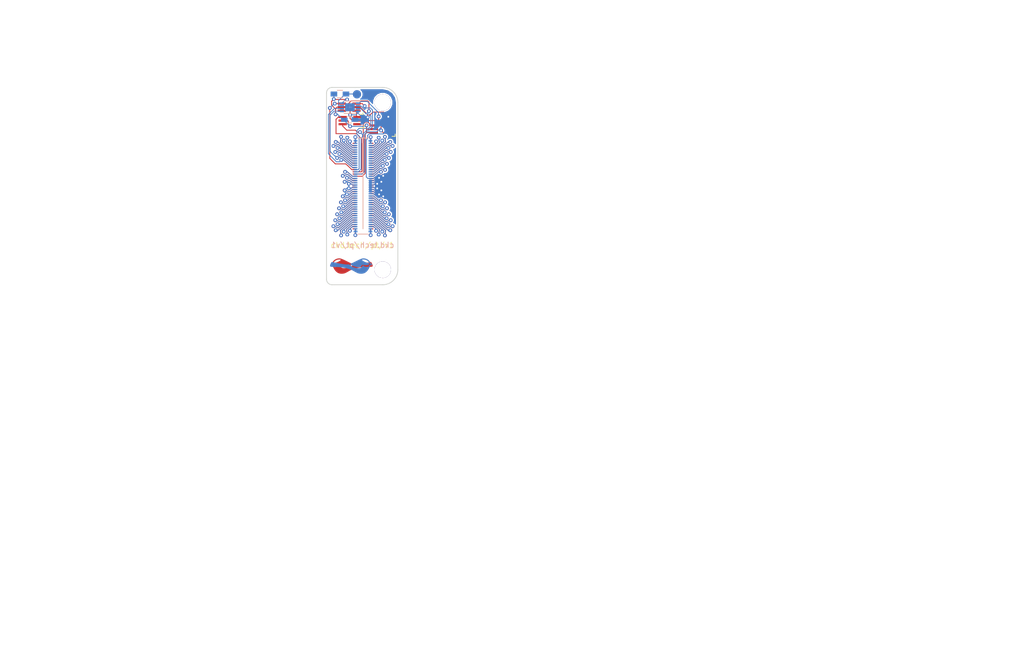
<source format=kicad_pcb>
(kicad_pcb (version 4) (host pcbnew 4.0.1-stable)

  (general
    (links 123)
    (no_connects 0)
    (area 152.924999 89.924999 166.075001 126.075001)
    (thickness 1.6)
    (drawings 28)
    (tracks 841)
    (zones 0)
    (modules 13)
    (nets 73)
  )

  (page A4)
  (layers
    (0 F.Cu signal)
    (31 B.Cu signal)
    (32 B.Adhes user)
    (33 F.Adhes user)
    (34 B.Paste user)
    (35 F.Paste user)
    (36 B.SilkS user)
    (37 F.SilkS user)
    (38 B.Mask user)
    (39 F.Mask user)
    (40 Dwgs.User user)
    (41 Cmts.User user)
    (42 Eco1.User user)
    (43 Eco2.User user)
    (44 Edge.Cuts user)
    (45 Margin user)
    (46 B.CrtYd user)
    (47 F.CrtYd user)
    (48 B.Fab user)
    (49 F.Fab user)
  )

  (setup
    (last_trace_width 0.1524)
    (trace_clearance 0.14986)
    (zone_clearance 0.508)
    (zone_45_only no)
    (trace_min 0.1524)
    (segment_width 0.2)
    (edge_width 0.15)
    (via_size 0.6858)
    (via_drill 0.3302)
    (via_min_size 0.6858)
    (via_min_drill 0.3302)
    (uvia_size 0.3)
    (uvia_drill 0.1)
    (uvias_allowed no)
    (uvia_min_size 0.2)
    (uvia_min_drill 0.1)
    (pcb_text_width 0.3)
    (pcb_text_size 1.5 1.5)
    (mod_edge_width 0.15)
    (mod_text_size 1 1)
    (mod_text_width 0.15)
    (pad_size 1.524 1.524)
    (pad_drill 0.762)
    (pad_to_mask_clearance 0.2)
    (aux_axis_origin 0 0)
    (visible_elements FFFFFF7F)
    (pcbplotparams
      (layerselection 0x010f0_80000001)
      (usegerberextensions true)
      (excludeedgelayer true)
      (linewidth 0.100000)
      (plotframeref false)
      (viasonmask false)
      (mode 1)
      (useauxorigin false)
      (hpglpennumber 1)
      (hpglpenspeed 20)
      (hpglpendiameter 15)
      (hpglpenoverlay 2)
      (psnegative false)
      (psa4output false)
      (plotreference true)
      (plotvalue true)
      (plotinvisibletext false)
      (padsonsilk false)
      (subtractmaskfromsilk false)
      (outputformat 1)
      (mirror false)
      (drillshape 0)
      (scaleselection 1)
      (outputdirectory gerber))
  )

  (net 0 "")
  (net 1 /ExpansionPort/HEIGHT_1)
  (net 2 GNDPWR)
  (net 3 /ExpansionPort/HEIGHT_2)
  (net 4 /ExpansionPort/NEW_HEIGHT_4)
  (net 5 /ExpansionPort/3V3_0.3A_LL)
  (net 6 /ExpansionPort/HEIGHT_4)
  (net 7 /ExpansionPort/si2c_SDA)
  (net 8 /ExpansionPort/si2c_SCL)
  (net 9 "Net-(PORT_IC1-Pad7)")
  (net 10 /ExpansionPort/NEW_HEIGHT_1)
  (net 11 /ExpansionPort/NEW_HEIGHT_2)
  (net 12 /ExpansionPort/SPI1_MOSI)
  (net 13 /ExpansionPort/UART1_RX)
  (net 14 /ExpansionPort/TIMG1_CH1)
  (net 15 /ExpansionPort/TIM1)
  (net 16 /ExpansionPort/SPI1_MISO)
  (net 17 /ExpansionPort/SPI1_SCK)
  (net 18 /ExpansionPort/SPI1_NSS)
  (net 19 /ExpansionPort/SPI2_MOSI)
  (net 20 /ExpansionPort/SPI2_MISO)
  (net 21 /ExpansionPort/SPI2_SCK)
  (net 22 /ExpansionPort/SPI2_NSS)
  (net 23 /ExpansionPort/SPI3_MOSI)
  (net 24 /ExpansionPort/SPI3_MISO)
  (net 25 /ExpansionPort/SPI3_SCK)
  (net 26 /ExpansionPort/SPI3_NSS)
  (net 27 /ExpansionPort/SPI4_MOSI)
  (net 28 /ExpansionPort/SPI4_MISO)
  (net 29 /ExpansionPort/SPI4_SCK)
  (net 30 /ExpansionPort/SPI4_NSS)
  (net 31 /ExpansionPort/SDMMC1_CMD)
  (net 32 /ExpansionPort/SDMMC1_CK)
  (net 33 /ExpansionPort/SDMMC1_D3)
  (net 34 /ExpansionPort/SDMMC1_D2)
  (net 35 /ExpansionPort/SDMMC1_D1)
  (net 36 /ExpansionPort/SDMMC1_D0)
  (net 37 /ExpansionPort/ADC2)
  (net 38 /ExpansionPort/ADC1)
  (net 39 /ExpansionPort/TIMG2_CH4)
  (net 40 /ExpansionPort/TIMG2_CH3)
  (net 41 /ExpansionPort/TIMG2_CH2)
  (net 42 /ExpansionPort/TIMG2_CH1)
  (net 43 /ExpansionPort/TIMG1_CH4)
  (net 44 /ExpansionPort/TIMG1_CH3)
  (net 45 /ExpansionPort/TIMG1_CH2)
  (net 46 /ExpansionPort/TIM2)
  (net 47 /ExpansionPort/TIM3)
  (net 48 /ExpansionPort/TIM4)
  (net 49 /ExpansionPort/GPIO1)
  (net 50 /ExpansionPort/GPIO2)
  (net 51 /ExpansionPort/GPIO3)
  (net 52 /ExpansionPort/GPIO4)
  (net 53 /ExpansionPort/xi2c1_SDA)
  (net 54 /ExpansionPort/xi2c1_SCL)
  (net 55 /ExpansionPort/3V3_0.3A_E)
  (net 56 /ExpansionPort/+BATT)
  (net 57 +5V)
  (net 58 /ExpansionPort/UART8_TX)
  (net 59 /ExpansionPort/UART8_RX)
  (net 60 /ExpansionPort/UART7_TX)
  (net 61 /ExpansionPort/UART7_RX)
  (net 62 /ExpansionPort/UART6_TX)
  (net 63 /ExpansionPort/UART6_RX)
  (net 64 /ExpansionPort/UART5_TX)
  (net 65 /ExpansionPort/UART5_RX)
  (net 66 /ExpansionPort/UART4_TX)
  (net 67 /ExpansionPort/UART4_RX)
  (net 68 /ExpansionPort/UART3_TX)
  (net 69 /ExpansionPort/UART3_RX)
  (net 70 /ExpansionPort/UART2_TX)
  (net 71 /ExpansionPort/UART2_RX)
  (net 72 /ExpansionPort/UART1_TX)

  (net_class Default "This is the default net class."
    (clearance 0.14986)
    (trace_width 0.1524)
    (via_dia 0.6858)
    (via_drill 0.3302)
    (uvia_dia 0.3)
    (uvia_drill 0.1)
    (add_net +5V)
    (add_net /ExpansionPort/+BATT)
    (add_net /ExpansionPort/3V3_0.3A_E)
    (add_net /ExpansionPort/3V3_0.3A_LL)
    (add_net /ExpansionPort/ADC1)
    (add_net /ExpansionPort/ADC2)
    (add_net /ExpansionPort/GPIO1)
    (add_net /ExpansionPort/GPIO2)
    (add_net /ExpansionPort/GPIO3)
    (add_net /ExpansionPort/GPIO4)
    (add_net /ExpansionPort/HEIGHT_1)
    (add_net /ExpansionPort/HEIGHT_2)
    (add_net /ExpansionPort/HEIGHT_4)
    (add_net /ExpansionPort/NEW_HEIGHT_1)
    (add_net /ExpansionPort/NEW_HEIGHT_2)
    (add_net /ExpansionPort/NEW_HEIGHT_4)
    (add_net /ExpansionPort/SDMMC1_CK)
    (add_net /ExpansionPort/SDMMC1_CMD)
    (add_net /ExpansionPort/SDMMC1_D0)
    (add_net /ExpansionPort/SDMMC1_D1)
    (add_net /ExpansionPort/SDMMC1_D2)
    (add_net /ExpansionPort/SDMMC1_D3)
    (add_net /ExpansionPort/SPI1_MISO)
    (add_net /ExpansionPort/SPI1_MOSI)
    (add_net /ExpansionPort/SPI1_NSS)
    (add_net /ExpansionPort/SPI1_SCK)
    (add_net /ExpansionPort/SPI2_MISO)
    (add_net /ExpansionPort/SPI2_MOSI)
    (add_net /ExpansionPort/SPI2_NSS)
    (add_net /ExpansionPort/SPI2_SCK)
    (add_net /ExpansionPort/SPI3_MISO)
    (add_net /ExpansionPort/SPI3_MOSI)
    (add_net /ExpansionPort/SPI3_NSS)
    (add_net /ExpansionPort/SPI3_SCK)
    (add_net /ExpansionPort/SPI4_MISO)
    (add_net /ExpansionPort/SPI4_MOSI)
    (add_net /ExpansionPort/SPI4_NSS)
    (add_net /ExpansionPort/SPI4_SCK)
    (add_net /ExpansionPort/TIM1)
    (add_net /ExpansionPort/TIM2)
    (add_net /ExpansionPort/TIM3)
    (add_net /ExpansionPort/TIM4)
    (add_net /ExpansionPort/TIMG1_CH1)
    (add_net /ExpansionPort/TIMG1_CH2)
    (add_net /ExpansionPort/TIMG1_CH3)
    (add_net /ExpansionPort/TIMG1_CH4)
    (add_net /ExpansionPort/TIMG2_CH1)
    (add_net /ExpansionPort/TIMG2_CH2)
    (add_net /ExpansionPort/TIMG2_CH3)
    (add_net /ExpansionPort/TIMG2_CH4)
    (add_net /ExpansionPort/UART1_RX)
    (add_net /ExpansionPort/UART1_TX)
    (add_net /ExpansionPort/UART2_RX)
    (add_net /ExpansionPort/UART2_TX)
    (add_net /ExpansionPort/UART3_RX)
    (add_net /ExpansionPort/UART3_TX)
    (add_net /ExpansionPort/UART4_RX)
    (add_net /ExpansionPort/UART4_TX)
    (add_net /ExpansionPort/UART5_RX)
    (add_net /ExpansionPort/UART5_TX)
    (add_net /ExpansionPort/UART6_RX)
    (add_net /ExpansionPort/UART6_TX)
    (add_net /ExpansionPort/UART7_RX)
    (add_net /ExpansionPort/UART7_TX)
    (add_net /ExpansionPort/UART8_RX)
    (add_net /ExpansionPort/UART8_TX)
    (add_net /ExpansionPort/si2c_SCL)
    (add_net /ExpansionPort/si2c_SDA)
    (add_net /ExpansionPort/xi2c1_SCL)
    (add_net /ExpansionPort/xi2c1_SDA)
    (add_net GNDPWR)
    (add_net "Net-(PORT_IC1-Pad7)")
  )

  (module chickadee:chickadee_3mm_fcu (layer B.Cu) (tedit 0) (tstamp 5642CEC7)
    (at 157.53 122.59 180)
    (fp_text reference G*** (at 0 0 180) (layer B.SilkS) hide
      (effects (font (thickness 0.3)) (justify mirror))
    )
    (fp_text value "Chickadee 3mm" (at 0.75 0 180) (layer B.SilkS) hide
      (effects (font (thickness 0.3)) (justify mirror))
    )
    (fp_poly (pts (xy -2.190577 1.394931) (xy -2.158906 1.394428) (xy -2.131275 1.393379) (xy -2.106176 1.39166)
      (xy -2.082107 1.389149) (xy -2.057561 1.385724) (xy -2.031033 1.38126) (xy -2.009069 1.377185)
      (xy -1.950214 1.364422) (xy -1.889117 1.348355) (xy -1.828664 1.329818) (xy -1.77174 1.309646)
      (xy -1.760361 1.305223) (xy -1.717183 1.28803) (xy -1.674808 1.270892) (xy -1.63285 1.25363)
      (xy -1.59092 1.236063) (xy -1.548631 1.218011) (xy -1.505596 1.199293) (xy -1.461427 1.179729)
      (xy -1.415735 1.159138) (xy -1.368134 1.137341) (xy -1.318236 1.114156) (xy -1.265653 1.089403)
      (xy -1.209997 1.062901) (xy -1.150882 1.034472) (xy -1.087918 1.003933) (xy -1.02072 0.971104)
      (xy -0.948898 0.935806) (xy -0.872065 0.897857) (xy -0.789834 0.857077) (xy -0.701817 0.813286)
      (xy -0.679097 0.801963) (xy -0.600817 0.763019) (xy -0.528298 0.72712) (xy -0.461051 0.694039)
      (xy -0.398585 0.663552) (xy -0.340411 0.635433) (xy -0.286038 0.609455) (xy -0.234976 0.585394)
      (xy -0.186735 0.563022) (xy -0.140825 0.542115) (xy -0.096756 0.522447) (xy -0.054038 0.503792)
      (xy -0.012181 0.485924) (xy 0.029306 0.468618) (xy 0.070912 0.451647) (xy 0.113128 0.434787)
      (xy 0.146403 0.421719) (xy 0.169926 0.412482) (xy 0.191319 0.403963) (xy 0.209688 0.396527)
      (xy 0.224143 0.39054) (xy 0.233791 0.386365) (xy 0.237732 0.384376) (xy 0.237199 0.380281)
      (xy 0.231987 0.372263) (xy 0.222739 0.361032) (xy 0.2101 0.347296) (xy 0.194712 0.331764)
      (xy 0.177219 0.315145) (xy 0.164178 0.303343) (xy 0.096199 0.247242) (xy 0.021764 0.193747)
      (xy -0.059006 0.142914) (xy -0.145989 0.0948) (xy -0.239062 0.049462) (xy -0.338103 0.006957)
      (xy -0.442991 -0.032658) (xy -0.553602 -0.069327) (xy -0.669815 -0.102992) (xy -0.756708 -0.125296)
      (xy -0.857303 -0.148538) (xy -0.952291 -0.167867) (xy -1.041919 -0.183303) (xy -1.126439 -0.194868)
      (xy -1.206099 -0.20258) (xy -1.281149 -0.206462) (xy -1.351837 -0.206535) (xy -1.418413 -0.202818)
      (xy -1.481126 -0.195332) (xy -1.518918 -0.18866) (xy -1.57955 -0.173748) (xy -1.634906 -0.154367)
      (xy -1.684914 -0.13059) (xy -1.729501 -0.102491) (xy -1.768596 -0.070142) (xy -1.802127 -0.033617)
      (xy -1.830021 0.007012) (xy -1.852205 0.051671) (xy -1.868608 0.100287) (xy -1.879158 0.152786)
      (xy -1.882097 0.17906) (xy -1.882915 0.190167) (xy -1.883851 0.198302) (xy -1.885889 0.204006)
      (xy -1.890009 0.207822) (xy -1.897194 0.21029) (xy -1.908425 0.211954) (xy -1.924685 0.213354)
      (xy -1.946955 0.215033) (xy -1.947333 0.215063) (xy -1.974885 0.21729) (xy -1.996056 0.219184)
      (xy -2.011509 0.220834) (xy -2.021906 0.222327) (xy -2.02791 0.223751) (xy -2.030183 0.225193)
      (xy -2.030082 0.226026) (xy -2.032027 0.227335) (xy -2.038861 0.22756) (xy -2.048532 0.226886)
      (xy -2.05899 0.225503) (xy -2.068183 0.223597) (xy -2.072569 0.222141) (xy -2.078077 0.220624)
      (xy -2.089384 0.218164) (xy -2.105331 0.214992) (xy -2.124759 0.211335) (xy -2.146511 0.207422)
      (xy -2.151944 0.206471) (xy -2.23343 0.192964) (xy -2.310846 0.181591) (xy -2.386734 0.172013)
      (xy -2.463633 0.163891) (xy -2.487083 0.161706) (xy -2.509513 0.160112) (xy -2.536719 0.158879)
      (xy -2.567348 0.158007) (xy -2.600049 0.157496) (xy -2.633471 0.157348) (xy -2.666262 0.157562)
      (xy -2.69707 0.158139) (xy -2.724545 0.15908) (xy -2.747334 0.160385) (xy -2.760486 0.161598)
      (xy -2.833314 0.171253) (xy -2.904171 0.18314) (xy -2.974932 0.197651) (xy -3.047473 0.215178)
      (xy -3.123669 0.23611) (xy -3.139143 0.240632) (xy -3.161757 0.247425) (xy -3.178423 0.252778)
      (xy -3.190018 0.257041) (xy -3.197422 0.260562) (xy -3.20151 0.263691) (xy -3.202943 0.266032)
      (xy -3.203909 0.271145) (xy -3.205491 0.282439) (xy -3.20759 0.299075) (xy -3.210105 0.320217)
      (xy -3.212937 0.345025) (xy -3.215987 0.372662) (xy -3.219082 0.401608) (xy -3.222679 0.435601)
      (xy -3.225565 0.463243) (xy -3.227688 0.485209) (xy -3.228999 0.50217) (xy -3.229447 0.514802)
      (xy -3.228982 0.523777) (xy -3.227553 0.52977) (xy -3.22511 0.533453) (xy -3.221603 0.535501)
      (xy -3.216982 0.536587) (xy -3.211195 0.537385) (xy -3.208909 0.537717) (xy -3.197663 0.539746)
      (xy -3.180611 0.543203) (xy -3.158807 0.547849) (xy -3.1333 0.553445) (xy -3.105142 0.559751)
      (xy -3.075385 0.566529) (xy -3.045079 0.573539) (xy -3.015275 0.580543) (xy -2.987025 0.5873)
      (xy -2.96138 0.593573) (xy -2.942167 0.598407) (xy -2.839538 0.625766) (xy -2.743547 0.653603)
      (xy -2.653787 0.682055) (xy -2.569847 0.711258) (xy -2.49132 0.74135) (xy -2.417797 0.772466)
      (xy -2.405944 0.777787) (xy -2.33527 0.81224) (xy -2.2633 0.851978) (xy -2.191754 0.895908)
      (xy -2.122352 0.942934) (xy -2.05681 0.991963) (xy -2.012597 1.028214) (xy -1.994935 1.043577)
      (xy -1.976602 1.059988) (xy -1.958316 1.076756) (xy -1.940794 1.09319) (xy -1.924751 1.108599)
      (xy -1.910905 1.122291) (xy -1.899973 1.133576) (xy -1.892671 1.141762) (xy -1.889717 1.146159)
      (xy -1.889781 1.146632) (xy -1.895886 1.149881) (xy -1.907863 1.154203) (xy -1.924653 1.159337)
      (xy -1.945199 1.16502) (xy -1.968444 1.170989) (xy -1.99333 1.176981) (xy -2.018801 1.182735)
      (xy -2.043799 1.187987) (xy -2.067268 1.192474) (xy -2.088148 1.195935) (xy -2.088444 1.195979)
      (xy -2.143487 1.202523) (xy -2.197821 1.205577) (xy -2.252961 1.205107) (xy -2.310419 1.201077)
      (xy -2.371711 1.193452) (xy -2.401539 1.188739) (xy -2.494796 1.17015) (xy -2.584229 1.146293)
      (xy -2.669623 1.117275) (xy -2.750766 1.083203) (xy -2.827443 1.044182) (xy -2.899442 1.000319)
      (xy -2.966549 0.95172) (xy -3.028551 0.898491) (xy -3.072051 0.855085) (xy -3.114426 0.806444)
      (xy -3.152464 0.755667) (xy -3.185507 0.70377) (xy -3.212895 0.65177) (xy -3.230344 0.610645)
      (xy -3.23532 0.598231) (xy -3.239944 0.588063) (xy -3.243211 0.582348) (xy -3.246468 0.579042)
      (xy -3.254369 0.57133) (xy -3.266439 0.559666) (xy -3.282207 0.544504) (xy -3.301199 0.526296)
      (xy -3.322943 0.505496) (xy -3.346966 0.482558) (xy -3.372795 0.457935) (xy -3.391958 0.439691)
      (xy -3.418659 0.414263) (xy -3.443792 0.390288) (xy -3.466896 0.368206) (xy -3.487514 0.34846)
      (xy -3.505187 0.331487) (xy -3.519455 0.31773) (xy -3.529861 0.307629) (xy -3.535945 0.301624)
      (xy -3.537393 0.300078) (xy -3.534428 0.298301) (xy -3.525616 0.293948) (xy -3.511564 0.287299)
      (xy -3.492877 0.278632) (xy -3.470164 0.268227) (xy -3.444028 0.256363) (xy -3.415077 0.243317)
      (xy -3.383917 0.22937) (xy -3.376532 0.226077) (xy -3.214874 0.154058) (xy -3.198019 0.093786)
      (xy -3.189906 0.065801) (xy -3.180059 0.033466) (xy -3.169084 -0.001347) (xy -3.157589 -0.036762)
      (xy -3.146183 -0.070907) (xy -3.135473 -0.101907) (xy -3.126489 -0.126757) (xy -3.121041 -0.140443)
      (xy -3.116521 -0.148917) (xy -3.111864 -0.153733) (xy -3.10617 -0.156392) (xy -3.098868 -0.157558)
      (xy -3.085547 -0.158496) (xy -3.06724 -0.159209) (xy -3.04498 -0.159697) (xy -3.019799 -0.159965)
      (xy -2.992731 -0.160013) (xy -2.964808 -0.159845) (xy -2.937063 -0.159461) (xy -2.910528 -0.158866)
      (xy -2.886237 -0.15806) (xy -2.865223 -0.157046) (xy -2.848681 -0.155841) (xy -2.685739 -0.138212)
      (xy -2.585861 -0.124838) (xy -2.543141 -0.1184) (xy -2.506322 -0.1121) (xy -2.474266 -0.105624)
      (xy -2.445833 -0.098661) (xy -2.419884 -0.090899) (xy -2.395279 -0.082025) (xy -2.370878 -0.071727)
      (xy -2.345543 -0.059694) (xy -2.342444 -0.058147) (xy -2.286885 -0.026813) (xy -2.232336 0.010789)
      (xy -2.179767 0.053872) (xy -2.130148 0.101647) (xy -2.089686 0.146958) (xy -2.071653 0.168681)
      (xy -2.069252 0.143431) (xy -2.062225 0.096009) (xy -2.050319 0.046832) (xy -2.034198 -0.002224)
      (xy -2.014523 -0.049282) (xy -1.991958 -0.092463) (xy -1.978281 -0.114289) (xy -1.94066 -0.164006)
      (xy -1.897859 -0.209003) (xy -1.849963 -0.249251) (xy -1.797063 -0.284723) (xy -1.739243 -0.315389)
      (xy -1.676594 -0.341223) (xy -1.609201 -0.362197) (xy -1.537152 -0.378282) (xy -1.460535 -0.389451)
      (xy -1.379438 -0.395676) (xy -1.293947 -0.396929) (xy -1.204152 -0.393182) (xy -1.125361 -0.386139)
      (xy -1.052218 -0.376822) (xy -0.974125 -0.364509) (xy -0.892379 -0.349481) (xy -0.808276 -0.332024)
      (xy -0.723113 -0.312418) (xy -0.638187 -0.290949) (xy -0.554795 -0.267899) (xy -0.478014 -0.244745)
      (xy -0.38054 -0.212112) (xy -0.286214 -0.17667) (xy -0.195387 -0.138629) (xy -0.108408 -0.098203)
      (xy -0.025628 -0.0556) (xy 0.052604 -0.011034) (xy 0.125937 0.035286) (xy 0.194021 0.083147)
      (xy 0.256506 0.132339) (xy 0.313041 0.18265) (xy 0.363278 0.233869) (xy 0.406865 0.285785)
      (xy 0.411516 0.291897) (xy 0.421132 0.304324) (xy 0.427892 0.311896) (xy 0.432929 0.315578)
      (xy 0.437377 0.316336) (xy 0.439726 0.315921) (xy 0.459163 0.311612) (xy 0.48424 0.30693)
      (xy 0.513568 0.302078) (xy 0.545757 0.297263) (xy 0.579415 0.292687) (xy 0.613152 0.288557)
      (xy 0.645578 0.285077) (xy 0.656167 0.284068) (xy 0.687905 0.281538) (xy 0.719888 0.279816)
      (xy 0.752791 0.278933) (xy 0.78729 0.27892) (xy 0.82406 0.279806) (xy 0.863775 0.281623)
      (xy 0.907113 0.284401) (xy 0.954746 0.288171) (xy 1.007352 0.292963) (xy 1.065605 0.298808)
      (xy 1.127125 0.3054) (xy 1.216165 0.315763) (xy 1.311639 0.327982) (xy 1.413193 0.341993)
      (xy 1.520469 0.357731) (xy 1.633115 0.375132) (xy 1.750774 0.394133) (xy 1.873091 0.414668)
      (xy 1.999712 0.436674) (xy 2.13028 0.460086) (xy 2.264441 0.48484) (xy 2.40184 0.510872)
      (xy 2.542121 0.538118) (xy 2.68493 0.566514) (xy 2.829911 0.595994) (xy 2.976709 0.626495)
      (xy 3.124969 0.657954) (xy 3.274335 0.690304) (xy 3.361972 0.709592) (xy 3.406466 0.719446)
      (xy 3.444684 0.727733) (xy 3.477258 0.73432) (xy 3.504823 0.739072) (xy 3.528011 0.741854)
      (xy 3.547455 0.742532) (xy 3.563788 0.740972) (xy 3.577642 0.737038) (xy 3.589652 0.730596)
      (xy 3.600449 0.721512) (xy 3.610667 0.709652) (xy 3.620938 0.69488) (xy 3.631896 0.677062)
      (xy 3.644174 0.656064) (xy 3.648453 0.648705) (xy 3.685722 0.582928) (xy 3.720654 0.517678)
      (xy 3.752855 0.453786) (xy 3.781929 0.392085) (xy 3.807481 0.333406) (xy 3.829117 0.278581)
      (xy 3.842982 0.239141) (xy 3.858442 0.186728) (xy 3.869158 0.137816) (xy 3.875158 0.092633)
      (xy 3.876469 0.051406) (xy 3.873119 0.014365) (xy 3.865134 -0.018262) (xy 3.852543 -0.046247)
      (xy 3.835372 -0.069362) (xy 3.813649 -0.087378) (xy 3.803124 -0.093395) (xy 3.792991 -0.098154)
      (xy 3.781941 -0.102524) (xy 3.769615 -0.106533) (xy 3.755657 -0.110209) (xy 3.739709 -0.113581)
      (xy 3.721413 -0.116677) (xy 3.700414 -0.119524) (xy 3.676352 -0.122152) (xy 3.648872 -0.124587)
      (xy 3.617615 -0.126859) (xy 3.582225 -0.128995) (xy 3.542343 -0.131023) (xy 3.497613 -0.132973)
      (xy 3.447677 -0.134871) (xy 3.392178 -0.136746) (xy 3.330759 -0.138626) (xy 3.263062 -0.14054)
      (xy 3.188731 -0.142515) (xy 3.175 -0.142869) (xy 3.052923 -0.146207) (xy 2.937344 -0.149786)
      (xy 2.827707 -0.153639) (xy 2.723456 -0.157794) (xy 2.624037 -0.162284) (xy 2.528895 -0.167138)
      (xy 2.437474 -0.172388) (xy 2.349219 -0.178064) (xy 2.263574 -0.184196) (xy 2.179985 -0.190816)
      (xy 2.097897 -0.197954) (xy 2.016754 -0.20564) (xy 1.989667 -0.208345) (xy 1.860967 -0.222177)
      (xy 1.736502 -0.237273) (xy 1.615523 -0.253805) (xy 1.497281 -0.271941) (xy 1.381028 -0.291851)
      (xy 1.266016 -0.313705) (xy 1.151496 -0.337671) (xy 1.036721 -0.36392) (xy 0.920941 -0.39262)
      (xy 0.803408 -0.423942) (xy 0.683373 -0.458054) (xy 0.56009 -0.495127) (xy 0.432808 -0.535329)
      (xy 0.30078 -0.57883) (xy 0.195792 -0.614551) (xy 0.145932 -0.632059) (xy 0.0984 -0.649485)
      (xy 0.052527 -0.66715) (xy 0.007643 -0.685374) (xy -0.03692 -0.704476) (xy -0.081833 -0.724779)
      (xy -0.127765 -0.746601) (xy -0.175385 -0.770263) (xy -0.225363 -0.796085) (xy -0.278367 -0.824388)
      (xy -0.335068 -0.855492) (xy -0.396135 -0.889717) (xy -0.462237 -0.927384) (xy -0.483306 -0.939493)
      (xy -0.541927 -0.973223) (xy -0.594898 -1.003651) (xy -0.642666 -1.031025) (xy -0.685679 -1.055591)
      (xy -0.724384 -1.077596) (xy -0.759229 -1.097287) (xy -0.790662 -1.11491) (xy -0.81913 -1.130714)
      (xy -0.845081 -1.144944) (xy -0.868963 -1.157848) (xy -0.891223 -1.169672) (xy -0.912308 -1.180664)
      (xy -0.932668 -1.19107) (xy -0.952748 -1.201138) (xy -0.972997 -1.211113) (xy -0.993862 -1.221244)
      (xy -0.995694 -1.222128) (xy -1.063133 -1.253565) (xy -1.12675 -1.280819) (xy -1.187918 -1.304282)
      (xy -1.248008 -1.324345) (xy -1.308391 -1.341402) (xy -1.37044 -1.355844) (xy -1.435526 -1.368064)
      (xy -1.505022 -1.378454) (xy -1.569861 -1.386279) (xy -1.610848 -1.390039) (xy -1.656794 -1.392999)
      (xy -1.705642 -1.395105) (xy -1.755337 -1.396301) (xy -1.803821 -1.396532) (xy -1.849038 -1.395744)
      (xy -1.878542 -1.394508) (xy -1.958088 -1.387865) (xy -2.038544 -1.376743) (xy -2.118722 -1.361443)
      (xy -2.197433 -1.342263) (xy -2.273489 -1.319501) (xy -2.345702 -1.293456) (xy -2.412884 -1.264427)
      (xy -2.430992 -1.255625) (xy -2.511972 -1.211372) (xy -2.591194 -1.160408) (xy -2.668518 -1.102893)
      (xy -2.743805 -1.038983) (xy -2.816914 -0.968836) (xy -2.887705 -0.89261) (xy -2.95604 -0.810463)
      (xy -3.021777 -0.722552) (xy -3.084778 -0.629036) (xy -3.144903 -0.53007) (xy -3.202011 -0.425814)
      (xy -3.247103 -0.335201) (xy -3.265441 -0.295287) (xy -3.283063 -0.253922) (xy -3.300474 -0.209814)
      (xy -3.318181 -0.161672) (xy -3.33669 -0.108204) (xy -3.341035 -0.09525) (xy -3.348704 -0.071804)
      (xy -3.356807 -0.046214) (xy -3.364992 -0.019673) (xy -3.372907 0.006627) (xy -3.380199 0.031492)
      (xy -3.386515 0.053731) (xy -3.391504 0.072152) (xy -3.394813 0.08556) (xy -3.395622 0.089442)
      (xy -3.397791 0.101004) (xy -3.602405 0.183572) (xy -3.638385 0.198117) (xy -3.672393 0.211915)
      (xy -3.703868 0.224734) (xy -3.732252 0.236346) (xy -3.756986 0.24652) (xy -3.77751 0.255026)
      (xy -3.793266 0.261633) (xy -3.803693 0.266111) (xy -3.808232 0.268231) (xy -3.808381 0.268344)
      (xy -3.80604 0.270994) (xy -3.798838 0.27795) (xy -3.787188 0.288837) (xy -3.771505 0.303276)
      (xy -3.752203 0.320892) (xy -3.729696 0.341306) (xy -3.704399 0.364141) (xy -3.676726 0.389021)
      (xy -3.647091 0.415568) (xy -3.621714 0.438231) (xy -3.585698 0.47036) (xy -3.554584 0.498154)
      (xy -3.528002 0.521967) (xy -3.505585 0.542152) (xy -3.486962 0.559065) (xy -3.471765 0.573058)
      (xy -3.459624 0.584487) (xy -3.45017 0.593706) (xy -3.443035 0.601069) (xy -3.437848 0.606929)
      (xy -3.434241 0.611642) (xy -3.431844 0.615561) (xy -3.430288 0.619041) (xy -3.429205 0.622435)
      (xy -3.429021 0.623103) (xy -3.422612 0.643652) (xy -3.41351 0.668602) (xy -3.40244 0.696184)
      (xy -3.390126 0.724625) (xy -3.377295 0.752157) (xy -3.3707 0.765446) (xy -3.338251 0.823655)
      (xy -3.301023 0.87978) (xy -3.258334 0.934751) (xy -3.209501 0.989498) (xy -3.196358 1.003151)
      (xy -3.140849 1.05669) (xy -3.083569 1.105173) (xy -3.023315 1.149469) (xy -2.958883 1.190443)
      (xy -2.889069 1.228963) (xy -2.868083 1.23958) (xy -2.800029 1.271452) (xy -2.732015 1.299287)
      (xy -2.662813 1.323459) (xy -2.591193 1.344341) (xy -2.515928 1.362308) (xy -2.435788 1.377732)
      (xy -2.38932 1.385248) (xy -2.369484 1.388168) (xy -2.352156 1.390434) (xy -2.335939 1.39213)
      (xy -2.319438 1.393341) (xy -2.301258 1.394152) (xy -2.280002 1.394645) (xy -2.254276 1.394906)
      (xy -2.227792 1.395009) (xy -2.190577 1.394931)) (layer B.Cu) (width 0.01))
    (fp_poly (pts (xy -2.158969 1.476897) (xy -2.121134 1.475122) (xy -2.085237 1.47205) (xy -2.049588 1.467549)
      (xy -2.012501 1.461488) (xy -1.987463 1.456774) (xy -1.950495 1.449127) (xy -1.91523 1.440944)
      (xy -1.880622 1.431892) (xy -1.845624 1.421636) (xy -1.809191 1.409844) (xy -1.770278 1.396182)
      (xy -1.727839 1.380316) (xy -1.680827 1.361912) (xy -1.645263 1.347594) (xy -1.598042 1.328195)
      (xy -1.550102 1.308057) (xy -1.501041 1.286989) (xy -1.450453 1.264801) (xy -1.397934 1.241305)
      (xy -1.343079 1.216311) (xy -1.285486 1.189628) (xy -1.224749 1.161068) (xy -1.160464 1.130441)
      (xy -1.092227 1.097558) (xy -1.019635 1.062228) (xy -0.942281 1.024263) (xy -0.859764 0.983472)
      (xy -0.771677 0.939667) (xy -0.713915 0.910823) (xy -0.632201 0.870036) (xy -0.556268 0.832302)
      (xy -0.485642 0.797404) (xy -0.419851 0.765125) (xy -0.358423 0.735248) (xy -0.300885 0.707556)
      (xy -0.246765 0.681833) (xy -0.195591 0.657862) (xy -0.146889 0.635425) (xy -0.100189 0.614305)
      (xy -0.055018 0.594286) (xy -0.010903 0.575152) (xy 0.032629 0.556684) (xy 0.076049 0.538666)
      (xy 0.119829 0.520881) (xy 0.164443 0.503112) (xy 0.210363 0.485143) (xy 0.227542 0.478491)
      (xy 0.251524 0.469207) (xy 0.273788 0.460545) (xy 0.293348 0.452891) (xy 0.309219 0.446634)
      (xy 0.320414 0.44216) (xy 0.325784 0.43993) (xy 0.335832 0.435427) (xy 0.320698 0.416151)
      (xy 0.308889 0.402098) (xy 0.29292 0.384518) (xy 0.273921 0.364551) (xy 0.253023 0.343337)
      (xy 0.231357 0.322014) (xy 0.210055 0.301723) (xy 0.190246 0.283603) (xy 0.181681 0.27608)
      (xy 0.106102 0.214961) (xy 0.024352 0.156762) (xy -0.063253 0.101625) (xy -0.156399 0.049694)
      (xy -0.254769 0.001114) (xy -0.358048 -0.043973) (xy -0.465921 -0.085422) (xy -0.578072 -0.123091)
      (xy -0.694186 -0.156835) (xy -0.813946 -0.18651) (xy -0.853722 -0.195281) (xy -0.912747 -0.207567)
      (xy -0.966586 -0.218013) (xy -1.016795 -0.226877) (xy -1.064926 -0.234413) (xy -1.112531 -0.240877)
      (xy -1.161165 -0.246526) (xy -1.171222 -0.247588) (xy -1.191268 -0.249185) (xy -1.216488 -0.250438)
      (xy -1.245561 -0.251348) (xy -1.277167 -0.251913) (xy -1.309986 -0.252134) (xy -1.342697 -0.252011)
      (xy -1.37398 -0.251543) (xy -1.402515 -0.25073) (xy -1.426981 -0.249572) (xy -1.446059 -0.248069)
      (xy -1.449917 -0.247629) (xy -1.520413 -0.236359) (xy -1.585332 -0.220777) (xy -1.644686 -0.200875)
      (xy -1.698489 -0.176642) (xy -1.746754 -0.148071) (xy -1.789494 -0.115152) (xy -1.826725 -0.077875)
      (xy -1.858458 -0.036233) (xy -1.884708 0.009784) (xy -1.904186 0.056444) (xy -1.913436 0.084664)
      (xy -1.92005 0.11021) (xy -1.924389 0.13533) (xy -1.926811 0.162274) (xy -1.927677 0.19329)
      (xy -1.927689 0.20331) (xy -1.927494 0.260217) (xy -1.950459 0.26257) (xy -1.973423 0.264922)
      (xy -2.023181 0.23099) (xy -2.022739 0.181641) (xy -2.018754 0.12341) (xy -2.007973 0.066659)
      (xy -1.990573 0.011805) (xy -1.966733 -0.040732) (xy -1.936631 -0.090536) (xy -1.900446 -0.137188)
      (xy -1.875226 -0.164155) (xy -1.83459 -0.201) (xy -1.79086 -0.233371) (xy -1.743528 -0.261491)
      (xy -1.692089 -0.285584) (xy -1.636034 -0.305873) (xy -1.574857 -0.322584) (xy -1.508052 -0.335938)
      (xy -1.474611 -0.341113) (xy -1.453545 -0.343389) (xy -1.426697 -0.345185) (xy -1.395325 -0.3465)
      (xy -1.360685 -0.347334) (xy -1.324034 -0.347688) (xy -1.286631 -0.347562) (xy -1.249731 -0.346956)
      (xy -1.214593 -0.34587) (xy -1.182474 -0.344303) (xy -1.15463 -0.342257) (xy -1.143 -0.341088)
      (xy -1.028753 -0.325915) (xy -0.913621 -0.306055) (xy -0.798476 -0.28177) (xy -0.684191 -0.253321)
      (xy -0.571641 -0.220969) (xy -0.461697 -0.184975) (xy -0.355234 -0.1456) (xy -0.253124 -0.103106)
      (xy -0.15624 -0.057754) (xy -0.101392 -0.029498) (xy -0.018282 0.017249) (xy 0.060658 0.066369)
      (xy 0.134981 0.117513) (xy 0.204241 0.170332) (xy 0.267993 0.224478) (xy 0.325791 0.279603)
      (xy 0.377188 0.335357) (xy 0.39888 0.36152) (xy 0.413589 0.379428) (xy 0.424647 0.391741)
      (xy 0.432321 0.398733) (xy 0.436878 0.400678) (xy 0.437106 0.400627) (xy 0.451682 0.396988)
      (xy 0.472129 0.392861) (xy 0.497296 0.388412) (xy 0.526029 0.383807) (xy 0.557174 0.379213)
      (xy 0.589579 0.374796) (xy 0.622091 0.370724) (xy 0.653556 0.367163) (xy 0.682821 0.36428)
      (xy 0.696736 0.363107) (xy 0.726996 0.36137) (xy 0.760509 0.360689) (xy 0.797721 0.361091)
      (xy 0.839075 0.362602) (xy 0.885017 0.36525) (xy 0.935991 0.369062) (xy 0.992441 0.374063)
      (xy 1.054812 0.380281) (xy 1.123548 0.387744) (xy 1.144764 0.390147) (xy 1.242696 0.401961)
      (xy 1.34711 0.415747) (xy 1.457726 0.431456) (xy 1.574267 0.449038) (xy 1.696454 0.468441)
      (xy 1.824011 0.489614) (xy 1.956657 0.512508) (xy 2.094117 0.537072) (xy 2.23611 0.563254)
      (xy 2.38236 0.591005) (xy 2.532588 0.620273) (xy 2.686517 0.651009) (xy 2.843867 0.68316)
      (xy 3.004361 0.716678) (xy 3.167721 0.751511) (xy 3.333669 0.787608) (xy 3.361972 0.793834)
      (xy 3.393505 0.800732) (xy 3.423573 0.807213) (xy 3.451326 0.813101) (xy 3.475913 0.81822)
      (xy 3.496484 0.822393) (xy 3.512186 0.825444) (xy 3.52217 0.827196) (xy 3.52425 0.82748)
      (xy 3.551629 0.827397) (xy 3.580597 0.821802) (xy 3.609337 0.81136) (xy 3.636032 0.796737)
      (xy 3.658863 0.7786) (xy 3.659577 0.777903) (xy 3.670334 0.765542) (xy 3.683559 0.747416)
      (xy 3.698873 0.724218) (xy 3.715898 0.696638) (xy 3.734253 0.665367) (xy 3.753562 0.631098)
      (xy 3.773444 0.594521) (xy 3.793521 0.556329) (xy 3.813415 0.517211) (xy 3.832747 0.477861)
      (xy 3.851137 0.438969) (xy 3.868208 0.401226) (xy 3.876938 0.381112) (xy 3.904418 0.312172)
      (xy 3.926295 0.247247) (xy 3.942564 0.186369) (xy 3.95322 0.129572) (xy 3.958258 0.076888)
      (xy 3.957674 0.02835) (xy 3.951462 -0.016008) (xy 3.940303 -0.054355) (xy 3.930721 -0.074617)
      (xy 3.917158 -0.09653) (xy 3.901359 -0.117628) (xy 3.885072 -0.135441) (xy 3.879089 -0.14086)
      (xy 3.8637 -0.152771) (xy 3.847081 -0.163287) (xy 3.828689 -0.172518) (xy 3.807978 -0.180574)
      (xy 3.784406 -0.187565) (xy 3.757427 -0.193602) (xy 3.726498 -0.198794) (xy 3.691074 -0.203252)
      (xy 3.650612 -0.207086) (xy 3.604567 -0.210405) (xy 3.552396 -0.213321) (xy 3.511903 -0.215182)
      (xy 3.492132 -0.215961) (xy 3.466304 -0.216876) (xy 3.435416 -0.217897) (xy 3.400464 -0.218994)
      (xy 3.362446 -0.220137) (xy 3.322357 -0.221294) (xy 3.281195 -0.222437) (xy 3.239956 -0.223534)
      (xy 3.219097 -0.22407) (xy 3.113132 -0.226865) (xy 3.013623 -0.229728) (xy 2.919971 -0.232688)
      (xy 2.831576 -0.235774) (xy 2.74784 -0.239016) (xy 2.668162 -0.242444) (xy 2.591944 -0.246086)
      (xy 2.518587 -0.249972) (xy 2.447491 -0.254132) (xy 2.378056 -0.258595) (xy 2.309683 -0.26339)
      (xy 2.241774 -0.268548) (xy 2.173729 -0.274096) (xy 2.137833 -0.277168) (xy 1.985425 -0.291484)
      (xy 1.838916 -0.307501) (xy 1.697314 -0.325426) (xy 1.559629 -0.345462) (xy 1.424869 -0.367813)
      (xy 1.292042 -0.392686) (xy 1.160156 -0.420283) (xy 1.028221 -0.450811) (xy 0.895244 -0.484473)
      (xy 0.760234 -0.521474) (xy 0.622199 -0.562018) (xy 0.480149 -0.606311) (xy 0.372181 -0.641516)
      (xy 0.315529 -0.660415) (xy 0.263101 -0.678181) (xy 0.214324 -0.695079) (xy 0.168627 -0.711377)
      (xy 0.125437 -0.72734) (xy 0.084184 -0.743235) (xy 0.044295 -0.759327) (xy 0.005199 -0.775884)
      (xy -0.033675 -0.79317) (xy -0.072901 -0.811452) (xy -0.113048 -0.830997) (xy -0.15469 -0.852071)
      (xy -0.198398 -0.874939) (xy -0.244743 -0.899869) (xy -0.294297 -0.927125) (xy -0.347632 -0.956975)
      (xy -0.40532 -0.989684) (xy -0.467932 -1.025519) (xy -0.532694 -1.062815) (xy -0.582887 -1.091743)
      (xy -0.627657 -1.11745) (xy -0.667661 -1.140298) (xy -0.703555 -1.160648) (xy -0.735994 -1.178863)
      (xy -0.765635 -1.195303) (xy -0.793134 -1.21033) (xy -0.819147 -1.224307) (xy -0.84433 -1.237594)
      (xy -0.869338 -1.250554) (xy -0.894828 -1.263549) (xy -0.917222 -1.27482) (xy -0.982539 -1.306741)
      (xy -1.043326 -1.334702) (xy -1.100631 -1.359064) (xy -1.155499 -1.380188) (xy -1.208978 -1.398436)
      (xy -1.262115 -1.414169) (xy -1.315957 -1.427748) (xy -1.371551 -1.439537) (xy -1.419025 -1.448094)
      (xy -1.478301 -1.457475) (xy -1.532886 -1.464849) (xy -1.584804 -1.470377) (xy -1.636074 -1.474223)
      (xy -1.688721 -1.47655) (xy -1.744766 -1.477522) (xy -1.783292 -1.477509) (xy -1.80988 -1.477309)
      (xy -1.834924 -1.477051) (xy -1.85733 -1.476751) (xy -1.876003 -1.476426) (xy -1.889851 -1.476092)
      (xy -1.897777 -1.475767) (xy -1.897944 -1.475755) (xy -1.988991 -1.46674) (xy -2.0788 -1.453096)
      (xy -2.166515 -1.435042) (xy -2.251282 -1.412798) (xy -2.332244 -1.386583) (xy -2.408545 -1.356619)
      (xy -2.466209 -1.329817) (xy -2.552043 -1.282919) (xy -2.63567 -1.229377) (xy -2.717012 -1.169273)
      (xy -2.795994 -1.10269) (xy -2.872539 -1.029708) (xy -2.946571 -0.950411) (xy -3.018015 -0.864879)
      (xy -3.086793 -0.773196) (xy -3.152829 -0.675442) (xy -3.216048 -0.571701) (xy -3.276373 -0.462053)
      (xy -3.2807 -0.453746) (xy -3.317707 -0.378734) (xy -3.352221 -0.300989) (xy -3.3846 -0.21958)
      (xy -3.415202 -0.133574) (xy -3.444388 -0.042039) (xy -3.46089 0.014242) (xy -3.468457 0.040831)
      (xy -3.714194 0.139956) (xy -3.753671 0.155931) (xy -3.791187 0.171209) (xy -3.826234 0.185578)
      (xy -3.858306 0.198827) (xy -3.886898 0.210743) (xy -3.911502 0.221113) (xy -3.931612 0.229726)
      (xy -3.946722 0.23637) (xy -3.956326 0.240832) (xy -3.959917 0.242899) (xy -3.959931 0.242945)
      (xy -3.957356 0.245822) (xy -3.949885 0.253035) (xy -3.937902 0.264238) (xy -3.921787 0.279083)
      (xy -3.901922 0.297224) (xy -3.87869 0.318314) (xy -3.852471 0.342006) (xy -3.823649 0.367952)
      (xy -3.792605 0.395807) (xy -3.75972 0.425222) (xy -3.734153 0.448034) (xy -3.508375 0.649259)
      (xy -3.493997 0.688978) (xy -3.465662 0.759052) (xy -3.432414 0.825955) (xy -3.393848 0.890293)
      (xy -3.349555 0.952676) (xy -3.29913 1.013713) (xy -3.242165 1.07401) (xy -3.225776 1.090083)
      (xy -3.158462 1.150261) (xy -3.08587 1.205941) (xy -3.008266 1.25699) (xy -2.925914 1.303278)
      (xy -2.839079 1.34467) (xy -2.748026 1.381036) (xy -2.653021 1.412242) (xy -2.554329 1.438158)
      (xy -2.50825 1.448166) (xy -2.463853 1.456803) (xy -2.424131 1.463573) (xy -2.387021 1.468705)
      (xy -2.35046 1.472428) (xy -2.312386 1.474971) (xy -2.270735 1.476561) (xy -2.247194 1.477084)
      (xy -2.200426 1.477507) (xy -2.158969 1.476897)) (layer B.Mask) (width 0.01))
  )

  (module DF40-80pin-Header (layer B.Cu) (tedit 56414F24) (tstamp 5645E7C5)
    (at 159.65 108)
    (path /564009DE/56401367)
    (fp_text reference PORT_IN1 (at 0.05 -10.2) (layer B.SilkS) hide
      (effects (font (size 1 1) (thickness 0.15)) (justify mirror))
    )
    (fp_text value CKD_SANDWICH (at -2.99 0.72 90) (layer B.Fab) hide
      (effects (font (size 1 1) (thickness 0.15)) (justify mirror))
    )
    (fp_line (start -0.925 -8.76) (end 0.925 -8.76) (layer B.SilkS) (width 0.15))
    (fp_line (start -0.925 8.76) (end 0.925 8.76) (layer B.SilkS) (width 0.15))
    (fp_line (start 0 7.8) (end 0 -7.8) (layer B.SilkS) (width 0.15))
    (pad 80 smd rect (at 1.355 7.8) (size 0.66 0.23) (layers B.Cu B.Paste B.Mask)
      (net 12 /ExpansionPort/SPI1_MOSI))
    (pad 40 smd rect (at -1.355 7.8) (size 0.66 0.23) (layers B.Cu B.Paste B.Mask)
      (net 13 /ExpansionPort/UART1_RX))
    (pad 41 smd rect (at 1.355 -7.8) (size 0.66 0.23) (layers B.Cu B.Paste B.Mask)
      (net 14 /ExpansionPort/TIMG1_CH1))
    (pad 1 smd rect (at -1.355 -7.8) (size 0.66 0.23) (layers B.Cu B.Paste B.Mask)
      (net 15 /ExpansionPort/TIM1))
    (pad 79 smd rect (at 1.355 7.4) (size 0.66 0.23) (layers B.Cu B.Paste B.Mask)
      (net 16 /ExpansionPort/SPI1_MISO))
    (pad 78 smd rect (at 1.355 7) (size 0.66 0.23) (layers B.Cu B.Paste B.Mask)
      (net 17 /ExpansionPort/SPI1_SCK))
    (pad 77 smd rect (at 1.355 6.6) (size 0.66 0.23) (layers B.Cu B.Paste B.Mask)
      (net 18 /ExpansionPort/SPI1_NSS))
    (pad 76 smd rect (at 1.355 6.2) (size 0.66 0.23) (layers B.Cu B.Paste B.Mask)
      (net 19 /ExpansionPort/SPI2_MOSI))
    (pad 75 smd rect (at 1.355 5.8) (size 0.66 0.23) (layers B.Cu B.Paste B.Mask)
      (net 20 /ExpansionPort/SPI2_MISO))
    (pad 74 smd rect (at 1.355 5.4) (size 0.66 0.23) (layers B.Cu B.Paste B.Mask)
      (net 21 /ExpansionPort/SPI2_SCK))
    (pad 73 smd rect (at 1.355 5) (size 0.66 0.23) (layers B.Cu B.Paste B.Mask)
      (net 22 /ExpansionPort/SPI2_NSS))
    (pad 72 smd rect (at 1.355 4.6) (size 0.66 0.23) (layers B.Cu B.Paste B.Mask)
      (net 23 /ExpansionPort/SPI3_MOSI))
    (pad 71 smd rect (at 1.355 4.2) (size 0.66 0.23) (layers B.Cu B.Paste B.Mask)
      (net 24 /ExpansionPort/SPI3_MISO))
    (pad 70 smd rect (at 1.355 3.8) (size 0.66 0.23) (layers B.Cu B.Paste B.Mask)
      (net 25 /ExpansionPort/SPI3_SCK))
    (pad 69 smd rect (at 1.355 3.4) (size 0.66 0.23) (layers B.Cu B.Paste B.Mask)
      (net 26 /ExpansionPort/SPI3_NSS))
    (pad 68 smd rect (at 1.355 3) (size 0.66 0.23) (layers B.Cu B.Paste B.Mask)
      (net 27 /ExpansionPort/SPI4_MOSI))
    (pad 67 smd rect (at 1.355 2.6) (size 0.66 0.23) (layers B.Cu B.Paste B.Mask)
      (net 28 /ExpansionPort/SPI4_MISO))
    (pad 66 smd rect (at 1.355 2.2) (size 0.66 0.23) (layers B.Cu B.Paste B.Mask)
      (net 29 /ExpansionPort/SPI4_SCK))
    (pad 65 smd rect (at 1.355 1.8) (size 0.66 0.23) (layers B.Cu B.Paste B.Mask)
      (net 30 /ExpansionPort/SPI4_NSS))
    (pad 64 smd rect (at 1.355 1.4) (size 0.66 0.23) (layers B.Cu B.Paste B.Mask)
      (net 2 GNDPWR))
    (pad 63 smd rect (at 1.355 1) (size 0.66 0.23) (layers B.Cu B.Paste B.Mask)
      (net 2 GNDPWR))
    (pad 62 smd rect (at 1.355 0.6) (size 0.66 0.23) (layers B.Cu B.Paste B.Mask)
      (net 2 GNDPWR))
    (pad 61 smd rect (at 1.355 0.2) (size 0.66 0.23) (layers B.Cu B.Paste B.Mask)
      (net 2 GNDPWR))
    (pad 60 smd rect (at 1.355 -0.2) (size 0.66 0.23) (layers B.Cu B.Paste B.Mask)
      (net 2 GNDPWR))
    (pad 59 smd rect (at 1.355 -0.6) (size 0.66 0.23) (layers B.Cu B.Paste B.Mask)
      (net 2 GNDPWR))
    (pad 58 smd rect (at 1.355 -1) (size 0.66 0.23) (layers B.Cu B.Paste B.Mask)
      (net 2 GNDPWR))
    (pad 57 smd rect (at 1.355 -1.4) (size 0.66 0.23) (layers B.Cu B.Paste B.Mask)
      (net 2 GNDPWR))
    (pad 56 smd rect (at 1.355 -1.8) (size 0.66 0.23) (layers B.Cu B.Paste B.Mask)
      (net 31 /ExpansionPort/SDMMC1_CMD))
    (pad 55 smd rect (at 1.355 -2.2) (size 0.66 0.23) (layers B.Cu B.Paste B.Mask)
      (net 32 /ExpansionPort/SDMMC1_CK))
    (pad 54 smd rect (at 1.355 -2.6) (size 0.66 0.23) (layers B.Cu B.Paste B.Mask)
      (net 33 /ExpansionPort/SDMMC1_D3))
    (pad 53 smd rect (at 1.355 -3) (size 0.66 0.23) (layers B.Cu B.Paste B.Mask)
      (net 34 /ExpansionPort/SDMMC1_D2))
    (pad 52 smd rect (at 1.355 -3.4) (size 0.66 0.23) (layers B.Cu B.Paste B.Mask)
      (net 35 /ExpansionPort/SDMMC1_D1))
    (pad 51 smd rect (at 1.355 -3.8) (size 0.66 0.23) (layers B.Cu B.Paste B.Mask)
      (net 36 /ExpansionPort/SDMMC1_D0))
    (pad 50 smd rect (at 1.355 -4.2) (size 0.66 0.23) (layers B.Cu B.Paste B.Mask)
      (net 37 /ExpansionPort/ADC2))
    (pad 49 smd rect (at 1.355 -4.6) (size 0.66 0.23) (layers B.Cu B.Paste B.Mask)
      (net 38 /ExpansionPort/ADC1))
    (pad 48 smd rect (at 1.355 -5) (size 0.66 0.23) (layers B.Cu B.Paste B.Mask)
      (net 39 /ExpansionPort/TIMG2_CH4))
    (pad 47 smd rect (at 1.355 -5.4) (size 0.66 0.23) (layers B.Cu B.Paste B.Mask)
      (net 40 /ExpansionPort/TIMG2_CH3))
    (pad 46 smd rect (at 1.355 -5.8) (size 0.66 0.23) (layers B.Cu B.Paste B.Mask)
      (net 41 /ExpansionPort/TIMG2_CH2))
    (pad 45 smd rect (at 1.355 -6.2) (size 0.66 0.23) (layers B.Cu B.Paste B.Mask)
      (net 42 /ExpansionPort/TIMG2_CH1))
    (pad 44 smd rect (at 1.355 -6.6) (size 0.66 0.23) (layers B.Cu B.Paste B.Mask)
      (net 43 /ExpansionPort/TIMG1_CH4))
    (pad 43 smd rect (at 1.355 -7) (size 0.66 0.23) (layers B.Cu B.Paste B.Mask)
      (net 44 /ExpansionPort/TIMG1_CH3))
    (pad 42 smd rect (at 1.355 -7.4) (size 0.66 0.23) (layers B.Cu B.Paste B.Mask)
      (net 45 /ExpansionPort/TIMG1_CH2))
    (pad 41 smd rect (at 1.355 -8.2) (size 0.66 0.35) (drill (offset 0 -0.075)) (layers B.Cu B.Paste B.Mask)
      (net 14 /ExpansionPort/TIMG1_CH1))
    (pad 1 smd rect (at -1.355 -8.2) (size 0.66 0.35) (drill (offset 0 -0.075)) (layers B.Cu B.Paste B.Mask)
      (net 15 /ExpansionPort/TIM1))
    (pad 80 smd rect (at 1.355 8.2) (size 0.66 0.35) (drill (offset 0 0.075)) (layers B.Cu B.Paste B.Mask)
      (net 12 /ExpansionPort/SPI1_MOSI))
    (pad 40 smd rect (at -1.355 8.2) (size 0.66 0.35) (drill (offset 0 0.075)) (layers B.Cu B.Paste B.Mask)
      (net 13 /ExpansionPort/UART1_RX))
    (pad 2 smd rect (at -1.355 -7.4) (size 0.66 0.23) (layers B.Cu B.Paste B.Mask)
      (net 46 /ExpansionPort/TIM2))
    (pad 3 smd rect (at -1.355 -7) (size 0.66 0.23) (layers B.Cu B.Paste B.Mask)
      (net 47 /ExpansionPort/TIM3))
    (pad 4 smd rect (at -1.355 -6.6) (size 0.66 0.23) (layers B.Cu B.Paste B.Mask)
      (net 48 /ExpansionPort/TIM4))
    (pad 5 smd rect (at -1.355 -6.2) (size 0.66 0.23) (layers B.Cu B.Paste B.Mask)
      (net 49 /ExpansionPort/GPIO1))
    (pad 6 smd rect (at -1.355 -5.8) (size 0.66 0.23) (layers B.Cu B.Paste B.Mask)
      (net 50 /ExpansionPort/GPIO2))
    (pad 7 smd rect (at -1.355 -5.4) (size 0.66 0.23) (layers B.Cu B.Paste B.Mask)
      (net 51 /ExpansionPort/GPIO3))
    (pad 8 smd rect (at -1.355 -5) (size 0.66 0.23) (layers B.Cu B.Paste B.Mask)
      (net 52 /ExpansionPort/GPIO4))
    (pad 9 smd rect (at -1.355 -4.6) (size 0.66 0.23) (layers B.Cu B.Paste B.Mask)
      (net 53 /ExpansionPort/xi2c1_SDA))
    (pad 10 smd rect (at -1.355 -4.2) (size 0.66 0.23) (layers B.Cu B.Paste B.Mask)
      (net 54 /ExpansionPort/xi2c1_SCL))
    (pad 11 smd rect (at -1.355 -3.8) (size 0.66 0.23) (layers B.Cu B.Paste B.Mask)
      (net 7 /ExpansionPort/si2c_SDA))
    (pad 12 smd rect (at -1.355 -3.4) (size 0.66 0.23) (layers B.Cu B.Paste B.Mask)
      (net 8 /ExpansionPort/si2c_SCL))
    (pad 13 smd rect (at -1.355 -3) (size 0.66 0.23) (layers B.Cu B.Paste B.Mask)
      (net 6 /ExpansionPort/HEIGHT_4))
    (pad 14 smd rect (at -1.355 -2.6) (size 0.66 0.23) (layers B.Cu B.Paste B.Mask)
      (net 3 /ExpansionPort/HEIGHT_2))
    (pad 15 smd rect (at -1.355 -2.2) (size 0.66 0.23) (layers B.Cu B.Paste B.Mask)
      (net 1 /ExpansionPort/HEIGHT_1))
    (pad 16 smd rect (at -1.355 -1.8) (size 0.66 0.23) (layers B.Cu B.Paste B.Mask)
      (net 5 /ExpansionPort/3V3_0.3A_LL))
    (pad 17 smd rect (at -1.355 -1.4) (size 0.66 0.23) (layers B.Cu B.Paste B.Mask)
      (net 55 /ExpansionPort/3V3_0.3A_E))
    (pad 18 smd rect (at -1.355 -1) (size 0.66 0.23) (layers B.Cu B.Paste B.Mask)
      (net 56 /ExpansionPort/+BATT))
    (pad 19 smd rect (at -1.355 -0.6) (size 0.66 0.23) (layers B.Cu B.Paste B.Mask)
      (net 57 +5V))
    (pad 20 smd rect (at -1.355 -0.2) (size 0.66 0.23) (layers B.Cu B.Paste B.Mask)
      (net 57 +5V))
    (pad 21 smd rect (at -1.355 0.2) (size 0.66 0.23) (layers B.Cu B.Paste B.Mask)
      (net 57 +5V))
    (pad 22 smd rect (at -1.355 0.6) (size 0.66 0.23) (layers B.Cu B.Paste B.Mask)
      (net 57 +5V))
    (pad 23 smd rect (at -1.355 1) (size 0.66 0.23) (layers B.Cu B.Paste B.Mask)
      (net 57 +5V))
    (pad 24 smd rect (at -1.355 1.4) (size 0.66 0.23) (layers B.Cu B.Paste B.Mask)
      (net 57 +5V))
    (pad 25 smd rect (at -1.355 1.8) (size 0.66 0.23) (layers B.Cu B.Paste B.Mask)
      (net 58 /ExpansionPort/UART8_TX))
    (pad 26 smd rect (at -1.355 2.2) (size 0.66 0.23) (layers B.Cu B.Paste B.Mask)
      (net 59 /ExpansionPort/UART8_RX))
    (pad 27 smd rect (at -1.355 2.6) (size 0.66 0.23) (layers B.Cu B.Paste B.Mask)
      (net 60 /ExpansionPort/UART7_TX))
    (pad 28 smd rect (at -1.355 3) (size 0.66 0.23) (layers B.Cu B.Paste B.Mask)
      (net 61 /ExpansionPort/UART7_RX))
    (pad 29 smd rect (at -1.355 3.4) (size 0.66 0.23) (layers B.Cu B.Paste B.Mask)
      (net 62 /ExpansionPort/UART6_TX))
    (pad 30 smd rect (at -1.355 3.8) (size 0.66 0.23) (layers B.Cu B.Paste B.Mask)
      (net 63 /ExpansionPort/UART6_RX))
    (pad 31 smd rect (at -1.355 4.2) (size 0.66 0.23) (layers B.Cu B.Paste B.Mask)
      (net 64 /ExpansionPort/UART5_TX))
    (pad 32 smd rect (at -1.355 4.6) (size 0.66 0.23) (layers B.Cu B.Paste B.Mask)
      (net 65 /ExpansionPort/UART5_RX))
    (pad 33 smd rect (at -1.355 5) (size 0.66 0.23) (layers B.Cu B.Paste B.Mask)
      (net 66 /ExpansionPort/UART4_TX))
    (pad 34 smd rect (at -1.355 5.4) (size 0.66 0.23) (layers B.Cu B.Paste B.Mask)
      (net 67 /ExpansionPort/UART4_RX))
    (pad 35 smd rect (at -1.355 5.8) (size 0.66 0.23) (layers B.Cu B.Paste B.Mask)
      (net 68 /ExpansionPort/UART3_TX))
    (pad 36 smd rect (at -1.355 6.2) (size 0.66 0.23) (layers B.Cu B.Paste B.Mask)
      (net 69 /ExpansionPort/UART3_RX))
    (pad 37 smd rect (at -1.355 6.6) (size 0.66 0.23) (layers B.Cu B.Paste B.Mask)
      (net 70 /ExpansionPort/UART2_TX))
    (pad 38 smd rect (at -1.355 7) (size 0.66 0.23) (layers B.Cu B.Paste B.Mask)
      (net 71 /ExpansionPort/UART2_RX))
    (pad 39 smd rect (at -1.355 7.4) (size 0.66 0.23) (layers B.Cu B.Paste B.Mask)
      (net 72 /ExpansionPort/UART1_TX))
  )

  (module DF40-3-4mm-80pin-Receptacle (layer F.Cu) (tedit 56414DE1) (tstamp 563935BD)
    (at 159.65 108)
    (path /564009DE/5640139F)
    (fp_text reference PORT_OUT1 (at 0 -10.2) (layer F.SilkS) hide
      (effects (font (size 1 1) (thickness 0.15)))
    )
    (fp_text value CKD_SANDWICH (at 3.87 -0.52 90) (layer F.Fab) hide
      (effects (font (size 1 1) (thickness 0.15)))
    )
    (fp_line (start -0.49 7.875) (end 0.49 7.875) (layer F.Fab) (width 0.15))
    (fp_line (start -1.47 9.2) (end 1.47 9.2) (layer F.Fab) (width 0.15))
    (fp_line (start -1.47 -9.4) (end 1.47 -9.4) (layer F.Fab) (width 0.15))
    (fp_line (start -0.49 -7.825) (end 0.49 -7.825) (layer F.Fab) (width 0.15))
    (pad 41 smd rect (at 1.54 -7.8) (size 0.7 0.2) (layers F.Cu F.Paste F.Mask)
      (net 14 /ExpansionPort/TIMG1_CH1))
    (pad 42 smd rect (at 1.54 -7.4) (size 0.7 0.2) (layers F.Cu F.Paste F.Mask)
      (net 45 /ExpansionPort/TIMG1_CH2))
    (pad 43 smd rect (at 1.54 -7) (size 0.7 0.2) (layers F.Cu F.Paste F.Mask)
      (net 44 /ExpansionPort/TIMG1_CH3))
    (pad 44 smd rect (at 1.54 -6.6) (size 0.7 0.2) (layers F.Cu F.Paste F.Mask)
      (net 43 /ExpansionPort/TIMG1_CH4))
    (pad 45 smd rect (at 1.54 -6.2) (size 0.7 0.2) (layers F.Cu F.Paste F.Mask)
      (net 42 /ExpansionPort/TIMG2_CH1))
    (pad 46 smd rect (at 1.54 -5.8) (size 0.7 0.2) (layers F.Cu F.Paste F.Mask)
      (net 41 /ExpansionPort/TIMG2_CH2))
    (pad 47 smd rect (at 1.54 -5.4) (size 0.7 0.2) (layers F.Cu F.Paste F.Mask)
      (net 40 /ExpansionPort/TIMG2_CH3))
    (pad 48 smd rect (at 1.54 -5) (size 0.7 0.2) (layers F.Cu F.Paste F.Mask)
      (net 39 /ExpansionPort/TIMG2_CH4))
    (pad 49 smd rect (at 1.54 -4.6) (size 0.7 0.2) (layers F.Cu F.Paste F.Mask)
      (net 38 /ExpansionPort/ADC1))
    (pad 50 smd rect (at 1.54 -4.2) (size 0.7 0.2) (layers F.Cu F.Paste F.Mask)
      (net 37 /ExpansionPort/ADC2))
    (pad 60 smd rect (at 1.54 -0.2) (size 0.7 0.2) (layers F.Cu F.Paste F.Mask)
      (net 2 GNDPWR))
    (pad 59 smd rect (at 1.54 -0.6) (size 0.7 0.2) (layers F.Cu F.Paste F.Mask)
      (net 2 GNDPWR))
    (pad 58 smd rect (at 1.54 -1) (size 0.7 0.2) (layers F.Cu F.Paste F.Mask)
      (net 2 GNDPWR))
    (pad 57 smd rect (at 1.54 -1.4) (size 0.7 0.2) (layers F.Cu F.Paste F.Mask)
      (net 2 GNDPWR))
    (pad 56 smd rect (at 1.54 -1.8) (size 0.7 0.2) (layers F.Cu F.Paste F.Mask)
      (net 31 /ExpansionPort/SDMMC1_CMD))
    (pad 55 smd rect (at 1.54 -2.2) (size 0.7 0.2) (layers F.Cu F.Paste F.Mask)
      (net 32 /ExpansionPort/SDMMC1_CK))
    (pad 54 smd rect (at 1.54 -2.6) (size 0.7 0.2) (layers F.Cu F.Paste F.Mask)
      (net 33 /ExpansionPort/SDMMC1_D3))
    (pad 53 smd rect (at 1.54 -3) (size 0.7 0.2) (layers F.Cu F.Paste F.Mask)
      (net 34 /ExpansionPort/SDMMC1_D2))
    (pad 52 smd rect (at 1.54 -3.4) (size 0.7 0.2) (layers F.Cu F.Paste F.Mask)
      (net 35 /ExpansionPort/SDMMC1_D1))
    (pad 51 smd rect (at 1.54 -3.8) (size 0.7 0.2) (layers F.Cu F.Paste F.Mask)
      (net 36 /ExpansionPort/SDMMC1_D0))
    (pad 61 smd rect (at 1.54 0.2) (size 0.7 0.2) (layers F.Cu F.Paste F.Mask)
      (net 2 GNDPWR))
    (pad 62 smd rect (at 1.54 0.6) (size 0.7 0.2) (layers F.Cu F.Paste F.Mask)
      (net 2 GNDPWR))
    (pad 63 smd rect (at 1.54 1) (size 0.7 0.2) (layers F.Cu F.Paste F.Mask)
      (net 2 GNDPWR))
    (pad 64 smd rect (at 1.54 1.4) (size 0.7 0.2) (layers F.Cu F.Paste F.Mask)
      (net 2 GNDPWR))
    (pad 65 smd rect (at 1.54 1.8) (size 0.7 0.2) (layers F.Cu F.Paste F.Mask)
      (net 30 /ExpansionPort/SPI4_NSS))
    (pad 66 smd rect (at 1.54 2.2) (size 0.7 0.2) (layers F.Cu F.Paste F.Mask)
      (net 29 /ExpansionPort/SPI4_SCK))
    (pad 67 smd rect (at 1.54 2.6) (size 0.7 0.2) (layers F.Cu F.Paste F.Mask)
      (net 28 /ExpansionPort/SPI4_MISO))
    (pad 68 smd rect (at 1.54 3) (size 0.7 0.2) (layers F.Cu F.Paste F.Mask)
      (net 27 /ExpansionPort/SPI4_MOSI))
    (pad 69 smd rect (at 1.54 3.4) (size 0.7 0.2) (layers F.Cu F.Paste F.Mask)
      (net 26 /ExpansionPort/SPI3_NSS))
    (pad 70 smd rect (at 1.54 3.8) (size 0.7 0.2) (layers F.Cu F.Paste F.Mask)
      (net 25 /ExpansionPort/SPI3_SCK))
    (pad 80 smd rect (at 1.54 7.8) (size 0.7 0.2) (layers F.Cu F.Paste F.Mask)
      (net 12 /ExpansionPort/SPI1_MOSI))
    (pad 79 smd rect (at 1.54 7.4) (size 0.7 0.2) (layers F.Cu F.Paste F.Mask)
      (net 16 /ExpansionPort/SPI1_MISO))
    (pad 78 smd rect (at 1.54 7) (size 0.7 0.2) (layers F.Cu F.Paste F.Mask)
      (net 17 /ExpansionPort/SPI1_SCK))
    (pad 77 smd rect (at 1.54 6.6) (size 0.7 0.2) (layers F.Cu F.Paste F.Mask)
      (net 18 /ExpansionPort/SPI1_NSS))
    (pad 76 smd rect (at 1.54 6.2) (size 0.7 0.2) (layers F.Cu F.Paste F.Mask)
      (net 19 /ExpansionPort/SPI2_MOSI))
    (pad 75 smd rect (at 1.54 5.8) (size 0.7 0.2) (layers F.Cu F.Paste F.Mask)
      (net 20 /ExpansionPort/SPI2_MISO))
    (pad 74 smd rect (at 1.54 5.4) (size 0.7 0.2) (layers F.Cu F.Paste F.Mask)
      (net 21 /ExpansionPort/SPI2_SCK))
    (pad 73 smd rect (at 1.54 5) (size 0.7 0.2) (layers F.Cu F.Paste F.Mask)
      (net 22 /ExpansionPort/SPI2_NSS))
    (pad 72 smd rect (at 1.54 4.6) (size 0.7 0.2) (layers F.Cu F.Paste F.Mask)
      (net 23 /ExpansionPort/SPI3_MOSI))
    (pad 71 smd rect (at 1.54 4.2) (size 0.7 0.2) (layers F.Cu F.Paste F.Mask)
      (net 24 /ExpansionPort/SPI3_MISO))
    (pad 31 smd rect (at -1.54 4.2) (size 0.7 0.2) (layers F.Cu F.Paste F.Mask)
      (net 64 /ExpansionPort/UART5_TX))
    (pad 32 smd rect (at -1.54 4.6) (size 0.7 0.2) (layers F.Cu F.Paste F.Mask)
      (net 65 /ExpansionPort/UART5_RX))
    (pad 33 smd rect (at -1.54 5) (size 0.7 0.2) (layers F.Cu F.Paste F.Mask)
      (net 66 /ExpansionPort/UART4_TX))
    (pad 34 smd rect (at -1.54 5.4) (size 0.7 0.2) (layers F.Cu F.Paste F.Mask)
      (net 67 /ExpansionPort/UART4_RX))
    (pad 35 smd rect (at -1.54 5.8) (size 0.7 0.2) (layers F.Cu F.Paste F.Mask)
      (net 68 /ExpansionPort/UART3_TX))
    (pad 36 smd rect (at -1.54 6.2) (size 0.7 0.2) (layers F.Cu F.Paste F.Mask)
      (net 69 /ExpansionPort/UART3_RX))
    (pad 37 smd rect (at -1.54 6.6) (size 0.7 0.2) (layers F.Cu F.Paste F.Mask)
      (net 70 /ExpansionPort/UART2_TX))
    (pad 38 smd rect (at -1.54 7) (size 0.7 0.2) (layers F.Cu F.Paste F.Mask)
      (net 71 /ExpansionPort/UART2_RX))
    (pad 39 smd rect (at -1.54 7.4) (size 0.7 0.2) (layers F.Cu F.Paste F.Mask)
      (net 72 /ExpansionPort/UART1_TX))
    (pad 40 smd rect (at -1.54 7.8) (size 0.7 0.2) (layers F.Cu F.Paste F.Mask)
      (net 13 /ExpansionPort/UART1_RX))
    (pad 30 smd rect (at -1.54 3.8) (size 0.7 0.2) (layers F.Cu F.Paste F.Mask)
      (net 63 /ExpansionPort/UART6_RX))
    (pad 29 smd rect (at -1.54 3.4) (size 0.7 0.2) (layers F.Cu F.Paste F.Mask)
      (net 62 /ExpansionPort/UART6_TX))
    (pad 28 smd rect (at -1.54 3) (size 0.7 0.2) (layers F.Cu F.Paste F.Mask)
      (net 61 /ExpansionPort/UART7_RX))
    (pad 27 smd rect (at -1.54 2.6) (size 0.7 0.2) (layers F.Cu F.Paste F.Mask)
      (net 60 /ExpansionPort/UART7_TX))
    (pad 26 smd rect (at -1.54 2.2) (size 0.7 0.2) (layers F.Cu F.Paste F.Mask)
      (net 59 /ExpansionPort/UART8_RX))
    (pad 25 smd rect (at -1.54 1.8) (size 0.7 0.2) (layers F.Cu F.Paste F.Mask)
      (net 58 /ExpansionPort/UART8_TX))
    (pad 24 smd rect (at -1.54 1.4) (size 0.7 0.2) (layers F.Cu F.Paste F.Mask)
      (net 57 +5V))
    (pad 23 smd rect (at -1.54 1) (size 0.7 0.2) (layers F.Cu F.Paste F.Mask)
      (net 57 +5V))
    (pad 22 smd rect (at -1.54 0.6) (size 0.7 0.2) (layers F.Cu F.Paste F.Mask)
      (net 57 +5V))
    (pad 21 smd rect (at -1.54 0.2) (size 0.7 0.2) (layers F.Cu F.Paste F.Mask)
      (net 57 +5V))
    (pad 11 smd rect (at -1.54 -3.8) (size 0.7 0.2) (layers F.Cu F.Paste F.Mask)
      (net 7 /ExpansionPort/si2c_SDA))
    (pad 12 smd rect (at -1.54 -3.4) (size 0.7 0.2) (layers F.Cu F.Paste F.Mask)
      (net 8 /ExpansionPort/si2c_SCL))
    (pad 13 smd rect (at -1.54 -3) (size 0.7 0.2) (layers F.Cu F.Paste F.Mask)
      (net 4 /ExpansionPort/NEW_HEIGHT_4))
    (pad 14 smd rect (at -1.54 -2.6) (size 0.7 0.2) (layers F.Cu F.Paste F.Mask)
      (net 11 /ExpansionPort/NEW_HEIGHT_2))
    (pad 15 smd rect (at -1.54 -2.2) (size 0.7 0.2) (layers F.Cu F.Paste F.Mask)
      (net 10 /ExpansionPort/NEW_HEIGHT_1))
    (pad 16 smd rect (at -1.54 -1.8) (size 0.7 0.2) (layers F.Cu F.Paste F.Mask)
      (net 5 /ExpansionPort/3V3_0.3A_LL))
    (pad 17 smd rect (at -1.54 -1.4) (size 0.7 0.2) (layers F.Cu F.Paste F.Mask)
      (net 55 /ExpansionPort/3V3_0.3A_E))
    (pad 18 smd rect (at -1.54 -1) (size 0.7 0.2) (layers F.Cu F.Paste F.Mask)
      (net 56 /ExpansionPort/+BATT))
    (pad 19 smd rect (at -1.54 -0.6) (size 0.7 0.2) (layers F.Cu F.Paste F.Mask)
      (net 57 +5V))
    (pad 20 smd rect (at -1.54 -0.2) (size 0.7 0.2) (layers F.Cu F.Paste F.Mask)
      (net 57 +5V))
    (pad 10 smd rect (at -1.54 -4.2) (size 0.7 0.2) (layers F.Cu F.Paste F.Mask)
      (net 54 /ExpansionPort/xi2c1_SCL))
    (pad 9 smd rect (at -1.54 -4.6) (size 0.7 0.2) (layers F.Cu F.Paste F.Mask)
      (net 53 /ExpansionPort/xi2c1_SDA))
    (pad 8 smd rect (at -1.54 -5) (size 0.7 0.2) (layers F.Cu F.Paste F.Mask)
      (net 52 /ExpansionPort/GPIO4))
    (pad 7 smd rect (at -1.54 -5.4) (size 0.7 0.2) (layers F.Cu F.Paste F.Mask)
      (net 51 /ExpansionPort/GPIO3))
    (pad 6 smd rect (at -1.54 -5.8) (size 0.7 0.2) (layers F.Cu F.Paste F.Mask)
      (net 50 /ExpansionPort/GPIO2))
    (pad 5 smd rect (at -1.54 -6.2) (size 0.7 0.2) (layers F.Cu F.Paste F.Mask)
      (net 49 /ExpansionPort/GPIO1))
    (pad 4 smd rect (at -1.54 -6.6) (size 0.7 0.2) (layers F.Cu F.Paste F.Mask)
      (net 48 /ExpansionPort/TIM4))
    (pad 3 smd rect (at -1.54 -7) (size 0.7 0.2) (layers F.Cu F.Paste F.Mask)
      (net 47 /ExpansionPort/TIM3))
    (pad 2 smd rect (at -1.54 -7.4) (size 0.7 0.2) (layers F.Cu F.Paste F.Mask)
      (net 46 /ExpansionPort/TIM2))
    (pad 1 smd rect (at -1.54 -7.8) (size 0.7 0.2) (layers F.Cu F.Paste F.Mask)
      (net 15 /ExpansionPort/TIM1))
  )

  (module Mounting_Holes:MountingHole_3mm locked (layer F.Cu) (tedit 5640F1E2) (tstamp 5637D813)
    (at 163.25 123.25)
    (descr "Mounting hole, Befestigungsbohrung, 3mm, No Annular, Kein Restring,")
    (tags "Mounting hole, Befestigungsbohrung, 3mm, No Annular, Kein Restring,")
    (fp_text reference REF** (at 0 -4.0005) (layer F.SilkS) hide
      (effects (font (size 1 1) (thickness 0.15)))
    )
    (fp_text value MountingHole_3mm (at 1.00076 5.00126) (layer F.Fab) hide
      (effects (font (size 1 1) (thickness 0.15)))
    )
    (fp_circle (center 0 0) (end 3 0) (layer Cmts.User) (width 0.381))
    (pad 1 thru_hole circle (at 0 0) (size 3 3) (drill 3) (layers))
  )

  (module Mounting_Holes:MountingHole_3mm locked (layer F.Cu) (tedit 5640F1EF) (tstamp 56251307)
    (at 163.25 92.75)
    (descr "Mounting hole, Befestigungsbohrung, 3mm, No Annular, Kein Restring,")
    (tags "Mounting hole, Befestigungsbohrung, 3mm, No Annular, Kein Restring,")
    (fp_text reference REF** (at 0 -4.0005) (layer F.SilkS) hide
      (effects (font (size 1 1) (thickness 0.15)))
    )
    (fp_text value MountingHole_3mm (at 1.00076 5.00126) (layer F.Fab) hide
      (effects (font (size 1 1) (thickness 0.15)))
    )
    (fp_circle (center 0 0) (end 3 0) (layer Cmts.User) (width 0.381))
    (pad 1 thru_hole circle (at 0 0) (size 3 3) (drill 3) (layers))
  )

  (module Housings_SOT-23_SOT-143_TSOT-6:SC-70-6_Handsoldering (layer F.Cu) (tedit 56414E77) (tstamp 56461034)
    (at 157.13096 93.59976 90)
    (descr "SC-70-6, Handsoldering,")
    (tags "SC-70-6, Handsoldering,")
    (path /564009DE/564017F8)
    (attr smd)
    (fp_text reference PORT_ANDOR1 (at -0.02032 -3.98018 90) (layer F.SilkS) hide
      (effects (font (size 1 1) (thickness 0.15)))
    )
    (fp_text value SN74LVC1G0832 (at -0.23876 4.11988 90) (layer F.Fab) hide
      (effects (font (size 1 1) (thickness 0.15)))
    )
    (fp_line (start -1.3208 1.97866) (end -1.3208 2.54762) (layer F.SilkS) (width 0.15))
    (fp_line (start -1.3208 2.54762) (end -0.90932 2.54762) (layer F.SilkS) (width 0.15))
    (pad 1 smd rect (at -0.65024 1.33096 90) (size 0.39878 1.50114) (layers F.Cu F.Paste F.Mask)
      (net 1 /ExpansionPort/HEIGHT_1))
    (pad 2 smd rect (at 0 1.33096 90) (size 0.39878 1.50114) (layers F.Cu F.Paste F.Mask)
      (net 2 GNDPWR))
    (pad 3 smd rect (at 0.65024 1.33096 90) (size 0.39878 1.50114) (layers F.Cu F.Paste F.Mask)
      (net 3 /ExpansionPort/HEIGHT_2))
    (pad 4 smd rect (at 0.65024 -1.33096 90) (size 0.39878 1.50114) (layers F.Cu F.Paste F.Mask)
      (net 4 /ExpansionPort/NEW_HEIGHT_4))
    (pad 5 smd rect (at 0 -1.33096 90) (size 0.39878 1.50114) (layers F.Cu F.Paste F.Mask)
      (net 5 /ExpansionPort/3V3_0.3A_LL))
    (pad 6 smd rect (at -0.65024 -1.33096 90) (size 0.39878 1.50114) (layers F.Cu F.Paste F.Mask)
      (net 6 /ExpansionPort/HEIGHT_4))
    (model Housings_SOT-23_SOT-143_TSOT-6.3dshapes/SC-70-6_Handsoldering.wrl
      (at (xyz 0 0 0))
      (scale (xyz 1 1 1))
      (rotate (xyz 0 0 0))
    )
  )

  (module Capacitors_SMD:C_0603_HandSoldering (layer B.Cu) (tedit 56414ECE) (tstamp 56461040)
    (at 157.2 95.9)
    (descr "Capacitor SMD 0603, hand soldering")
    (tags "capacitor 0603")
    (path /564009DE/564029BB)
    (attr smd)
    (fp_text reference PORT_C1 (at 0 1.9) (layer B.SilkS) hide
      (effects (font (size 1 1) (thickness 0.15)) (justify mirror))
    )
    (fp_text value 0.1uF (at 0 -1.9) (layer B.Fab) hide
      (effects (font (size 1 1) (thickness 0.15)) (justify mirror))
    )
    (fp_line (start -1.85 0.75) (end 1.85 0.75) (layer B.CrtYd) (width 0.05))
    (fp_line (start -1.85 -0.75) (end 1.85 -0.75) (layer B.CrtYd) (width 0.05))
    (fp_line (start -1.85 0.75) (end -1.85 -0.75) (layer B.CrtYd) (width 0.05))
    (fp_line (start 1.85 0.75) (end 1.85 -0.75) (layer B.CrtYd) (width 0.05))
    (fp_line (start -0.35 0.6) (end 0.35 0.6) (layer B.SilkS) (width 0.15))
    (fp_line (start 0.35 -0.6) (end -0.35 -0.6) (layer B.SilkS) (width 0.15))
    (pad 1 smd rect (at -0.95 0) (size 1.2 0.75) (layers B.Cu B.Paste B.Mask)
      (net 5 /ExpansionPort/3V3_0.3A_LL))
    (pad 2 smd rect (at 0.95 0) (size 1.2 0.75) (layers B.Cu B.Paste B.Mask)
      (net 2 GNDPWR))
    (model Capacitors_SMD.3dshapes/C_0603_HandSoldering.wrl
      (at (xyz 0 0 0))
      (scale (xyz 1 1 1))
      (rotate (xyz 0 0 0))
    )
  )

  (module Housings_DFN_QFN:DFN-8-1EP_3x2mm_Pitch0.5mm (layer B.Cu) (tedit 56414E71) (tstamp 56461056)
    (at 157.2625 93.6125 180)
    (descr "8-Lead Plastic Dual Flat, No Lead Package (MC) - 2x3x0.9 mm Body [DFN] (see Microchip Packaging Specification 00000049BS.pdf)")
    (tags "DFN 0.5")
    (path /564009DE/564013BD)
    (attr smd)
    (fp_text reference PORT_IC1 (at 0 2.05 180) (layer B.SilkS) hide
      (effects (font (size 1 1) (thickness 0.15)) (justify mirror))
    )
    (fp_text value AT24CS02-MAHM (at 0 -2.05 180) (layer B.Fab) hide
      (effects (font (size 1 1) (thickness 0.15)) (justify mirror))
    )
    (fp_line (start -2.1 1.3) (end -2.1 -1.3) (layer B.CrtYd) (width 0.05))
    (fp_line (start 2.1 1.3) (end 2.1 -1.3) (layer B.CrtYd) (width 0.05))
    (fp_line (start -2.1 1.3) (end 2.1 1.3) (layer B.CrtYd) (width 0.05))
    (fp_line (start -2.1 -1.3) (end 2.1 -1.3) (layer B.CrtYd) (width 0.05))
    (fp_line (start -1.075 -1.125) (end 1.075 -1.125) (layer B.SilkS) (width 0.15))
    (fp_line (start -1.9 1.125) (end 1.075 1.125) (layer B.SilkS) (width 0.15))
    (pad 1 smd rect (at -1.45 0.75 180) (size 0.75 0.3) (layers B.Cu B.Paste B.Mask)
      (net 1 /ExpansionPort/HEIGHT_1))
    (pad 2 smd rect (at -1.45 0.25 180) (size 0.75 0.3) (layers B.Cu B.Paste B.Mask)
      (net 3 /ExpansionPort/HEIGHT_2))
    (pad 3 smd rect (at -1.45 -0.25 180) (size 0.75 0.3) (layers B.Cu B.Paste B.Mask)
      (net 6 /ExpansionPort/HEIGHT_4))
    (pad 4 smd rect (at -1.45 -0.75 180) (size 0.75 0.3) (layers B.Cu B.Paste B.Mask)
      (net 2 GNDPWR))
    (pad 5 smd rect (at 1.45 -0.75 180) (size 0.75 0.3) (layers B.Cu B.Paste B.Mask)
      (net 7 /ExpansionPort/si2c_SDA))
    (pad 6 smd rect (at 1.45 -0.25 180) (size 0.75 0.3) (layers B.Cu B.Paste B.Mask)
      (net 8 /ExpansionPort/si2c_SCL))
    (pad 7 smd rect (at 1.45 0.25 180) (size 0.75 0.3) (layers B.Cu B.Paste B.Mask)
      (net 9 "Net-(PORT_IC1-Pad7)"))
    (pad 8 smd rect (at 1.45 0.75 180) (size 0.75 0.3) (layers B.Cu B.Paste B.Mask)
      (net 5 /ExpansionPort/3V3_0.3A_LL))
    (pad 9 smd rect (at 0.4375 -0.3625 180) (size 0.875 0.725) (layers B.Cu B.Paste B.Mask)
      (solder_paste_margin_ratio -0.2))
    (pad 9 smd rect (at 0.4375 0.3625 180) (size 0.875 0.725) (layers B.Cu B.Paste B.Mask)
      (solder_paste_margin_ratio -0.2))
    (pad 9 smd rect (at -0.4375 -0.3625 180) (size 0.875 0.725) (layers B.Cu B.Paste B.Mask)
      (solder_paste_margin_ratio -0.2))
    (pad 9 smd rect (at -0.4375 0.3625 180) (size 0.875 0.725) (layers B.Cu B.Paste B.Mask)
      (solder_paste_margin_ratio -0.2))
    (model Housings_DFN_QFN.3dshapes/DFN-8-1EP_3x2mm_Pitch0.5mm.wrl
      (at (xyz 0 0 0))
      (scale (xyz 1 1 1))
      (rotate (xyz 0 0 0))
    )
  )

  (module Housings_SOT-23_SOT-143_TSOT-6:SC-70-6_Handsoldering (layer F.Cu) (tedit 56414E7E) (tstamp 56461062)
    (at 162.96904 97.59976 90)
    (descr "SC-70-6, Handsoldering,")
    (tags "SC-70-6, Handsoldering,")
    (path /564009DE/56401612)
    (attr smd)
    (fp_text reference PORT_INV1 (at -0.02032 -3.98018 90) (layer F.SilkS) hide
      (effects (font (size 1 1) (thickness 0.15)))
    )
    (fp_text value SN74LVC1G58 (at -0.23876 4.11988 90) (layer F.Fab) hide
      (effects (font (size 1 1) (thickness 0.15)))
    )
    (fp_line (start -1.3208 1.97866) (end -1.3208 2.54762) (layer F.SilkS) (width 0.15))
    (fp_line (start -1.3208 2.54762) (end -0.90932 2.54762) (layer F.SilkS) (width 0.15))
    (pad 1 smd rect (at -0.65024 1.33096 90) (size 0.39878 1.50114) (layers F.Cu F.Paste F.Mask)
      (net 1 /ExpansionPort/HEIGHT_1))
    (pad 2 smd rect (at 0 1.33096 90) (size 0.39878 1.50114) (layers F.Cu F.Paste F.Mask)
      (net 2 GNDPWR))
    (pad 3 smd rect (at 0.65024 1.33096 90) (size 0.39878 1.50114) (layers F.Cu F.Paste F.Mask)
      (net 2 GNDPWR))
    (pad 4 smd rect (at 0.65024 -1.33096 90) (size 0.39878 1.50114) (layers F.Cu F.Paste F.Mask)
      (net 10 /ExpansionPort/NEW_HEIGHT_1))
    (pad 5 smd rect (at 0 -1.33096 90) (size 0.39878 1.50114) (layers F.Cu F.Paste F.Mask)
      (net 5 /ExpansionPort/3V3_0.3A_LL))
    (pad 6 smd rect (at -0.65024 -1.33096 90) (size 0.39878 1.50114) (layers F.Cu F.Paste F.Mask)
      (net 5 /ExpansionPort/3V3_0.3A_LL))
    (model Housings_SOT-23_SOT-143_TSOT-6.3dshapes/SC-70-6_Handsoldering.wrl
      (at (xyz 0 0 0))
      (scale (xyz 1 1 1))
      (rotate (xyz 0 0 0))
    )
  )

  (module Resistors_SMD:R_0603_HandSoldering (layer B.Cu) (tedit 56414ED9) (tstamp 5646107B)
    (at 155.45 91.2 180)
    (descr "Resistor SMD 0603, hand soldering")
    (tags "resistor 0603")
    (path /564009DE/5640243A)
    (attr smd)
    (fp_text reference PORT_R1 (at 0 1.9 180) (layer B.SilkS) hide
      (effects (font (size 1 1) (thickness 0.15)) (justify mirror))
    )
    (fp_text value 10k (at 0 -1.9 180) (layer B.Fab) hide
      (effects (font (size 1 1) (thickness 0.15)) (justify mirror))
    )
    (fp_line (start -2 0.8) (end 2 0.8) (layer B.CrtYd) (width 0.05))
    (fp_line (start -2 -0.8) (end 2 -0.8) (layer B.CrtYd) (width 0.05))
    (fp_line (start -2 0.8) (end -2 -0.8) (layer B.CrtYd) (width 0.05))
    (fp_line (start 2 0.8) (end 2 -0.8) (layer B.CrtYd) (width 0.05))
    (fp_line (start 0.5 -0.675) (end -0.5 -0.675) (layer B.SilkS) (width 0.15))
    (fp_line (start -0.5 0.675) (end 0.5 0.675) (layer B.SilkS) (width 0.15))
    (pad 1 smd rect (at -1.1 0 180) (size 1.2 0.9) (layers B.Cu B.Paste B.Mask)
      (net 9 "Net-(PORT_IC1-Pad7)"))
    (pad 2 smd rect (at 1.1 0 180) (size 1.2 0.9) (layers B.Cu B.Paste B.Mask)
      (net 5 /ExpansionPort/3V3_0.3A_LL))
    (model Resistors_SMD.3dshapes/R_0603_HandSoldering.wrl
      (at (xyz 0 0 0))
      (scale (xyz 1 1 1))
      (rotate (xyz 0 0 0))
    )
  )

  (module Housings_SOT-23_SOT-143_TSOT-6:SC-70-6_Handsoldering (layer F.Cu) (tedit 56414E7B) (tstamp 56461087)
    (at 157.28096 96.04976 90)
    (descr "SC-70-6, Handsoldering,")
    (tags "SC-70-6, Handsoldering,")
    (path /564009DE/5640163C)
    (attr smd)
    (fp_text reference PORT_XOR1 (at -0.02032 -3.98018 90) (layer F.SilkS) hide
      (effects (font (size 1 1) (thickness 0.15)))
    )
    (fp_text value SN74LVC1G58 (at -0.23876 4.11988 90) (layer F.Fab) hide
      (effects (font (size 1 1) (thickness 0.15)))
    )
    (fp_line (start -1.3208 1.97866) (end -1.3208 2.54762) (layer F.SilkS) (width 0.15))
    (fp_line (start -1.3208 2.54762) (end -0.90932 2.54762) (layer F.SilkS) (width 0.15))
    (pad 1 smd rect (at -0.65024 1.33096 90) (size 0.39878 1.50114) (layers F.Cu F.Paste F.Mask)
      (net 1 /ExpansionPort/HEIGHT_1))
    (pad 2 smd rect (at 0 1.33096 90) (size 0.39878 1.50114) (layers F.Cu F.Paste F.Mask)
      (net 2 GNDPWR))
    (pad 3 smd rect (at 0.65024 1.33096 90) (size 0.39878 1.50114) (layers F.Cu F.Paste F.Mask)
      (net 1 /ExpansionPort/HEIGHT_1))
    (pad 4 smd rect (at 0.65024 -1.33096 90) (size 0.39878 1.50114) (layers F.Cu F.Paste F.Mask)
      (net 11 /ExpansionPort/NEW_HEIGHT_2))
    (pad 5 smd rect (at 0 -1.33096 90) (size 0.39878 1.50114) (layers F.Cu F.Paste F.Mask)
      (net 5 /ExpansionPort/3V3_0.3A_LL))
    (pad 6 smd rect (at -0.65024 -1.33096 90) (size 0.39878 1.50114) (layers F.Cu F.Paste F.Mask)
      (net 3 /ExpansionPort/HEIGHT_2))
    (model Housings_SOT-23_SOT-143_TSOT-6.3dshapes/SC-70-6_Handsoldering.wrl
      (at (xyz 0 0 0))
      (scale (xyz 1 1 1))
      (rotate (xyz 0 0 0))
    )
  )

  (module Measurement_Points:Measurement_Point_Round-SMD-Pad_Small (layer B.Cu) (tedit 56414E65) (tstamp 56496854)
    (at 158.55 91.25)
    (descr "Mesurement Point, Round, SMD Pad, DM 1.5mm,")
    (tags "Mesurement Point, Round, SMD Pad, DM 1.5mm,")
    (path /564009DE/564024DB)
    (fp_text reference PORT_P1 (at 0 2.54) (layer B.SilkS) hide
      (effects (font (size 1 1) (thickness 0.15)) (justify mirror))
    )
    (fp_text value CONN_01X01 (at 1.27 -2.54) (layer B.Fab) hide
      (effects (font (size 1 1) (thickness 0.15)) (justify mirror))
    )
    (pad 1 smd circle (at 0 0) (size 1.524 1.524) (layers B.Cu B.Paste B.Mask)
      (net 9 "Net-(PORT_IC1-Pad7)"))
  )

  (module chickadee:chickadee_3mm_fcu (layer F.Cu) (tedit 0) (tstamp 5642CEAC)
    (at 157.53 122.59)
    (fp_text reference G*** (at 0 0) (layer F.SilkS) hide
      (effects (font (thickness 0.3)))
    )
    (fp_text value "Chickadee 3mm" (at 0.75 0) (layer F.SilkS) hide
      (effects (font (thickness 0.3)))
    )
    (fp_poly (pts (xy -2.190577 -1.394931) (xy -2.158906 -1.394428) (xy -2.131275 -1.393379) (xy -2.106176 -1.39166)
      (xy -2.082107 -1.389149) (xy -2.057561 -1.385724) (xy -2.031033 -1.38126) (xy -2.009069 -1.377185)
      (xy -1.950214 -1.364422) (xy -1.889117 -1.348355) (xy -1.828664 -1.329818) (xy -1.77174 -1.309646)
      (xy -1.760361 -1.305223) (xy -1.717183 -1.28803) (xy -1.674808 -1.270892) (xy -1.63285 -1.25363)
      (xy -1.59092 -1.236063) (xy -1.548631 -1.218011) (xy -1.505596 -1.199293) (xy -1.461427 -1.179729)
      (xy -1.415735 -1.159138) (xy -1.368134 -1.137341) (xy -1.318236 -1.114156) (xy -1.265653 -1.089403)
      (xy -1.209997 -1.062901) (xy -1.150882 -1.034472) (xy -1.087918 -1.003933) (xy -1.02072 -0.971104)
      (xy -0.948898 -0.935806) (xy -0.872065 -0.897857) (xy -0.789834 -0.857077) (xy -0.701817 -0.813286)
      (xy -0.679097 -0.801963) (xy -0.600817 -0.763019) (xy -0.528298 -0.72712) (xy -0.461051 -0.694039)
      (xy -0.398585 -0.663552) (xy -0.340411 -0.635433) (xy -0.286038 -0.609455) (xy -0.234976 -0.585394)
      (xy -0.186735 -0.563022) (xy -0.140825 -0.542115) (xy -0.096756 -0.522447) (xy -0.054038 -0.503792)
      (xy -0.012181 -0.485924) (xy 0.029306 -0.468618) (xy 0.070912 -0.451647) (xy 0.113128 -0.434787)
      (xy 0.146403 -0.421719) (xy 0.169926 -0.412482) (xy 0.191319 -0.403963) (xy 0.209688 -0.396527)
      (xy 0.224143 -0.39054) (xy 0.233791 -0.386365) (xy 0.237732 -0.384376) (xy 0.237199 -0.380281)
      (xy 0.231987 -0.372263) (xy 0.222739 -0.361032) (xy 0.2101 -0.347296) (xy 0.194712 -0.331764)
      (xy 0.177219 -0.315145) (xy 0.164178 -0.303343) (xy 0.096199 -0.247242) (xy 0.021764 -0.193747)
      (xy -0.059006 -0.142914) (xy -0.145989 -0.0948) (xy -0.239062 -0.049462) (xy -0.338103 -0.006957)
      (xy -0.442991 0.032658) (xy -0.553602 0.069327) (xy -0.669815 0.102992) (xy -0.756708 0.125296)
      (xy -0.857303 0.148538) (xy -0.952291 0.167867) (xy -1.041919 0.183303) (xy -1.126439 0.194868)
      (xy -1.206099 0.20258) (xy -1.281149 0.206462) (xy -1.351837 0.206535) (xy -1.418413 0.202818)
      (xy -1.481126 0.195332) (xy -1.518918 0.18866) (xy -1.57955 0.173748) (xy -1.634906 0.154367)
      (xy -1.684914 0.13059) (xy -1.729501 0.102491) (xy -1.768596 0.070142) (xy -1.802127 0.033617)
      (xy -1.830021 -0.007012) (xy -1.852205 -0.051671) (xy -1.868608 -0.100287) (xy -1.879158 -0.152786)
      (xy -1.882097 -0.17906) (xy -1.882915 -0.190167) (xy -1.883851 -0.198302) (xy -1.885889 -0.204006)
      (xy -1.890009 -0.207822) (xy -1.897194 -0.21029) (xy -1.908425 -0.211954) (xy -1.924685 -0.213354)
      (xy -1.946955 -0.215033) (xy -1.947333 -0.215063) (xy -1.974885 -0.21729) (xy -1.996056 -0.219184)
      (xy -2.011509 -0.220834) (xy -2.021906 -0.222327) (xy -2.02791 -0.223751) (xy -2.030183 -0.225193)
      (xy -2.030082 -0.226026) (xy -2.032027 -0.227335) (xy -2.038861 -0.22756) (xy -2.048532 -0.226886)
      (xy -2.05899 -0.225503) (xy -2.068183 -0.223597) (xy -2.072569 -0.222141) (xy -2.078077 -0.220624)
      (xy -2.089384 -0.218164) (xy -2.105331 -0.214992) (xy -2.124759 -0.211335) (xy -2.146511 -0.207422)
      (xy -2.151944 -0.206471) (xy -2.23343 -0.192964) (xy -2.310846 -0.181591) (xy -2.386734 -0.172013)
      (xy -2.463633 -0.163891) (xy -2.487083 -0.161706) (xy -2.509513 -0.160112) (xy -2.536719 -0.158879)
      (xy -2.567348 -0.158007) (xy -2.600049 -0.157496) (xy -2.633471 -0.157348) (xy -2.666262 -0.157562)
      (xy -2.69707 -0.158139) (xy -2.724545 -0.15908) (xy -2.747334 -0.160385) (xy -2.760486 -0.161598)
      (xy -2.833314 -0.171253) (xy -2.904171 -0.18314) (xy -2.974932 -0.197651) (xy -3.047473 -0.215178)
      (xy -3.123669 -0.23611) (xy -3.139143 -0.240632) (xy -3.161757 -0.247425) (xy -3.178423 -0.252778)
      (xy -3.190018 -0.257041) (xy -3.197422 -0.260562) (xy -3.20151 -0.263691) (xy -3.202943 -0.266032)
      (xy -3.203909 -0.271145) (xy -3.205491 -0.282439) (xy -3.20759 -0.299075) (xy -3.210105 -0.320217)
      (xy -3.212937 -0.345025) (xy -3.215987 -0.372662) (xy -3.219082 -0.401608) (xy -3.222679 -0.435601)
      (xy -3.225565 -0.463243) (xy -3.227688 -0.485209) (xy -3.228999 -0.50217) (xy -3.229447 -0.514802)
      (xy -3.228982 -0.523777) (xy -3.227553 -0.52977) (xy -3.22511 -0.533453) (xy -3.221603 -0.535501)
      (xy -3.216982 -0.536587) (xy -3.211195 -0.537385) (xy -3.208909 -0.537717) (xy -3.197663 -0.539746)
      (xy -3.180611 -0.543203) (xy -3.158807 -0.547849) (xy -3.1333 -0.553445) (xy -3.105142 -0.559751)
      (xy -3.075385 -0.566529) (xy -3.045079 -0.573539) (xy -3.015275 -0.580543) (xy -2.987025 -0.5873)
      (xy -2.96138 -0.593573) (xy -2.942167 -0.598407) (xy -2.839538 -0.625766) (xy -2.743547 -0.653603)
      (xy -2.653787 -0.682055) (xy -2.569847 -0.711258) (xy -2.49132 -0.74135) (xy -2.417797 -0.772466)
      (xy -2.405944 -0.777787) (xy -2.33527 -0.81224) (xy -2.2633 -0.851978) (xy -2.191754 -0.895908)
      (xy -2.122352 -0.942934) (xy -2.05681 -0.991963) (xy -2.012597 -1.028214) (xy -1.994935 -1.043577)
      (xy -1.976602 -1.059988) (xy -1.958316 -1.076756) (xy -1.940794 -1.09319) (xy -1.924751 -1.108599)
      (xy -1.910905 -1.122291) (xy -1.899973 -1.133576) (xy -1.892671 -1.141762) (xy -1.889717 -1.146159)
      (xy -1.889781 -1.146632) (xy -1.895886 -1.149881) (xy -1.907863 -1.154203) (xy -1.924653 -1.159337)
      (xy -1.945199 -1.16502) (xy -1.968444 -1.170989) (xy -1.99333 -1.176981) (xy -2.018801 -1.182735)
      (xy -2.043799 -1.187987) (xy -2.067268 -1.192474) (xy -2.088148 -1.195935) (xy -2.088444 -1.195979)
      (xy -2.143487 -1.202523) (xy -2.197821 -1.205577) (xy -2.252961 -1.205107) (xy -2.310419 -1.201077)
      (xy -2.371711 -1.193452) (xy -2.401539 -1.188739) (xy -2.494796 -1.17015) (xy -2.584229 -1.146293)
      (xy -2.669623 -1.117275) (xy -2.750766 -1.083203) (xy -2.827443 -1.044182) (xy -2.899442 -1.000319)
      (xy -2.966549 -0.95172) (xy -3.028551 -0.898491) (xy -3.072051 -0.855085) (xy -3.114426 -0.806444)
      (xy -3.152464 -0.755667) (xy -3.185507 -0.70377) (xy -3.212895 -0.65177) (xy -3.230344 -0.610645)
      (xy -3.23532 -0.598231) (xy -3.239944 -0.588063) (xy -3.243211 -0.582348) (xy -3.246468 -0.579042)
      (xy -3.254369 -0.57133) (xy -3.266439 -0.559666) (xy -3.282207 -0.544504) (xy -3.301199 -0.526296)
      (xy -3.322943 -0.505496) (xy -3.346966 -0.482558) (xy -3.372795 -0.457935) (xy -3.391958 -0.439691)
      (xy -3.418659 -0.414263) (xy -3.443792 -0.390288) (xy -3.466896 -0.368206) (xy -3.487514 -0.34846)
      (xy -3.505187 -0.331487) (xy -3.519455 -0.31773) (xy -3.529861 -0.307629) (xy -3.535945 -0.301624)
      (xy -3.537393 -0.300078) (xy -3.534428 -0.298301) (xy -3.525616 -0.293948) (xy -3.511564 -0.287299)
      (xy -3.492877 -0.278632) (xy -3.470164 -0.268227) (xy -3.444028 -0.256363) (xy -3.415077 -0.243317)
      (xy -3.383917 -0.22937) (xy -3.376532 -0.226077) (xy -3.214874 -0.154058) (xy -3.198019 -0.093786)
      (xy -3.189906 -0.065801) (xy -3.180059 -0.033466) (xy -3.169084 0.001347) (xy -3.157589 0.036762)
      (xy -3.146183 0.070907) (xy -3.135473 0.101907) (xy -3.126489 0.126757) (xy -3.121041 0.140443)
      (xy -3.116521 0.148917) (xy -3.111864 0.153733) (xy -3.10617 0.156392) (xy -3.098868 0.157558)
      (xy -3.085547 0.158496) (xy -3.06724 0.159209) (xy -3.04498 0.159697) (xy -3.019799 0.159965)
      (xy -2.992731 0.160013) (xy -2.964808 0.159845) (xy -2.937063 0.159461) (xy -2.910528 0.158866)
      (xy -2.886237 0.15806) (xy -2.865223 0.157046) (xy -2.848681 0.155841) (xy -2.685739 0.138212)
      (xy -2.585861 0.124838) (xy -2.543141 0.1184) (xy -2.506322 0.1121) (xy -2.474266 0.105624)
      (xy -2.445833 0.098661) (xy -2.419884 0.090899) (xy -2.395279 0.082025) (xy -2.370878 0.071727)
      (xy -2.345543 0.059694) (xy -2.342444 0.058147) (xy -2.286885 0.026813) (xy -2.232336 -0.010789)
      (xy -2.179767 -0.053872) (xy -2.130148 -0.101647) (xy -2.089686 -0.146958) (xy -2.071653 -0.168681)
      (xy -2.069252 -0.143431) (xy -2.062225 -0.096009) (xy -2.050319 -0.046832) (xy -2.034198 0.002224)
      (xy -2.014523 0.049282) (xy -1.991958 0.092463) (xy -1.978281 0.114289) (xy -1.94066 0.164006)
      (xy -1.897859 0.209003) (xy -1.849963 0.249251) (xy -1.797063 0.284723) (xy -1.739243 0.315389)
      (xy -1.676594 0.341223) (xy -1.609201 0.362197) (xy -1.537152 0.378282) (xy -1.460535 0.389451)
      (xy -1.379438 0.395676) (xy -1.293947 0.396929) (xy -1.204152 0.393182) (xy -1.125361 0.386139)
      (xy -1.052218 0.376822) (xy -0.974125 0.364509) (xy -0.892379 0.349481) (xy -0.808276 0.332024)
      (xy -0.723113 0.312418) (xy -0.638187 0.290949) (xy -0.554795 0.267899) (xy -0.478014 0.244745)
      (xy -0.38054 0.212112) (xy -0.286214 0.17667) (xy -0.195387 0.138629) (xy -0.108408 0.098203)
      (xy -0.025628 0.0556) (xy 0.052604 0.011034) (xy 0.125937 -0.035286) (xy 0.194021 -0.083147)
      (xy 0.256506 -0.132339) (xy 0.313041 -0.18265) (xy 0.363278 -0.233869) (xy 0.406865 -0.285785)
      (xy 0.411516 -0.291897) (xy 0.421132 -0.304324) (xy 0.427892 -0.311896) (xy 0.432929 -0.315578)
      (xy 0.437377 -0.316336) (xy 0.439726 -0.315921) (xy 0.459163 -0.311612) (xy 0.48424 -0.30693)
      (xy 0.513568 -0.302078) (xy 0.545757 -0.297263) (xy 0.579415 -0.292687) (xy 0.613152 -0.288557)
      (xy 0.645578 -0.285077) (xy 0.656167 -0.284068) (xy 0.687905 -0.281538) (xy 0.719888 -0.279816)
      (xy 0.752791 -0.278933) (xy 0.78729 -0.27892) (xy 0.82406 -0.279806) (xy 0.863775 -0.281623)
      (xy 0.907113 -0.284401) (xy 0.954746 -0.288171) (xy 1.007352 -0.292963) (xy 1.065605 -0.298808)
      (xy 1.127125 -0.3054) (xy 1.216165 -0.315763) (xy 1.311639 -0.327982) (xy 1.413193 -0.341993)
      (xy 1.520469 -0.357731) (xy 1.633115 -0.375132) (xy 1.750774 -0.394133) (xy 1.873091 -0.414668)
      (xy 1.999712 -0.436674) (xy 2.13028 -0.460086) (xy 2.264441 -0.48484) (xy 2.40184 -0.510872)
      (xy 2.542121 -0.538118) (xy 2.68493 -0.566514) (xy 2.829911 -0.595994) (xy 2.976709 -0.626495)
      (xy 3.124969 -0.657954) (xy 3.274335 -0.690304) (xy 3.361972 -0.709592) (xy 3.406466 -0.719446)
      (xy 3.444684 -0.727733) (xy 3.477258 -0.73432) (xy 3.504823 -0.739072) (xy 3.528011 -0.741854)
      (xy 3.547455 -0.742532) (xy 3.563788 -0.740972) (xy 3.577642 -0.737038) (xy 3.589652 -0.730596)
      (xy 3.600449 -0.721512) (xy 3.610667 -0.709652) (xy 3.620938 -0.69488) (xy 3.631896 -0.677062)
      (xy 3.644174 -0.656064) (xy 3.648453 -0.648705) (xy 3.685722 -0.582928) (xy 3.720654 -0.517678)
      (xy 3.752855 -0.453786) (xy 3.781929 -0.392085) (xy 3.807481 -0.333406) (xy 3.829117 -0.278581)
      (xy 3.842982 -0.239141) (xy 3.858442 -0.186728) (xy 3.869158 -0.137816) (xy 3.875158 -0.092633)
      (xy 3.876469 -0.051406) (xy 3.873119 -0.014365) (xy 3.865134 0.018262) (xy 3.852543 0.046247)
      (xy 3.835372 0.069362) (xy 3.813649 0.087378) (xy 3.803124 0.093395) (xy 3.792991 0.098154)
      (xy 3.781941 0.102524) (xy 3.769615 0.106533) (xy 3.755657 0.110209) (xy 3.739709 0.113581)
      (xy 3.721413 0.116677) (xy 3.700414 0.119524) (xy 3.676352 0.122152) (xy 3.648872 0.124587)
      (xy 3.617615 0.126859) (xy 3.582225 0.128995) (xy 3.542343 0.131023) (xy 3.497613 0.132973)
      (xy 3.447677 0.134871) (xy 3.392178 0.136746) (xy 3.330759 0.138626) (xy 3.263062 0.14054)
      (xy 3.188731 0.142515) (xy 3.175 0.142869) (xy 3.052923 0.146207) (xy 2.937344 0.149786)
      (xy 2.827707 0.153639) (xy 2.723456 0.157794) (xy 2.624037 0.162284) (xy 2.528895 0.167138)
      (xy 2.437474 0.172388) (xy 2.349219 0.178064) (xy 2.263574 0.184196) (xy 2.179985 0.190816)
      (xy 2.097897 0.197954) (xy 2.016754 0.20564) (xy 1.989667 0.208345) (xy 1.860967 0.222177)
      (xy 1.736502 0.237273) (xy 1.615523 0.253805) (xy 1.497281 0.271941) (xy 1.381028 0.291851)
      (xy 1.266016 0.313705) (xy 1.151496 0.337671) (xy 1.036721 0.36392) (xy 0.920941 0.39262)
      (xy 0.803408 0.423942) (xy 0.683373 0.458054) (xy 0.56009 0.495127) (xy 0.432808 0.535329)
      (xy 0.30078 0.57883) (xy 0.195792 0.614551) (xy 0.145932 0.632059) (xy 0.0984 0.649485)
      (xy 0.052527 0.66715) (xy 0.007643 0.685374) (xy -0.03692 0.704476) (xy -0.081833 0.724779)
      (xy -0.127765 0.746601) (xy -0.175385 0.770263) (xy -0.225363 0.796085) (xy -0.278367 0.824388)
      (xy -0.335068 0.855492) (xy -0.396135 0.889717) (xy -0.462237 0.927384) (xy -0.483306 0.939493)
      (xy -0.541927 0.973223) (xy -0.594898 1.003651) (xy -0.642666 1.031025) (xy -0.685679 1.055591)
      (xy -0.724384 1.077596) (xy -0.759229 1.097287) (xy -0.790662 1.11491) (xy -0.81913 1.130714)
      (xy -0.845081 1.144944) (xy -0.868963 1.157848) (xy -0.891223 1.169672) (xy -0.912308 1.180664)
      (xy -0.932668 1.19107) (xy -0.952748 1.201138) (xy -0.972997 1.211113) (xy -0.993862 1.221244)
      (xy -0.995694 1.222128) (xy -1.063133 1.253565) (xy -1.12675 1.280819) (xy -1.187918 1.304282)
      (xy -1.248008 1.324345) (xy -1.308391 1.341402) (xy -1.37044 1.355844) (xy -1.435526 1.368064)
      (xy -1.505022 1.378454) (xy -1.569861 1.386279) (xy -1.610848 1.390039) (xy -1.656794 1.392999)
      (xy -1.705642 1.395105) (xy -1.755337 1.396301) (xy -1.803821 1.396532) (xy -1.849038 1.395744)
      (xy -1.878542 1.394508) (xy -1.958088 1.387865) (xy -2.038544 1.376743) (xy -2.118722 1.361443)
      (xy -2.197433 1.342263) (xy -2.273489 1.319501) (xy -2.345702 1.293456) (xy -2.412884 1.264427)
      (xy -2.430992 1.255625) (xy -2.511972 1.211372) (xy -2.591194 1.160408) (xy -2.668518 1.102893)
      (xy -2.743805 1.038983) (xy -2.816914 0.968836) (xy -2.887705 0.89261) (xy -2.95604 0.810463)
      (xy -3.021777 0.722552) (xy -3.084778 0.629036) (xy -3.144903 0.53007) (xy -3.202011 0.425814)
      (xy -3.247103 0.335201) (xy -3.265441 0.295287) (xy -3.283063 0.253922) (xy -3.300474 0.209814)
      (xy -3.318181 0.161672) (xy -3.33669 0.108204) (xy -3.341035 0.09525) (xy -3.348704 0.071804)
      (xy -3.356807 0.046214) (xy -3.364992 0.019673) (xy -3.372907 -0.006627) (xy -3.380199 -0.031492)
      (xy -3.386515 -0.053731) (xy -3.391504 -0.072152) (xy -3.394813 -0.08556) (xy -3.395622 -0.089442)
      (xy -3.397791 -0.101004) (xy -3.602405 -0.183572) (xy -3.638385 -0.198117) (xy -3.672393 -0.211915)
      (xy -3.703868 -0.224734) (xy -3.732252 -0.236346) (xy -3.756986 -0.24652) (xy -3.77751 -0.255026)
      (xy -3.793266 -0.261633) (xy -3.803693 -0.266111) (xy -3.808232 -0.268231) (xy -3.808381 -0.268344)
      (xy -3.80604 -0.270994) (xy -3.798838 -0.27795) (xy -3.787188 -0.288837) (xy -3.771505 -0.303276)
      (xy -3.752203 -0.320892) (xy -3.729696 -0.341306) (xy -3.704399 -0.364141) (xy -3.676726 -0.389021)
      (xy -3.647091 -0.415568) (xy -3.621714 -0.438231) (xy -3.585698 -0.47036) (xy -3.554584 -0.498154)
      (xy -3.528002 -0.521967) (xy -3.505585 -0.542152) (xy -3.486962 -0.559065) (xy -3.471765 -0.573058)
      (xy -3.459624 -0.584487) (xy -3.45017 -0.593706) (xy -3.443035 -0.601069) (xy -3.437848 -0.606929)
      (xy -3.434241 -0.611642) (xy -3.431844 -0.615561) (xy -3.430288 -0.619041) (xy -3.429205 -0.622435)
      (xy -3.429021 -0.623103) (xy -3.422612 -0.643652) (xy -3.41351 -0.668602) (xy -3.40244 -0.696184)
      (xy -3.390126 -0.724625) (xy -3.377295 -0.752157) (xy -3.3707 -0.765446) (xy -3.338251 -0.823655)
      (xy -3.301023 -0.87978) (xy -3.258334 -0.934751) (xy -3.209501 -0.989498) (xy -3.196358 -1.003151)
      (xy -3.140849 -1.05669) (xy -3.083569 -1.105173) (xy -3.023315 -1.149469) (xy -2.958883 -1.190443)
      (xy -2.889069 -1.228963) (xy -2.868083 -1.23958) (xy -2.800029 -1.271452) (xy -2.732015 -1.299287)
      (xy -2.662813 -1.323459) (xy -2.591193 -1.344341) (xy -2.515928 -1.362308) (xy -2.435788 -1.377732)
      (xy -2.38932 -1.385248) (xy -2.369484 -1.388168) (xy -2.352156 -1.390434) (xy -2.335939 -1.39213)
      (xy -2.319438 -1.393341) (xy -2.301258 -1.394152) (xy -2.280002 -1.394645) (xy -2.254276 -1.394906)
      (xy -2.227792 -1.395009) (xy -2.190577 -1.394931)) (layer F.Cu) (width 0.01))
    (fp_poly (pts (xy -2.158969 -1.476897) (xy -2.121134 -1.475122) (xy -2.085237 -1.47205) (xy -2.049588 -1.467549)
      (xy -2.012501 -1.461488) (xy -1.987463 -1.456774) (xy -1.950495 -1.449127) (xy -1.91523 -1.440944)
      (xy -1.880622 -1.431892) (xy -1.845624 -1.421636) (xy -1.809191 -1.409844) (xy -1.770278 -1.396182)
      (xy -1.727839 -1.380316) (xy -1.680827 -1.361912) (xy -1.645263 -1.347594) (xy -1.598042 -1.328195)
      (xy -1.550102 -1.308057) (xy -1.501041 -1.286989) (xy -1.450453 -1.264801) (xy -1.397934 -1.241305)
      (xy -1.343079 -1.216311) (xy -1.285486 -1.189628) (xy -1.224749 -1.161068) (xy -1.160464 -1.130441)
      (xy -1.092227 -1.097558) (xy -1.019635 -1.062228) (xy -0.942281 -1.024263) (xy -0.859764 -0.983472)
      (xy -0.771677 -0.939667) (xy -0.713915 -0.910823) (xy -0.632201 -0.870036) (xy -0.556268 -0.832302)
      (xy -0.485642 -0.797404) (xy -0.419851 -0.765125) (xy -0.358423 -0.735248) (xy -0.300885 -0.707556)
      (xy -0.246765 -0.681833) (xy -0.195591 -0.657862) (xy -0.146889 -0.635425) (xy -0.100189 -0.614305)
      (xy -0.055018 -0.594286) (xy -0.010903 -0.575152) (xy 0.032629 -0.556684) (xy 0.076049 -0.538666)
      (xy 0.119829 -0.520881) (xy 0.164443 -0.503112) (xy 0.210363 -0.485143) (xy 0.227542 -0.478491)
      (xy 0.251524 -0.469207) (xy 0.273788 -0.460545) (xy 0.293348 -0.452891) (xy 0.309219 -0.446634)
      (xy 0.320414 -0.44216) (xy 0.325784 -0.43993) (xy 0.335832 -0.435427) (xy 0.320698 -0.416151)
      (xy 0.308889 -0.402098) (xy 0.29292 -0.384518) (xy 0.273921 -0.364551) (xy 0.253023 -0.343337)
      (xy 0.231357 -0.322014) (xy 0.210055 -0.301723) (xy 0.190246 -0.283603) (xy 0.181681 -0.27608)
      (xy 0.106102 -0.214961) (xy 0.024352 -0.156762) (xy -0.063253 -0.101625) (xy -0.156399 -0.049694)
      (xy -0.254769 -0.001114) (xy -0.358048 0.043973) (xy -0.465921 0.085422) (xy -0.578072 0.123091)
      (xy -0.694186 0.156835) (xy -0.813946 0.18651) (xy -0.853722 0.195281) (xy -0.912747 0.207567)
      (xy -0.966586 0.218013) (xy -1.016795 0.226877) (xy -1.064926 0.234413) (xy -1.112531 0.240877)
      (xy -1.161165 0.246526) (xy -1.171222 0.247588) (xy -1.191268 0.249185) (xy -1.216488 0.250438)
      (xy -1.245561 0.251348) (xy -1.277167 0.251913) (xy -1.309986 0.252134) (xy -1.342697 0.252011)
      (xy -1.37398 0.251543) (xy -1.402515 0.25073) (xy -1.426981 0.249572) (xy -1.446059 0.248069)
      (xy -1.449917 0.247629) (xy -1.520413 0.236359) (xy -1.585332 0.220777) (xy -1.644686 0.200875)
      (xy -1.698489 0.176642) (xy -1.746754 0.148071) (xy -1.789494 0.115152) (xy -1.826725 0.077875)
      (xy -1.858458 0.036233) (xy -1.884708 -0.009784) (xy -1.904186 -0.056444) (xy -1.913436 -0.084664)
      (xy -1.92005 -0.11021) (xy -1.924389 -0.13533) (xy -1.926811 -0.162274) (xy -1.927677 -0.19329)
      (xy -1.927689 -0.20331) (xy -1.927494 -0.260217) (xy -1.950459 -0.26257) (xy -1.973423 -0.264922)
      (xy -2.023181 -0.23099) (xy -2.022739 -0.181641) (xy -2.018754 -0.12341) (xy -2.007973 -0.066659)
      (xy -1.990573 -0.011805) (xy -1.966733 0.040732) (xy -1.936631 0.090536) (xy -1.900446 0.137188)
      (xy -1.875226 0.164155) (xy -1.83459 0.201) (xy -1.79086 0.233371) (xy -1.743528 0.261491)
      (xy -1.692089 0.285584) (xy -1.636034 0.305873) (xy -1.574857 0.322584) (xy -1.508052 0.335938)
      (xy -1.474611 0.341113) (xy -1.453545 0.343389) (xy -1.426697 0.345185) (xy -1.395325 0.3465)
      (xy -1.360685 0.347334) (xy -1.324034 0.347688) (xy -1.286631 0.347562) (xy -1.249731 0.346956)
      (xy -1.214593 0.34587) (xy -1.182474 0.344303) (xy -1.15463 0.342257) (xy -1.143 0.341088)
      (xy -1.028753 0.325915) (xy -0.913621 0.306055) (xy -0.798476 0.28177) (xy -0.684191 0.253321)
      (xy -0.571641 0.220969) (xy -0.461697 0.184975) (xy -0.355234 0.1456) (xy -0.253124 0.103106)
      (xy -0.15624 0.057754) (xy -0.101392 0.029498) (xy -0.018282 -0.017249) (xy 0.060658 -0.066369)
      (xy 0.134981 -0.117513) (xy 0.204241 -0.170332) (xy 0.267993 -0.224478) (xy 0.325791 -0.279603)
      (xy 0.377188 -0.335357) (xy 0.39888 -0.36152) (xy 0.413589 -0.379428) (xy 0.424647 -0.391741)
      (xy 0.432321 -0.398733) (xy 0.436878 -0.400678) (xy 0.437106 -0.400627) (xy 0.451682 -0.396988)
      (xy 0.472129 -0.392861) (xy 0.497296 -0.388412) (xy 0.526029 -0.383807) (xy 0.557174 -0.379213)
      (xy 0.589579 -0.374796) (xy 0.622091 -0.370724) (xy 0.653556 -0.367163) (xy 0.682821 -0.36428)
      (xy 0.696736 -0.363107) (xy 0.726996 -0.36137) (xy 0.760509 -0.360689) (xy 0.797721 -0.361091)
      (xy 0.839075 -0.362602) (xy 0.885017 -0.36525) (xy 0.935991 -0.369062) (xy 0.992441 -0.374063)
      (xy 1.054812 -0.380281) (xy 1.123548 -0.387744) (xy 1.144764 -0.390147) (xy 1.242696 -0.401961)
      (xy 1.34711 -0.415747) (xy 1.457726 -0.431456) (xy 1.574267 -0.449038) (xy 1.696454 -0.468441)
      (xy 1.824011 -0.489614) (xy 1.956657 -0.512508) (xy 2.094117 -0.537072) (xy 2.23611 -0.563254)
      (xy 2.38236 -0.591005) (xy 2.532588 -0.620273) (xy 2.686517 -0.651009) (xy 2.843867 -0.68316)
      (xy 3.004361 -0.716678) (xy 3.167721 -0.751511) (xy 3.333669 -0.787608) (xy 3.361972 -0.793834)
      (xy 3.393505 -0.800732) (xy 3.423573 -0.807213) (xy 3.451326 -0.813101) (xy 3.475913 -0.81822)
      (xy 3.496484 -0.822393) (xy 3.512186 -0.825444) (xy 3.52217 -0.827196) (xy 3.52425 -0.82748)
      (xy 3.551629 -0.827397) (xy 3.580597 -0.821802) (xy 3.609337 -0.81136) (xy 3.636032 -0.796737)
      (xy 3.658863 -0.7786) (xy 3.659577 -0.777903) (xy 3.670334 -0.765542) (xy 3.683559 -0.747416)
      (xy 3.698873 -0.724218) (xy 3.715898 -0.696638) (xy 3.734253 -0.665367) (xy 3.753562 -0.631098)
      (xy 3.773444 -0.594521) (xy 3.793521 -0.556329) (xy 3.813415 -0.517211) (xy 3.832747 -0.477861)
      (xy 3.851137 -0.438969) (xy 3.868208 -0.401226) (xy 3.876938 -0.381112) (xy 3.904418 -0.312172)
      (xy 3.926295 -0.247247) (xy 3.942564 -0.186369) (xy 3.95322 -0.129572) (xy 3.958258 -0.076888)
      (xy 3.957674 -0.02835) (xy 3.951462 0.016008) (xy 3.940303 0.054355) (xy 3.930721 0.074617)
      (xy 3.917158 0.09653) (xy 3.901359 0.117628) (xy 3.885072 0.135441) (xy 3.879089 0.14086)
      (xy 3.8637 0.152771) (xy 3.847081 0.163287) (xy 3.828689 0.172518) (xy 3.807978 0.180574)
      (xy 3.784406 0.187565) (xy 3.757427 0.193602) (xy 3.726498 0.198794) (xy 3.691074 0.203252)
      (xy 3.650612 0.207086) (xy 3.604567 0.210405) (xy 3.552396 0.213321) (xy 3.511903 0.215182)
      (xy 3.492132 0.215961) (xy 3.466304 0.216876) (xy 3.435416 0.217897) (xy 3.400464 0.218994)
      (xy 3.362446 0.220137) (xy 3.322357 0.221294) (xy 3.281195 0.222437) (xy 3.239956 0.223534)
      (xy 3.219097 0.22407) (xy 3.113132 0.226865) (xy 3.013623 0.229728) (xy 2.919971 0.232688)
      (xy 2.831576 0.235774) (xy 2.74784 0.239016) (xy 2.668162 0.242444) (xy 2.591944 0.246086)
      (xy 2.518587 0.249972) (xy 2.447491 0.254132) (xy 2.378056 0.258595) (xy 2.309683 0.26339)
      (xy 2.241774 0.268548) (xy 2.173729 0.274096) (xy 2.137833 0.277168) (xy 1.985425 0.291484)
      (xy 1.838916 0.307501) (xy 1.697314 0.325426) (xy 1.559629 0.345462) (xy 1.424869 0.367813)
      (xy 1.292042 0.392686) (xy 1.160156 0.420283) (xy 1.028221 0.450811) (xy 0.895244 0.484473)
      (xy 0.760234 0.521474) (xy 0.622199 0.562018) (xy 0.480149 0.606311) (xy 0.372181 0.641516)
      (xy 0.315529 0.660415) (xy 0.263101 0.678181) (xy 0.214324 0.695079) (xy 0.168627 0.711377)
      (xy 0.125437 0.72734) (xy 0.084184 0.743235) (xy 0.044295 0.759327) (xy 0.005199 0.775884)
      (xy -0.033675 0.79317) (xy -0.072901 0.811452) (xy -0.113048 0.830997) (xy -0.15469 0.852071)
      (xy -0.198398 0.874939) (xy -0.244743 0.899869) (xy -0.294297 0.927125) (xy -0.347632 0.956975)
      (xy -0.40532 0.989684) (xy -0.467932 1.025519) (xy -0.532694 1.062815) (xy -0.582887 1.091743)
      (xy -0.627657 1.11745) (xy -0.667661 1.140298) (xy -0.703555 1.160648) (xy -0.735994 1.178863)
      (xy -0.765635 1.195303) (xy -0.793134 1.21033) (xy -0.819147 1.224307) (xy -0.84433 1.237594)
      (xy -0.869338 1.250554) (xy -0.894828 1.263549) (xy -0.917222 1.27482) (xy -0.982539 1.306741)
      (xy -1.043326 1.334702) (xy -1.100631 1.359064) (xy -1.155499 1.380188) (xy -1.208978 1.398436)
      (xy -1.262115 1.414169) (xy -1.315957 1.427748) (xy -1.371551 1.439537) (xy -1.419025 1.448094)
      (xy -1.478301 1.457475) (xy -1.532886 1.464849) (xy -1.584804 1.470377) (xy -1.636074 1.474223)
      (xy -1.688721 1.47655) (xy -1.744766 1.477522) (xy -1.783292 1.477509) (xy -1.80988 1.477309)
      (xy -1.834924 1.477051) (xy -1.85733 1.476751) (xy -1.876003 1.476426) (xy -1.889851 1.476092)
      (xy -1.897777 1.475767) (xy -1.897944 1.475755) (xy -1.988991 1.46674) (xy -2.0788 1.453096)
      (xy -2.166515 1.435042) (xy -2.251282 1.412798) (xy -2.332244 1.386583) (xy -2.408545 1.356619)
      (xy -2.466209 1.329817) (xy -2.552043 1.282919) (xy -2.63567 1.229377) (xy -2.717012 1.169273)
      (xy -2.795994 1.10269) (xy -2.872539 1.029708) (xy -2.946571 0.950411) (xy -3.018015 0.864879)
      (xy -3.086793 0.773196) (xy -3.152829 0.675442) (xy -3.216048 0.571701) (xy -3.276373 0.462053)
      (xy -3.2807 0.453746) (xy -3.317707 0.378734) (xy -3.352221 0.300989) (xy -3.3846 0.21958)
      (xy -3.415202 0.133574) (xy -3.444388 0.042039) (xy -3.46089 -0.014242) (xy -3.468457 -0.040831)
      (xy -3.714194 -0.139956) (xy -3.753671 -0.155931) (xy -3.791187 -0.171209) (xy -3.826234 -0.185578)
      (xy -3.858306 -0.198827) (xy -3.886898 -0.210743) (xy -3.911502 -0.221113) (xy -3.931612 -0.229726)
      (xy -3.946722 -0.23637) (xy -3.956326 -0.240832) (xy -3.959917 -0.242899) (xy -3.959931 -0.242945)
      (xy -3.957356 -0.245822) (xy -3.949885 -0.253035) (xy -3.937902 -0.264238) (xy -3.921787 -0.279083)
      (xy -3.901922 -0.297224) (xy -3.87869 -0.318314) (xy -3.852471 -0.342006) (xy -3.823649 -0.367952)
      (xy -3.792605 -0.395807) (xy -3.75972 -0.425222) (xy -3.734153 -0.448034) (xy -3.508375 -0.649259)
      (xy -3.493997 -0.688978) (xy -3.465662 -0.759052) (xy -3.432414 -0.825955) (xy -3.393848 -0.890293)
      (xy -3.349555 -0.952676) (xy -3.29913 -1.013713) (xy -3.242165 -1.07401) (xy -3.225776 -1.090083)
      (xy -3.158462 -1.150261) (xy -3.08587 -1.205941) (xy -3.008266 -1.25699) (xy -2.925914 -1.303278)
      (xy -2.839079 -1.34467) (xy -2.748026 -1.381036) (xy -2.653021 -1.412242) (xy -2.554329 -1.438158)
      (xy -2.50825 -1.448166) (xy -2.463853 -1.456803) (xy -2.424131 -1.463573) (xy -2.387021 -1.468705)
      (xy -2.35046 -1.472428) (xy -2.312386 -1.474971) (xy -2.270735 -1.476561) (xy -2.247194 -1.477084)
      (xy -2.200426 -1.477507) (xy -2.158969 -1.476897)) (layer F.Mask) (width 0.01))
  )

  (gr_text "Copyright 2016 Chickadee Tech LLC, <add attributions here>\n\nThis work is licensed under the Creative Commons Attribution 4.0 International License.\nTo view a copy of this license, visit http://creativecommons.org/licenses/by/4.0/\nor send a letter to Creative Commons, PO Box 1866, Mountain View, CA 94042, USA." (at 178.06 173.82) (layer Cmts.User)
    (effects (font (size 1.5 1.5) (thickness 0.3)) (justify left))
  )
  (gr_line (start 152.84 122.54) (end 133.67 130.73) (layer Cmts.User) (width 0.2))
  (gr_text "Remove all Chickadee Tech LLC trademarks\nbefore making your own board. The\nChickadee logo and Polystack logo\nare owned by Chickadee Tech LLC.\n\nYou may license the Polystack logo for\nfree by emailing support@chickadee.tech\nand receiving express written permission\nfrom Chickadee Tech LLC." (at 93.47 132.59) (layer Cmts.User)
    (effects (font (size 1.5 1.5) (thickness 0.3)) (justify left))
  )
  (gr_text ckd.tech/pt/v1 (at 159.56 118.76) (layer B.SilkS) (tstamp 5642CE66)
    (effects (font (size 1 1) (thickness 0.15)) (justify mirror))
  )
  (gr_text ckd.tech/pt/v1 (at 159.53 118.79) (layer F.SilkS)
    (effects (font (size 1 1) (thickness 0.15)))
  )
  (gr_text "Try to keep components outside\nthe yellow rings. They designate\n8mm diameter washers that may\nbe used to separate boards." (at 167.5 100.9) (layer Eco2.User)
    (effects (font (size 1.5 1.5) (thickness 0.25)) (justify left))
  )
  (gr_text "Top components on the front three edges may\nbe up to the full stacking height of the DF40\nreceptacle (1.5mm - 4mm). The bottom may\nnot contain any components. It may contain\npads etc but they must be optional because\nthey may be blocked by the expansion below." (at 122.75 81.4) (layer Eco1.User)
    (effects (font (size 1.5 1.5) (thickness 0.25)) (justify left))
  )
  (gr_text "In this area components\non the bottom can be up\nto 1.5mm tall. Top\ncomponents can be\nbetween 0 and 2.5mm\ntall depending on the\nheight of the DF40\nreceptacle (1.5 - 4mm)." (at 136.55 106.95) (layer Eco1.User)
    (effects (font (size 1.5 1.5) (thickness 0.25)) (justify left))
  )
  (gr_line (start 136 96) (end 166 96) (layer Eco1.User) (width 0.2))
  (gr_line (start 166 96) (end 166 120) (layer Eco1.User) (width 0.2))
  (gr_line (start 136 120) (end 166 120) (layer Eco1.User) (width 0.2))
  (gr_line (start 136 96) (end 136 120) (layer Eco1.User) (width 0.2))
  (gr_circle (center 163.25 123.25) (end 167.15 123.25) (layer Eco2.User) (width 0.2) (tstamp 564CB7CB))
  (gr_circle (center 163.25 92.75) (end 167.15 92.75) (layer Eco2.User) (width 0.2))
  (gr_line (start 165.608 101.092) (end 165.608 95.25) (angle 90) (layer Margin) (width 0.254))
  (gr_text Right (at 146.95 86.68) (layer Cmts.User)
    (effects (font (size 1.5 1.5) (thickness 0.3)))
  )
  (gr_text Left (at 147.93 131.48) (layer Cmts.User)
    (effects (font (size 1.5 1.5) (thickness 0.3)))
  )
  (gr_text Back (at 172.02 108.19) (layer Cmts.User)
    (effects (font (size 1.5 1.5) (thickness 0.3)))
  )
  (gr_text Front (at 121.17 108.99) (layer Cmts.User)
    (effects (font (size 1.5 1.5) (thickness 0.3)))
  )
  (gr_arc (start 154 125) (end 154 126) (angle 90) (layer Edge.Cuts) (width 0.15))
  (gr_arc (start 163.25 123.25) (end 166 123.25) (angle 90) (layer Edge.Cuts) (width 0.15))
  (gr_arc (start 163.25 92.75) (end 163.25 90) (angle 90) (layer Edge.Cuts) (width 0.15) (tstamp 56393201))
  (gr_arc (start 154 91) (end 153 91) (angle 90) (layer Edge.Cuts) (width 0.15))
  (gr_line (start 154 126) (end 163.25 126) (angle 90) (layer Edge.Cuts) (width 0.15) (tstamp 5625117B))
  (gr_line (start 153 91) (end 153 125) (angle 90) (layer Edge.Cuts) (width 0.15) (tstamp 56251151))
  (gr_line (start 166 92.75) (end 166 123.25) (angle 90) (layer Edge.Cuts) (width 0.15))
  (gr_line (start 154 90) (end 163.25 90) (angle 90) (layer Edge.Cuts) (width 0.15))
  (gr_text passthrough (at 186.76 189.45) (layer Cmts.User)
    (effects (font (size 3 3) (thickness 0.5)) (justify left))
  )

  (segment (start 162.95 97.849974) (end 162.95 96.45) (width 0.1524) (layer F.Cu) (net 1))
  (segment (start 162.95 96.45) (end 162.85 96.35) (width 0.1524) (layer F.Cu) (net 1))
  (segment (start 162.95 97.849974) (end 163.350266 98.25024) (width 0.1524) (layer F.Cu) (net 1))
  (segment (start 163.350266 98.25024) (end 163.350506 98.25) (width 0.1524) (layer F.Cu) (net 1))
  (segment (start 163.350506 98.25) (end 164.3 98.25) (width 0.1524) (layer F.Cu) (net 1))
  (segment (start 162.154815 98.095191) (end 162.85 97.400006) (width 0.1524) (layer B.Cu) (net 1))
  (segment (start 162.85 97.400006) (end 162.85 97.749974) (width 0.1524) (layer B.Cu) (net 1))
  (segment (start 162.85 97.749974) (end 162.95 97.849974) (width 0.1524) (layer B.Cu) (net 1))
  (segment (start 159.945189 105.385878) (end 159.945189 98.623744) (width 0.1524) (layer B.Cu) (net 1))
  (segment (start 160.473743 98.095191) (end 162.154815 98.095191) (width 0.1524) (layer B.Cu) (net 1))
  (segment (start 159.531067 105.8) (end 159.945189 105.385878) (width 0.1524) (layer B.Cu) (net 1))
  (segment (start 159.945189 98.623744) (end 160.473743 98.095191) (width 0.1524) (layer B.Cu) (net 1))
  (segment (start 158.295 105.8) (end 159.531067 105.8) (width 0.1524) (layer B.Cu) (net 1))
  (via (at 162.95 97.849974) (size 0.6858) (drill 0.3302) (layers F.Cu B.Cu) (net 1))
  (segment (start 162.85 96.35) (end 162.55 96.05) (width 0.1524) (layer F.Cu) (net 1))
  (segment (start 158.46192 94.25) (end 158.46192 95.24952) (width 0.1524) (layer F.Cu) (net 1))
  (segment (start 158.46192 95.24952) (end 158.61192 95.39952) (width 0.1524) (layer F.Cu) (net 1))
  (segment (start 159.353696 95.39952) (end 159.975678 96.021502) (width 0.1524) (layer F.Cu) (net 1))
  (segment (start 158.61192 95.39952) (end 159.353696 95.39952) (width 0.1524) (layer F.Cu) (net 1))
  (segment (start 160.771502 96.021502) (end 160.528498 96.021502) (width 0.1524) (layer F.Cu) (net 1))
  (segment (start 162.55 96.05) (end 160.8 96.05) (width 0.1524) (layer F.Cu) (net 1))
  (segment (start 160.8 96.05) (end 160.771502 96.021502) (width 0.1524) (layer F.Cu) (net 1))
  (segment (start 160.528498 96.021502) (end 159.914476 96.021502) (width 0.1524) (layer F.Cu) (net 1))
  (segment (start 159.235978 96.7) (end 158.61192 96.7) (width 0.1524) (layer F.Cu) (net 1))
  (segment (start 159.975678 96.021502) (end 160.528498 96.021502) (width 0.1524) (layer F.Cu) (net 1))
  (segment (start 159.914476 96.021502) (end 159.235978 96.7) (width 0.1524) (layer F.Cu) (net 1))
  (segment (start 162.5 94.815067) (end 162.5 95.3) (width 0.1524) (layer B.Cu) (net 1))
  (segment (start 159.2399 92.5601) (end 160.445033 92.5601) (width 0.1524) (layer B.Cu) (net 1))
  (segment (start 158.9375 92.8625) (end 159.2399 92.5601) (width 0.1524) (layer B.Cu) (net 1))
  (segment (start 160.445033 92.5601) (end 162.5 94.615067) (width 0.1524) (layer B.Cu) (net 1))
  (segment (start 158.7125 92.8625) (end 158.9375 92.8625) (width 0.1524) (layer B.Cu) (net 1))
  (segment (start 162.5 96) (end 162.5 95.784933) (width 0.1524) (layer F.Cu) (net 1))
  (segment (start 162.55 96.05) (end 162.5 96) (width 0.1524) (layer F.Cu) (net 1))
  (via (at 162.5 95.3) (size 0.6858) (drill 0.3302) (layers F.Cu B.Cu) (net 1))
  (segment (start 162.5 94.615067) (end 162.5 94.815067) (width 0.1524) (layer B.Cu) (net 1))
  (segment (start 162.5 95.784933) (end 162.5 95.3) (width 0.1524) (layer F.Cu) (net 1))
  (segment (start 158.61192 94.26192) (end 158.6 94.25) (width 0.1524) (layer F.Cu) (net 1))
  (segment (start 160.5226 106.6) (end 160.25 106.3274) (width 0.1524) (layer B.Cu) (net 2))
  (segment (start 161.005 106.6) (end 160.5226 106.6) (width 0.1524) (layer B.Cu) (net 2))
  (segment (start 160.25 99.55) (end 160.473514 99.326486) (width 0.1524) (layer B.Cu) (net 2))
  (segment (start 160.473514 99.326486) (end 160.473514 98.780578) (width 0.1524) (layer B.Cu) (net 2))
  (segment (start 160.770694 98.483398) (end 163.362426 98.483398) (width 0.1524) (layer B.Cu) (net 2))
  (segment (start 163.362426 98.483398) (end 164.2 97.645824) (width 0.1524) (layer B.Cu) (net 2))
  (segment (start 164.2 97.645824) (end 164.2 97.4) (width 0.1524) (layer B.Cu) (net 2))
  (segment (start 160.25 106.3274) (end 160.25 99.55) (width 0.1524) (layer B.Cu) (net 2))
  (segment (start 160.473514 98.780578) (end 160.770694 98.483398) (width 0.1524) (layer B.Cu) (net 2))
  (via (at 163.33517 106.128721) (size 0.685801) (drill 0.330201) (layers F.Cu B.Cu) (net 2))
  (segment (start 161.190316 106.624) (end 161.540316 106.624) (width 0.1524) (layer B.Cu) (net 2))
  (segment (start 161.540316 106.624) (end 162.460992 105.841578) (width 0.1524) (layer B.Cu) (net 2))
  (segment (start 162.460992 105.841578) (end 162.74983 105.946114) (width 0.1524) (layer B.Cu) (net 2))
  (segment (start 162.74983 105.946114) (end 163.33517 106.128721) (width 0.1524) (layer B.Cu) (net 2))
  (segment (start 161.190316 106.624) (end 161.540316 106.624) (width 0.1524) (layer F.Cu) (net 2))
  (segment (start 161.540316 106.624) (end 162.460992 105.841578) (width 0.1524) (layer F.Cu) (net 2))
  (segment (start 162.460992 105.841578) (end 162.74983 105.946114) (width 0.1524) (layer F.Cu) (net 2))
  (segment (start 162.74983 105.946114) (end 163.33517 106.128721) (width 0.1524) (layer F.Cu) (net 2))
  (via (at 162.579214 106.491109) (size 0.685801) (drill 0.330201) (layers F.Cu B.Cu) (net 2))
  (segment (start 161.190316 107.024) (end 161.540316 107.024) (width 0.1524) (layer B.Cu) (net 2))
  (segment (start 161.540316 107.024) (end 162.406505 106.287883) (width 0.1524) (layer B.Cu) (net 2))
  (segment (start 162.406505 106.287883) (end 162.579214 106.491109) (width 0.1524) (layer B.Cu) (net 2))
  (segment (start 161.190316 107.024) (end 161.540316 107.024) (width 0.1524) (layer F.Cu) (net 2))
  (segment (start 161.540316 107.024) (end 162.406505 106.287883) (width 0.1524) (layer F.Cu) (net 2))
  (segment (start 162.406505 106.287883) (end 162.579214 106.491109) (width 0.1524) (layer F.Cu) (net 2))
  (via (at 162.993938 107.218712) (size 0.685801) (drill 0.330201) (layers F.Cu B.Cu) (net 2))
  (segment (start 161.190316 107.424) (end 161.540316 107.424) (width 0.1524) (layer B.Cu) (net 2))
  (segment (start 161.540316 107.424) (end 162.11976 106.931569) (width 0.1524) (layer B.Cu) (net 2))
  (segment (start 162.11976 106.931569) (end 162.408598 107.036104) (width 0.1524) (layer B.Cu) (net 2))
  (segment (start 162.408598 107.036104) (end 162.993938 107.218712) (width 0.1524) (layer B.Cu) (net 2))
  (segment (start 161.190316 107.424) (end 161.540316 107.424) (width 0.1524) (layer F.Cu) (net 2))
  (segment (start 161.540316 107.424) (end 162.11976 106.931569) (width 0.1524) (layer F.Cu) (net 2))
  (segment (start 162.11976 106.931569) (end 162.408598 107.036104) (width 0.1524) (layer F.Cu) (net 2))
  (segment (start 162.408598 107.036104) (end 162.993938 107.218712) (width 0.1524) (layer F.Cu) (net 2))
  (via (at 162.237982 107.5811) (size 0.685801) (drill 0.330201) (layers F.Cu B.Cu) (net 2))
  (segment (start 161.190316 107.824) (end 161.540316 107.824) (width 0.1524) (layer B.Cu) (net 2))
  (segment (start 161.540316 107.824) (end 162.065274 107.377873) (width 0.1524) (layer B.Cu) (net 2))
  (segment (start 162.065274 107.377873) (end 162.237982 107.5811) (width 0.1524) (layer B.Cu) (net 2))
  (segment (start 161.190316 107.824) (end 161.540316 107.824) (width 0.1524) (layer F.Cu) (net 2))
  (segment (start 161.540316 107.824) (end 162.065274 107.377873) (width 0.1524) (layer F.Cu) (net 2))
  (segment (start 162.065274 107.377873) (end 162.237982 107.5811) (width 0.1524) (layer F.Cu) (net 2))
  (via (at 162.237982 108.419301) (size 0.685801) (drill 0.330201) (layers F.Cu B.Cu) (net 2))
  (segment (start 161.190316 108.176401) (end 161.540316 108.176401) (width 0.1524) (layer B.Cu) (net 2))
  (segment (start 161.540316 108.176401) (end 162.065274 108.622527) (width 0.1524) (layer B.Cu) (net 2))
  (segment (start 162.065274 108.622527) (end 162.237982 108.419301) (width 0.1524) (layer B.Cu) (net 2))
  (segment (start 161.190316 108.176401) (end 161.540316 108.176401) (width 0.1524) (layer F.Cu) (net 2))
  (segment (start 161.540316 108.176401) (end 162.065274 108.622527) (width 0.1524) (layer F.Cu) (net 2))
  (segment (start 162.065274 108.622527) (end 162.237982 108.419301) (width 0.1524) (layer F.Cu) (net 2))
  (via (at 162.993938 108.781689) (size 0.685801) (drill 0.330201) (layers F.Cu B.Cu) (net 2))
  (segment (start 161.190316 108.576401) (end 161.540316 108.576401) (width 0.1524) (layer B.Cu) (net 2))
  (segment (start 161.540316 108.576401) (end 162.11976 109.068832) (width 0.1524) (layer B.Cu) (net 2))
  (segment (start 162.11976 109.068832) (end 162.408598 108.964297) (width 0.1524) (layer B.Cu) (net 2))
  (segment (start 162.408598 108.964297) (end 162.993938 108.781689) (width 0.1524) (layer B.Cu) (net 2))
  (segment (start 161.190316 108.576401) (end 161.540316 108.576401) (width 0.1524) (layer F.Cu) (net 2))
  (segment (start 161.540316 108.576401) (end 162.11976 109.068832) (width 0.1524) (layer F.Cu) (net 2))
  (segment (start 162.11976 109.068832) (end 162.408598 108.964297) (width 0.1524) (layer F.Cu) (net 2))
  (segment (start 162.408598 108.964297) (end 162.993938 108.781689) (width 0.1524) (layer F.Cu) (net 2))
  (via (at 162.579214 109.509292) (size 0.685801) (drill 0.330201) (layers F.Cu B.Cu) (net 2))
  (segment (start 161.190316 108.976401) (end 161.540316 108.976401) (width 0.1524) (layer B.Cu) (net 2))
  (segment (start 161.540316 108.976401) (end 162.406505 109.712518) (width 0.1524) (layer B.Cu) (net 2))
  (segment (start 162.406505 109.712518) (end 162.579214 109.509292) (width 0.1524) (layer B.Cu) (net 2))
  (segment (start 161.190316 108.976401) (end 161.540316 108.976401) (width 0.1524) (layer F.Cu) (net 2))
  (segment (start 161.540316 108.976401) (end 162.406505 109.712518) (width 0.1524) (layer F.Cu) (net 2))
  (segment (start 162.406505 109.712518) (end 162.579214 109.509292) (width 0.1524) (layer F.Cu) (net 2))
  (via (at 163.33517 109.87168) (size 0.685801) (drill 0.330201) (layers F.Cu B.Cu) (net 2))
  (segment (start 161.190316 109.376401) (end 161.540316 109.376401) (width 0.1524) (layer B.Cu) (net 2))
  (segment (start 161.540316 109.376401) (end 162.460992 110.158823) (width 0.1524) (layer B.Cu) (net 2))
  (segment (start 162.460992 110.158823) (end 162.74983 110.054287) (width 0.1524) (layer B.Cu) (net 2))
  (segment (start 162.74983 110.054287) (end 163.33517 109.87168) (width 0.1524) (layer B.Cu) (net 2))
  (segment (start 161.190316 109.376401) (end 161.540316 109.376401) (width 0.1524) (layer F.Cu) (net 2))
  (segment (start 161.540316 109.376401) (end 162.460992 110.158823) (width 0.1524) (layer F.Cu) (net 2))
  (segment (start 162.460992 110.158823) (end 162.74983 110.054287) (width 0.1524) (layer F.Cu) (net 2))
  (segment (start 162.74983 110.054287) (end 163.33517 109.87168) (width 0.1524) (layer F.Cu) (net 2))
  (via (at 164.264956 95.352566) (size 0.6858) (drill 0.3302) (layers F.Cu B.Cu) (net 2))
  (segment (start 165.20297 96.29058) (end 164.607855 95.695465) (width 0.1524) (layer F.Cu) (net 2))
  (segment (start 163.75 95.382589) (end 163.780023 95.352566) (width 0.1524) (layer B.Cu) (net 2))
  (segment (start 163.41239 94.5) (end 163.922057 95.009667) (width 0.1524) (layer F.Cu) (net 2))
  (segment (start 164.85118 96.94952) (end 165.20297 96.59773) (width 0.1524) (layer F.Cu) (net 2))
  (segment (start 164.3 96.94952) (end 164.85118 96.94952) (width 0.1524) (layer F.Cu) (net 2))
  (segment (start 160.5 95.45) (end 161.45 94.5) (width 0.1524) (layer F.Cu) (net 2))
  (segment (start 163.922057 95.009667) (end 164.264956 95.352566) (width 0.1524) (layer F.Cu) (net 2))
  (segment (start 165.20297 96.59773) (end 165.20297 96.29058) (width 0.1524) (layer F.Cu) (net 2))
  (segment (start 161.45 94.5) (end 163.41239 94.5) (width 0.1524) (layer F.Cu) (net 2))
  (segment (start 163.780023 95.352566) (end 164.264956 95.352566) (width 0.1524) (layer B.Cu) (net 2))
  (segment (start 164.607855 95.695465) (end 164.264956 95.352566) (width 0.1524) (layer F.Cu) (net 2))
  (segment (start 163.75 95.45) (end 163.75 95.382589) (width 0.1524) (layer B.Cu) (net 2))
  (segment (start 164.3 97.59976) (end 164.3 96.94952) (width 0.1524) (layer F.Cu) (net 2))
  (segment (start 160.5 95.45) (end 160.5 94.965067) (width 0.1524) (layer F.Cu) (net 2))
  (segment (start 160.5 94.965067) (end 159.134693 93.59976) (width 0.1524) (layer F.Cu) (net 2))
  (segment (start 159.134693 93.59976) (end 158.46192 93.59976) (width 0.1524) (layer F.Cu) (net 2))
  (segment (start 160.5 95.45) (end 160.05 95.9) (width 0.1524) (layer B.Cu) (net 2))
  (segment (start 160.05 95.9) (end 158.15 95.9) (width 0.1524) (layer B.Cu) (net 2))
  (segment (start 160.5 95.45) (end 159.4976 95.45) (width 0.1524) (layer B.Cu) (net 2))
  (segment (start 159.4976 95.45) (end 158.7125 94.6649) (width 0.1524) (layer B.Cu) (net 2))
  (segment (start 158.7125 94.6649) (end 158.7125 94.3625) (width 0.1524) (layer B.Cu) (net 2))
  (via (at 160.5 95.45) (size 0.6858) (drill 0.3302) (layers F.Cu B.Cu) (net 2))
  (segment (start 157.3 93.99679) (end 157.3 94.515067) (width 0.1524) (layer F.Cu) (net 2))
  (segment (start 157.3 94.515067) (end 157.3 95) (width 0.1524) (layer F.Cu) (net 2))
  (segment (start 157.3 95) (end 158.3774 95) (width 0.1524) (layer B.Cu) (net 2))
  (segment (start 158.3774 95) (end 158.7125 94.6649) (width 0.1524) (layer B.Cu) (net 2))
  (segment (start 157.3 95) (end 157.3 95.05) (width 0.1524) (layer B.Cu) (net 2))
  (segment (start 157.3 95.05) (end 158.15 95.9) (width 0.1524) (layer B.Cu) (net 2))
  (segment (start 158.61192 96.04976) (end 157.70895 96.04976) (width 0.1524) (layer F.Cu) (net 2))
  (segment (start 157.70895 96.04976) (end 157.3 95.64081) (width 0.1524) (layer F.Cu) (net 2))
  (via (at 157.3 95) (size 0.6858) (drill 0.3302) (layers F.Cu B.Cu) (net 2))
  (segment (start 157.3 95.64081) (end 157.3 95) (width 0.1524) (layer F.Cu) (net 2))
  (segment (start 158.808467 105.4) (end 159.3 104.908467) (width 0.1524) (layer B.Cu) (net 3))
  (segment (start 158.295 105.4) (end 158.808467 105.4) (width 0.1524) (layer B.Cu) (net 3))
  (segment (start 159.50297 92.94952) (end 158.46192 92.94952) (width 0.1524) (layer F.Cu) (net 3))
  (segment (start 160.228028 93.749372) (end 159.9274 94.05) (width 0.1524) (layer B.Cu) (net 3))
  (segment (start 159.589348 98.95) (end 159.589348 98.548519) (width 0.1524) (layer B.Cu) (net 3))
  (segment (start 161.003448 93.749372) (end 160.228028 93.749372) (width 0.1524) (layer B.Cu) (net 3))
  (segment (start 161.376312 97.163035) (end 161.376312 94.122236) (width 0.1524) (layer B.Cu) (net 3))
  (segment (start 161.376312 94.122236) (end 161.003448 93.749372) (width 0.1524) (layer B.Cu) (net 3))
  (segment (start 160.748967 97.79038) (end 161.376312 97.163035) (width 0.1524) (layer B.Cu) (net 3))
  (segment (start 159.589348 98.548519) (end 160.347487 97.79038) (width 0.1524) (layer B.Cu) (net 3))
  (segment (start 160.347487 97.79038) (end 160.748967 97.79038) (width 0.1524) (layer B.Cu) (net 3))
  (segment (start 158.265067 97.8) (end 156.69821 97.8) (width 0.1524) (layer F.Cu) (net 3))
  (segment (start 155.95 97.05179) (end 155.95 96.7) (width 0.1524) (layer F.Cu) (net 3))
  (segment (start 156.69821 97.8) (end 155.95 97.05179) (width 0.1524) (layer F.Cu) (net 3))
  (segment (start 159.1 98.15) (end 158.615067 98.15) (width 0.1524) (layer F.Cu) (net 3))
  (segment (start 158.615067 98.15) (end 158.265067 97.8) (width 0.1524) (layer F.Cu) (net 3))
  (segment (start 159.589348 98.639348) (end 159.1 98.15) (width 0.1524) (layer B.Cu) (net 3))
  (segment (start 159.3 99.239348) (end 159.589348 98.95) (width 0.1524) (layer B.Cu) (net 3))
  (segment (start 159.589348 98.95) (end 159.589348 98.639348) (width 0.1524) (layer B.Cu) (net 3))
  (via (at 159.1 98.15) (size 0.6858) (drill 0.3302) (layers F.Cu B.Cu) (net 3))
  (segment (start 159.3 104.908467) (end 159.3 99.239348) (width 0.1524) (layer B.Cu) (net 3))
  (segment (start 159.95 94.0274) (end 159.9274 94.05) (width 0.1524) (layer B.Cu) (net 3))
  (segment (start 159.95 93.4) (end 159.95 94.0274) (width 0.1524) (layer B.Cu) (net 3))
  (segment (start 159.95 93.39655) (end 159.95 93.4) (width 0.1524) (layer F.Cu) (net 3))
  (segment (start 159.50297 92.94952) (end 159.95 93.39655) (width 0.1524) (layer F.Cu) (net 3))
  (via (at 159.95 93.4) (size 0.6858) (drill 0.3302) (layers F.Cu B.Cu) (net 3))
  (segment (start 159.9274 94.05) (end 159.2399 93.3625) (width 0.1524) (layer B.Cu) (net 3))
  (segment (start 159.2399 93.3625) (end 158.7125 93.3625) (width 0.1524) (layer B.Cu) (net 3))
  (segment (start 156.47022 96.80024) (end 155.91904 96.80024) (width 0.1524) (layer F.Cu) (net 3))
  (segment (start 155.8 92.94952) (end 154.50048 92.94952) (width 0.1524) (layer F.Cu) (net 4))
  (segment (start 154.50048 92.94952) (end 154.5 92.95) (width 0.1524) (layer F.Cu) (net 4))
  (segment (start 155.93808 92.94952) (end 155.9376 92.95) (width 0.1524) (layer F.Cu) (net 4))
  (segment (start 154.4 92.95) (end 154.5 92.95) (width 0.1524) (layer B.Cu) (net 4))
  (segment (start 153.6 93.75) (end 154.4 92.95) (width 0.1524) (layer B.Cu) (net 4))
  (via (at 154.5 92.95) (size 0.6858) (drill 0.3302) (layers F.Cu B.Cu) (net 4))
  (segment (start 153.6 102.95) (end 154.59874 103.94874) (width 0.1524) (layer F.Cu) (net 4))
  (segment (start 154.59874 103.94874) (end 156.495045 103.94874) (width 0.1524) (layer F.Cu) (net 4))
  (segment (start 156.903232 104.295632) (end 156.495045 103.94874) (width 0.1524) (layer F.Cu) (net 4))
  (segment (start 157.6076 105) (end 156.903232 104.295632) (width 0.1524) (layer F.Cu) (net 4))
  (segment (start 158.11 105) (end 157.6076 105) (width 0.1524) (layer F.Cu) (net 4))
  (segment (start 153.6 93.75) (end 153.6 102.95) (width 0.1524) (layer F.Cu) (net 4))
  (via (at 153.6 93.75) (size 0.6858) (drill 0.3302) (layers F.Cu B.Cu) (net 4))
  (segment (start 161.63808 98.25) (end 160.346552 98.25) (width 0.1524) (layer F.Cu) (net 5))
  (segment (start 160.346552 98.25) (end 160.303087 98.206535) (width 0.1524) (layer F.Cu) (net 5))
  (segment (start 160.303087 98.206535) (end 160.303087 97.7) (width 0.1524) (layer F.Cu) (net 5))
  (segment (start 160.303087 97.7) (end 160.303087 97.398982) (width 0.1524) (layer F.Cu) (net 5))
  (segment (start 161.63808 97.59976) (end 160.73511 97.59976) (width 0.1524) (layer F.Cu) (net 5))
  (segment (start 160.73511 97.59976) (end 160.63487 97.7) (width 0.1524) (layer F.Cu) (net 5))
  (segment (start 160.63487 97.7) (end 160.303087 97.7) (width 0.1524) (layer F.Cu) (net 5))
  (segment (start 158.11 106.2) (end 159.531067 106.2) (width 0.1524) (layer F.Cu) (net 5))
  (segment (start 154.65 93.945822) (end 154.65 93.84679) (width 0.1524) (layer F.Cu) (net 5))
  (segment (start 154.65 93.84679) (end 154.89703 93.59976) (width 0.1524) (layer F.Cu) (net 5))
  (segment (start 154.89703 93.59976) (end 155.8 93.59976) (width 0.1524) (layer F.Cu) (net 5))
  (segment (start 154.65 94.9) (end 154.65 93.945822) (width 0.1524) (layer F.Cu) (net 5))
  (segment (start 154.65 93.945822) (end 153.928499 93.224321) (width 0.1524) (layer F.Cu) (net 5))
  (segment (start 153.928499 93.224321) (end 153.928499 92.526815) (width 0.1524) (layer F.Cu) (net 5))
  (segment (start 153.928499 92.526815) (end 153.982169 92.473145) (width 0.1524) (layer F.Cu) (net 5))
  (segment (start 153.982169 92.473145) (end 154.325068 92.130246) (width 0.1524) (layer F.Cu) (net 5))
  (segment (start 154.35 92.105314) (end 154.325068 92.130246) (width 0.1524) (layer B.Cu) (net 5))
  (segment (start 154.394822 92.2) (end 154.325068 92.130246) (width 0.1524) (layer F.Cu) (net 5))
  (segment (start 156.75 92.2) (end 154.394822 92.2) (width 0.1524) (layer F.Cu) (net 5))
  (via (at 154.325068 92.130246) (size 0.6858) (drill 0.3302) (layers F.Cu B.Cu) (net 5))
  (segment (start 154.35 91.2) (end 154.35 92.105314) (width 0.1524) (layer B.Cu) (net 5))
  (segment (start 157.3 97.1) (end 160.117136 97.1) (width 0.1524) (layer B.Cu) (net 5))
  (segment (start 160.303087 97.398982) (end 160.303087 96.914049) (width 0.1524) (layer F.Cu) (net 5))
  (segment (start 160.239234 98.270388) (end 160.303087 98.206535) (width 0.1524) (layer F.Cu) (net 5))
  (segment (start 160.117136 97.1) (end 160.303087 96.914049) (width 0.1524) (layer B.Cu) (net 5))
  (via (at 160.303087 96.914049) (size 0.6858) (drill 0.3302) (layers F.Cu B.Cu) (net 5))
  (segment (start 156.957101 96.757101) (end 156.957101 96.153891) (width 0.1524) (layer F.Cu) (net 5))
  (segment (start 157.3 97.1) (end 156.957101 96.757101) (width 0.1524) (layer F.Cu) (net 5))
  (segment (start 156.957101 96.153891) (end 156.85297 96.04976) (width 0.1524) (layer F.Cu) (net 5))
  (segment (start 156.85297 96.04976) (end 155.95 96.04976) (width 0.1524) (layer F.Cu) (net 5))
  (segment (start 156.25 96.05) (end 156.25 95.9) (width 0.1524) (layer B.Cu) (net 5))
  (segment (start 157.3 97.1) (end 156.25 96.05) (width 0.1524) (layer B.Cu) (net 5))
  (via (at 157.3 97.1) (size 0.6858) (drill 0.3302) (layers F.Cu B.Cu) (net 5))
  (segment (start 156.75 92.2) (end 156.475 92.2) (width 0.1524) (layer B.Cu) (net 5))
  (segment (start 156.475 92.2) (end 155.8125 92.8625) (width 0.1524) (layer B.Cu) (net 5))
  (via (at 156.75 92.2) (size 0.6858) (drill 0.3302) (layers F.Cu B.Cu) (net 5))
  (segment (start 156.25 95.9) (end 156.025 95.9) (width 0.1524) (layer B.Cu) (net 5))
  (segment (start 155.025 94.9) (end 154.65 94.9) (width 0.1524) (layer B.Cu) (net 5))
  (segment (start 156.025 95.9) (end 155.025 94.9) (width 0.1524) (layer B.Cu) (net 5))
  (via (at 154.65 94.9) (size 0.6858) (drill 0.3302) (layers F.Cu B.Cu) (net 5))
  (segment (start 160.054811 98.454811) (end 160.239234 98.270388) (width 0.1524) (layer F.Cu) (net 5))
  (segment (start 160.054811 98.454811) (end 160.05 98.45) (width 0.1524) (layer F.Cu) (net 5))
  (segment (start 160.05962 104.997487) (end 160.054811 104.992678) (width 0.1524) (layer F.Cu) (net 5))
  (segment (start 159.531067 106.2) (end 160.05962 105.671447) (width 0.1524) (layer F.Cu) (net 5))
  (segment (start 160.054811 104.992678) (end 160.054811 98.454811) (width 0.1524) (layer F.Cu) (net 5))
  (segment (start 160.05962 105.671447) (end 160.05962 104.997487) (width 0.1524) (layer F.Cu) (net 5))
  (via (at 156.380187 105.401118) (size 0.685801) (drill 0.330201) (layers F.Cu B.Cu) (net 5))
  (segment (start 158.110316 106.224) (end 157.760316 106.224) (width 0.1524) (layer B.Cu) (net 5))
  (segment (start 157.760316 106.224) (end 156.552895 105.197892) (width 0.1524) (layer B.Cu) (net 5))
  (segment (start 156.552895 105.197892) (end 156.380187 105.401118) (width 0.1524) (layer B.Cu) (net 5))
  (segment (start 158.110316 106.224) (end 157.760316 106.224) (width 0.1524) (layer F.Cu) (net 5))
  (segment (start 157.760316 106.224) (end 156.552895 105.197892) (width 0.1524) (layer F.Cu) (net 5))
  (segment (start 156.552895 105.197892) (end 156.380187 105.401118) (width 0.1524) (layer F.Cu) (net 5))
  (segment (start 160.729126 94.320874) (end 160.729126 92.679126) (width 0.1524) (layer F.Cu) (net 6))
  (segment (start 160.729126 92.679126) (end 160.5 92.45) (width 0.1524) (layer F.Cu) (net 6))
  (segment (start 156.917251 93.032749) (end 156.917251 94.173799) (width 0.1524) (layer F.Cu) (net 6))
  (segment (start 156.917251 94.173799) (end 156.84105 94.25) (width 0.1524) (layer F.Cu) (net 6))
  (segment (start 156.84105 94.25) (end 155.8 94.25) (width 0.1524) (layer F.Cu) (net 6))
  (segment (start 160.5 92.45) (end 157.5 92.45) (width 0.1524) (layer F.Cu) (net 6))
  (segment (start 157.5 92.45) (end 156.917251 93.032749) (width 0.1524) (layer F.Cu) (net 6))
  (segment (start 158.295 105) (end 158.7774 105) (width 0.1524) (layer B.Cu) (net 6))
  (segment (start 158.7774 105) (end 158.95 104.8274) (width 0.1524) (layer B.Cu) (net 6))
  (segment (start 161.071501 97.036738) (end 161.071501 95.175679) (width 0.1524) (layer B.Cu) (net 6))
  (segment (start 158.528498 98.474322) (end 158.528498 97.875678) (width 0.1524) (layer B.Cu) (net 6))
  (segment (start 161.071501 95.175679) (end 160.745822 94.85) (width 0.1524) (layer B.Cu) (net 6))
  (segment (start 160.745822 94.85) (end 160.2274 94.85) (width 0.1524) (layer B.Cu) (net 6))
  (segment (start 160.62267 97.485569) (end 161.071501 97.036738) (width 0.1524) (layer B.Cu) (net 6))
  (segment (start 158.95 104.8274) (end 158.95 98.895824) (width 0.1524) (layer B.Cu) (net 6))
  (segment (start 158.528498 97.875678) (end 158.918607 97.485569) (width 0.1524) (layer B.Cu) (net 6))
  (segment (start 158.918607 97.485569) (end 160.62267 97.485569) (width 0.1524) (layer B.Cu) (net 6))
  (segment (start 158.95 98.895824) (end 158.528498 98.474322) (width 0.1524) (layer B.Cu) (net 6))
  (segment (start 160.2274 94.85) (end 160.2274 94.8226) (width 0.1524) (layer B.Cu) (net 6))
  (segment (start 160.2274 94.8226) (end 160.386227 94.663773) (width 0.1524) (layer B.Cu) (net 6))
  (segment (start 160.386227 94.663773) (end 160.729126 94.320874) (width 0.1524) (layer B.Cu) (net 6))
  (via (at 160.729126 94.320874) (size 0.6858) (drill 0.3302) (layers F.Cu B.Cu) (net 6))
  (segment (start 160.2274 94.85) (end 159.2399 93.8625) (width 0.1524) (layer B.Cu) (net 6))
  (segment (start 159.2399 93.8625) (end 158.7125 93.8625) (width 0.1524) (layer B.Cu) (net 6))
  (segment (start 153.65 101.664047) (end 154.501803 102.51585) (width 0.1524) (layer B.Cu) (net 7))
  (segment (start 155.251098 94.328498) (end 154.375678 94.328498) (width 0.1524) (layer B.Cu) (net 7))
  (segment (start 154.598868 102.51585) (end 154.941767 102.858749) (width 0.1524) (layer B.Cu) (net 7))
  (segment (start 155.2851 94.3625) (end 155.251098 94.328498) (width 0.1524) (layer B.Cu) (net 7))
  (segment (start 154.375678 94.328498) (end 153.65 95.054176) (width 0.1524) (layer B.Cu) (net 7))
  (segment (start 153.65 95.054176) (end 153.65 101.664047) (width 0.1524) (layer B.Cu) (net 7))
  (segment (start 154.501803 102.51585) (end 154.598868 102.51585) (width 0.1524) (layer B.Cu) (net 7))
  (segment (start 155.8125 94.3625) (end 155.2851 94.3625) (width 0.1524) (layer B.Cu) (net 7))
  (via (at 154.941767 102.858749) (size 0.685801) (drill 0.330201) (layers F.Cu B.Cu) (net 7))
  (segment (start 158.110316 104.224) (end 157.760316 104.224) (width 0.1524) (layer B.Cu) (net 7))
  (segment (start 157.760316 104.224) (end 155.815945 102.571606) (width 0.1524) (layer B.Cu) (net 7))
  (segment (start 155.815945 102.571606) (end 155.527107 102.676142) (width 0.1524) (layer B.Cu) (net 7))
  (segment (start 155.527107 102.676142) (end 154.941767 102.858749) (width 0.1524) (layer B.Cu) (net 7))
  (segment (start 158.110316 104.224) (end 157.760316 104.224) (width 0.1524) (layer F.Cu) (net 7))
  (segment (start 157.760316 104.224) (end 155.815945 102.571606) (width 0.1524) (layer F.Cu) (net 7))
  (segment (start 155.815945 102.571606) (end 155.527107 102.676142) (width 0.1524) (layer F.Cu) (net 7))
  (segment (start 155.527107 102.676142) (end 154.941767 102.858749) (width 0.1524) (layer F.Cu) (net 7))
  (segment (start 155.354824 103.564036) (end 155.697723 103.221137) (width 0.1524) (layer B.Cu) (net 8))
  (segment (start 153.345189 102.107994) (end 154.801231 103.564036) (width 0.1524) (layer B.Cu) (net 8))
  (segment (start 153.345189 94.92792) (end 153.345189 102.107994) (width 0.1524) (layer B.Cu) (net 8))
  (segment (start 155.8125 93.8625) (end 154.410609 93.8625) (width 0.1524) (layer B.Cu) (net 8))
  (segment (start 154.410609 93.8625) (end 153.345189 94.92792) (width 0.1524) (layer B.Cu) (net 8))
  (segment (start 154.801231 103.564036) (end 155.354824 103.564036) (width 0.1524) (layer B.Cu) (net 8))
  (via (at 155.697723 103.221137) (size 0.685801) (drill 0.330201) (layers F.Cu B.Cu) (net 8))
  (segment (start 158.110316 104.624) (end 157.760316 104.624) (width 0.1524) (layer B.Cu) (net 8))
  (segment (start 157.760316 104.624) (end 155.870431 103.017911) (width 0.1524) (layer B.Cu) (net 8))
  (segment (start 155.870431 103.017911) (end 155.697723 103.221137) (width 0.1524) (layer B.Cu) (net 8))
  (segment (start 158.110316 104.624) (end 157.760316 104.624) (width 0.1524) (layer F.Cu) (net 8))
  (segment (start 157.760316 104.624) (end 155.870431 103.017911) (width 0.1524) (layer F.Cu) (net 8))
  (segment (start 155.870431 103.017911) (end 155.697723 103.221137) (width 0.1524) (layer F.Cu) (net 8))
  (segment (start 156.4 91.2) (end 156.55 91.2) (width 0.1524) (layer B.Cu) (net 9))
  (segment (start 155.8125 93.3625) (end 155.2851 93.3625) (width 0.1524) (layer B.Cu) (net 9))
  (segment (start 155.208899 93.286299) (end 155.208899 92.391101) (width 0.1524) (layer B.Cu) (net 9))
  (segment (start 155.208899 92.391101) (end 156.4 91.2) (width 0.1524) (layer B.Cu) (net 9))
  (segment (start 155.2851 93.3625) (end 155.208899 93.286299) (width 0.1524) (layer B.Cu) (net 9))
  (segment (start 156.55 91.2) (end 158.5 91.2) (width 0.1524) (layer B.Cu) (net 9))
  (segment (start 158.5 91.2) (end 158.55 91.25) (width 0.1524) (layer B.Cu) (net 9))
  (segment (start 159.45 105.8) (end 158.11 105.8) (width 0.1524) (layer F.Cu) (net 10))
  (segment (start 159.75 105.5) (end 159.45 105.8) (width 0.1524) (layer F.Cu) (net 10))
  (segment (start 159.7 96.671314) (end 159.7 99.25) (width 0.1524) (layer F.Cu) (net 10))
  (segment (start 159.75 99.3) (end 159.75 105.5) (width 0.1524) (layer F.Cu) (net 10))
  (segment (start 159.7 99.25) (end 159.75 99.3) (width 0.1524) (layer F.Cu) (net 10))
  (segment (start 159.885657 96.485657) (end 159.7 96.671314) (width 0.1524) (layer F.Cu) (net 10))
  (segment (start 161.63808 96.94952) (end 160.874588 96.94952) (width 0.1524) (layer F.Cu) (net 10))
  (segment (start 160.874588 96.94952) (end 160.874588 96.639728) (width 0.1524) (layer F.Cu) (net 10))
  (segment (start 160.874588 96.639728) (end 160.577408 96.342548) (width 0.1524) (layer F.Cu) (net 10))
  (segment (start 160.577408 96.342548) (end 160.028766 96.342548) (width 0.1524) (layer F.Cu) (net 10))
  (segment (start 160.028766 96.342548) (end 159.885657 96.485657) (width 0.1524) (layer F.Cu) (net 10))
  (segment (start 158.11 105.4) (end 159.35 105.4) (width 0.1524) (layer F.Cu) (net 11))
  (segment (start 155.146302 95.39952) (end 155.95 95.39952) (width 0.1524) (layer F.Cu) (net 11))
  (segment (start 159.44519 99.426256) (end 158.452433 98.433499) (width 0.1524) (layer F.Cu) (net 11))
  (segment (start 159.35 105.4) (end 159.44519 105.30481) (width 0.1524) (layer F.Cu) (net 11))
  (segment (start 159.44519 105.30481) (end 159.44519 99.426256) (width 0.1524) (layer F.Cu) (net 11))
  (segment (start 158.452433 98.433499) (end 154.733499 98.433499) (width 0.1524) (layer F.Cu) (net 11))
  (segment (start 154.733499 98.433499) (end 154.733499 95.812323) (width 0.1524) (layer F.Cu) (net 11))
  (segment (start 154.733499 95.812323) (end 155.146302 95.39952) (width 0.1524) (layer F.Cu) (net 11))
  (segment (start 161.005 116.2) (end 161.005 115.8) (width 0.1524) (layer B.Cu) (net 12))
  (segment (start 161.045015 116.945501) (end 161.045015 116.240015) (width 0.1524) (layer B.Cu) (net 12))
  (segment (start 161.045015 116.240015) (end 161.005 116.2) (width 0.1524) (layer B.Cu) (net 12))
  (via (at 161.045015 116.945501) (size 0.685801) (drill 0.330201) (layers F.Cu B.Cu) (net 12))
  (segment (start 161.045015 115.8002) (end 161.045015 116.945501) (width 0.1524) (layer F.Cu) (net 12))
  (segment (start 158.295 116.2) (end 158.295 116.906118) (width 0.1524) (layer B.Cu) (net 13))
  (segment (start 158.295 116.906118) (end 158.255617 116.945501) (width 0.1524) (layer B.Cu) (net 13))
  (segment (start 158.295 115.8) (end 158.295 116.2) (width 0.1524) (layer B.Cu) (net 13))
  (segment (start 158.255617 115.8002) (end 158.255617 116.945501) (width 0.1524) (layer F.Cu) (net 13))
  (via (at 158.255617 116.945501) (size 0.685801) (drill 0.330201) (layers F.Cu B.Cu) (net 13))
  (segment (start 161.005 99.8) (end 161.005 100.2) (width 0.1524) (layer B.Cu) (net 14))
  (segment (start 161.045015 99.054899) (end 161.045015 99.759985) (width 0.1524) (layer B.Cu) (net 14))
  (segment (start 161.045015 99.759985) (end 161.005 99.8) (width 0.1524) (layer B.Cu) (net 14))
  (via (at 161.045015 99.054899) (size 0.685801) (drill 0.330201) (layers F.Cu B.Cu) (net 14))
  (segment (start 161.045015 100.2002) (end 161.045015 99.054899) (width 0.1524) (layer F.Cu) (net 14))
  (segment (start 158.295 99.8) (end 158.295 100.2) (width 0.1524) (layer B.Cu) (net 15))
  (segment (start 158.255617 99.054899) (end 158.255617 99.760617) (width 0.1524) (layer B.Cu) (net 15))
  (segment (start 158.255617 99.760617) (end 158.295 99.8) (width 0.1524) (layer B.Cu) (net 15))
  (segment (start 158.255617 99.054899) (end 158.255617 100.054383) (width 0.1524) (layer F.Cu) (net 15))
  (segment (start 158.255617 100.054383) (end 158.11 100.2) (width 0.1524) (layer F.Cu) (net 15))
  (via (at 158.255617 99.054899) (size 0.685801) (drill 0.330201) (layers F.Cu B.Cu) (net 15))
  (via (at 158.255617 99.054899) (size 0.685801) (drill 0.330201) (layers F.Cu B.Cu) (net 15))
  (via (at 162.035617 116.147324) (size 0.685801) (drill 0.330201) (layers F.Cu B.Cu) (net 16))
  (segment (start 161.190316 115.376401) (end 161.540316 115.376401) (width 0.1524) (layer B.Cu) (net 16))
  (segment (start 161.540316 115.376401) (end 162.208326 115.944098) (width 0.1524) (layer B.Cu) (net 16))
  (segment (start 162.208326 115.944098) (end 162.035617 116.147324) (width 0.1524) (layer B.Cu) (net 16))
  (segment (start 161.190316 115.376401) (end 161.540316 115.376401) (width 0.1524) (layer F.Cu) (net 16))
  (segment (start 161.540316 115.376401) (end 162.208326 115.944098) (width 0.1524) (layer F.Cu) (net 16))
  (segment (start 162.208326 115.944098) (end 162.035617 116.147324) (width 0.1524) (layer F.Cu) (net 16))
  (via (at 162.51181 116.834445) (size 0.685801) (drill 0.330201) (layers F.Cu B.Cu) (net 17))
  (segment (start 161.190316 114.976401) (end 161.540316 114.976401) (width 0.1524) (layer B.Cu) (net 17))
  (segment (start 161.540316 114.976401) (end 162.657575 115.925886) (width 0.1524) (layer B.Cu) (net 17))
  (segment (start 162.657575 115.925886) (end 162.600996 116.227803) (width 0.1524) (layer B.Cu) (net 17))
  (segment (start 162.600996 116.227803) (end 162.51181 116.834445) (width 0.1524) (layer B.Cu) (net 17))
  (segment (start 161.190316 114.976401) (end 161.540316 114.976401) (width 0.1524) (layer F.Cu) (net 17))
  (segment (start 161.540316 114.976401) (end 162.657575 115.925886) (width 0.1524) (layer F.Cu) (net 17))
  (segment (start 162.657575 115.925886) (end 162.600996 116.227803) (width 0.1524) (layer F.Cu) (net 17))
  (segment (start 162.600996 116.227803) (end 162.51181 116.834445) (width 0.1524) (layer F.Cu) (net 17))
  (via (at 163.166374 116.308281) (size 0.685801) (drill 0.330201) (layers F.Cu B.Cu) (net 18))
  (segment (start 161.190316 114.576401) (end 161.540316 114.576401) (width 0.1524) (layer B.Cu) (net 18))
  (segment (start 161.540316 114.576401) (end 163.339083 116.105055) (width 0.1524) (layer B.Cu) (net 18))
  (segment (start 163.339083 116.105055) (end 163.166374 116.308281) (width 0.1524) (layer B.Cu) (net 18))
  (segment (start 161.190316 114.576401) (end 161.540316 114.576401) (width 0.1524) (layer F.Cu) (net 18))
  (segment (start 161.540316 114.576401) (end 163.339083 116.105055) (width 0.1524) (layer F.Cu) (net 18))
  (segment (start 163.339083 116.105055) (end 163.166374 116.308281) (width 0.1524) (layer F.Cu) (net 18))
  (via (at 163.642567 116.995401) (size 0.685801) (drill 0.330201) (layers F.Cu B.Cu) (net 19))
  (segment (start 161.190316 114.176401) (end 161.540316 114.176401) (width 0.1524) (layer B.Cu) (net 19))
  (segment (start 161.540316 114.176401) (end 163.788332 116.086842) (width 0.1524) (layer B.Cu) (net 19))
  (segment (start 163.788332 116.086842) (end 163.731753 116.388759) (width 0.1524) (layer B.Cu) (net 19))
  (segment (start 163.731753 116.388759) (end 163.642567 116.995401) (width 0.1524) (layer B.Cu) (net 19))
  (segment (start 161.190316 114.176401) (end 161.540316 114.176401) (width 0.1524) (layer F.Cu) (net 19))
  (segment (start 161.540316 114.176401) (end 163.788332 116.086842) (width 0.1524) (layer F.Cu) (net 19))
  (segment (start 163.788332 116.086842) (end 163.731753 116.388759) (width 0.1524) (layer F.Cu) (net 19))
  (segment (start 163.731753 116.388759) (end 163.642567 116.995401) (width 0.1524) (layer F.Cu) (net 19))
  (via (at 164.626605 116.049236) (size 0.685801) (drill 0.330201) (layers F.Cu B.Cu) (net 20))
  (segment (start 161.190316 113.776401) (end 161.540316 113.776401) (width 0.1524) (layer B.Cu) (net 20))
  (segment (start 161.540316 113.776401) (end 164.453897 116.252462) (width 0.1524) (layer B.Cu) (net 20))
  (segment (start 164.453897 116.252462) (end 164.626605 116.049236) (width 0.1524) (layer B.Cu) (net 20))
  (segment (start 161.190316 113.776401) (end 161.540316 113.776401) (width 0.1524) (layer F.Cu) (net 20))
  (segment (start 161.540316 113.776401) (end 164.453897 116.252462) (width 0.1524) (layer F.Cu) (net 20))
  (segment (start 164.453897 116.252462) (end 164.626605 116.049236) (width 0.1524) (layer F.Cu) (net 20))
  (via (at 165.041329 115.321633) (size 0.685801) (drill 0.330201) (layers F.Cu B.Cu) (net 21))
  (segment (start 161.190316 113.376401) (end 161.540316 113.376401) (width 0.1524) (layer B.Cu) (net 21))
  (segment (start 161.540316 113.376401) (end 164.167151 115.608776) (width 0.1524) (layer B.Cu) (net 21))
  (segment (start 164.167151 115.608776) (end 164.455989 115.50424) (width 0.1524) (layer B.Cu) (net 21))
  (segment (start 164.455989 115.50424) (end 165.041329 115.321633) (width 0.1524) (layer B.Cu) (net 21))
  (segment (start 161.190316 113.376401) (end 161.540316 113.376401) (width 0.1524) (layer F.Cu) (net 21))
  (segment (start 161.540316 113.376401) (end 164.167151 115.608776) (width 0.1524) (layer F.Cu) (net 21))
  (segment (start 164.167151 115.608776) (end 164.455989 115.50424) (width 0.1524) (layer F.Cu) (net 21))
  (segment (start 164.455989 115.50424) (end 165.041329 115.321633) (width 0.1524) (layer F.Cu) (net 21))
  (via (at 164.285373 114.959245) (size 0.685801) (drill 0.330201) (layers F.Cu B.Cu) (net 22))
  (segment (start 161.190316 112.976401) (end 161.540316 112.976401) (width 0.1524) (layer B.Cu) (net 22))
  (segment (start 161.540316 112.976401) (end 164.112665 115.162471) (width 0.1524) (layer B.Cu) (net 22))
  (segment (start 164.112665 115.162471) (end 164.285373 114.959245) (width 0.1524) (layer B.Cu) (net 22))
  (segment (start 161.190316 112.976401) (end 161.540316 112.976401) (width 0.1524) (layer F.Cu) (net 22))
  (segment (start 161.540316 112.976401) (end 164.112665 115.162471) (width 0.1524) (layer F.Cu) (net 22))
  (segment (start 164.112665 115.162471) (end 164.285373 114.959245) (width 0.1524) (layer F.Cu) (net 22))
  (via (at 164.700097 114.231642) (size 0.685801) (drill 0.330201) (layers F.Cu B.Cu) (net 23))
  (segment (start 161.190316 112.576401) (end 161.540316 112.576401) (width 0.1524) (layer B.Cu) (net 23))
  (segment (start 161.540316 112.576401) (end 163.82592 114.518785) (width 0.1524) (layer B.Cu) (net 23))
  (segment (start 163.82592 114.518785) (end 164.114757 114.41425) (width 0.1524) (layer B.Cu) (net 23))
  (segment (start 164.114757 114.41425) (end 164.700097 114.231642) (width 0.1524) (layer B.Cu) (net 23))
  (segment (start 161.190316 112.576401) (end 161.540316 112.576401) (width 0.1524) (layer F.Cu) (net 23))
  (segment (start 161.540316 112.576401) (end 163.82592 114.518785) (width 0.1524) (layer F.Cu) (net 23))
  (segment (start 163.82592 114.518785) (end 164.114757 114.41425) (width 0.1524) (layer F.Cu) (net 23))
  (segment (start 164.114757 114.41425) (end 164.700097 114.231642) (width 0.1524) (layer F.Cu) (net 23))
  (via (at 163.944142 113.869254) (size 0.685801) (drill 0.330201) (layers F.Cu B.Cu) (net 24))
  (segment (start 161.190316 112.176401) (end 161.540316 112.176401) (width 0.1524) (layer B.Cu) (net 24))
  (segment (start 161.540316 112.176401) (end 163.771433 114.072481) (width 0.1524) (layer B.Cu) (net 24))
  (segment (start 163.771433 114.072481) (end 163.944142 113.869254) (width 0.1524) (layer B.Cu) (net 24))
  (segment (start 161.190316 112.176401) (end 161.540316 112.176401) (width 0.1524) (layer F.Cu) (net 24))
  (segment (start 161.540316 112.176401) (end 163.771433 114.072481) (width 0.1524) (layer F.Cu) (net 24))
  (segment (start 163.771433 114.072481) (end 163.944142 113.869254) (width 0.1524) (layer F.Cu) (net 24))
  (via (at 164.358866 113.141651) (size 0.685801) (drill 0.330201) (layers F.Cu B.Cu) (net 25))
  (segment (start 161.190316 111.776401) (end 161.540316 111.776401) (width 0.1524) (layer B.Cu) (net 25))
  (segment (start 161.540316 111.776401) (end 163.484688 113.428795) (width 0.1524) (layer B.Cu) (net 25))
  (segment (start 163.484688 113.428795) (end 163.773526 113.324259) (width 0.1524) (layer B.Cu) (net 25))
  (segment (start 163.773526 113.324259) (end 164.358866 113.141651) (width 0.1524) (layer B.Cu) (net 25))
  (segment (start 161.190316 111.776401) (end 161.540316 111.776401) (width 0.1524) (layer F.Cu) (net 25))
  (segment (start 161.540316 111.776401) (end 163.484688 113.428795) (width 0.1524) (layer F.Cu) (net 25))
  (segment (start 163.484688 113.428795) (end 163.773526 113.324259) (width 0.1524) (layer F.Cu) (net 25))
  (segment (start 163.773526 113.324259) (end 164.358866 113.141651) (width 0.1524) (layer F.Cu) (net 25))
  (via (at 163.60291 112.779264) (size 0.685801) (drill 0.330201) (layers F.Cu B.Cu) (net 26))
  (segment (start 161.190316 111.376401) (end 161.540316 111.376401) (width 0.1524) (layer B.Cu) (net 26))
  (segment (start 161.540316 111.376401) (end 163.430201 112.98249) (width 0.1524) (layer B.Cu) (net 26))
  (segment (start 163.430201 112.98249) (end 163.60291 112.779264) (width 0.1524) (layer B.Cu) (net 26))
  (segment (start 161.190316 111.376401) (end 161.540316 111.376401) (width 0.1524) (layer F.Cu) (net 26))
  (segment (start 161.540316 111.376401) (end 163.430201 112.98249) (width 0.1524) (layer F.Cu) (net 26))
  (segment (start 163.430201 112.98249) (end 163.60291 112.779264) (width 0.1524) (layer F.Cu) (net 26))
  (via (at 164.017634 112.051661) (size 0.685801) (drill 0.330201) (layers F.Cu B.Cu) (net 27))
  (segment (start 161.190316 110.976401) (end 161.540316 110.976401) (width 0.1524) (layer B.Cu) (net 27))
  (segment (start 161.540316 110.976401) (end 163.143456 112.338804) (width 0.1524) (layer B.Cu) (net 27))
  (segment (start 163.143456 112.338804) (end 163.432294 112.234268) (width 0.1524) (layer B.Cu) (net 27))
  (segment (start 163.432294 112.234268) (end 164.017634 112.051661) (width 0.1524) (layer B.Cu) (net 27))
  (segment (start 161.190316 110.976401) (end 161.540316 110.976401) (width 0.1524) (layer F.Cu) (net 27))
  (segment (start 161.540316 110.976401) (end 163.143456 112.338804) (width 0.1524) (layer F.Cu) (net 27))
  (segment (start 163.143456 112.338804) (end 163.432294 112.234268) (width 0.1524) (layer F.Cu) (net 27))
  (segment (start 163.432294 112.234268) (end 164.017634 112.051661) (width 0.1524) (layer F.Cu) (net 27))
  (via (at 163.261678 111.689273) (size 0.685801) (drill 0.330201) (layers F.Cu B.Cu) (net 28))
  (segment (start 161.190316 110.576401) (end 161.540316 110.576401) (width 0.1524) (layer B.Cu) (net 28))
  (segment (start 161.540316 110.576401) (end 163.088969 111.892499) (width 0.1524) (layer B.Cu) (net 28))
  (segment (start 163.088969 111.892499) (end 163.261678 111.689273) (width 0.1524) (layer B.Cu) (net 28))
  (segment (start 161.190316 110.576401) (end 161.540316 110.576401) (width 0.1524) (layer F.Cu) (net 28))
  (segment (start 161.540316 110.576401) (end 163.088969 111.892499) (width 0.1524) (layer F.Cu) (net 28))
  (segment (start 163.088969 111.892499) (end 163.261678 111.689273) (width 0.1524) (layer F.Cu) (net 28))
  (via (at 163.676402 110.96167) (size 0.685801) (drill 0.330201) (layers F.Cu B.Cu) (net 29))
  (segment (start 161.190316 110.176401) (end 161.540316 110.176401) (width 0.1524) (layer B.Cu) (net 29))
  (segment (start 161.540316 110.176401) (end 162.802224 111.248813) (width 0.1524) (layer B.Cu) (net 29))
  (segment (start 162.802224 111.248813) (end 163.091062 111.144278) (width 0.1524) (layer B.Cu) (net 29))
  (segment (start 163.091062 111.144278) (end 163.676402 110.96167) (width 0.1524) (layer B.Cu) (net 29))
  (segment (start 161.190316 110.176401) (end 161.540316 110.176401) (width 0.1524) (layer F.Cu) (net 29))
  (segment (start 161.540316 110.176401) (end 162.802224 111.248813) (width 0.1524) (layer F.Cu) (net 29))
  (segment (start 162.802224 111.248813) (end 163.091062 111.144278) (width 0.1524) (layer F.Cu) (net 29))
  (segment (start 163.091062 111.144278) (end 163.676402 110.96167) (width 0.1524) (layer F.Cu) (net 29))
  (via (at 162.920446 110.599282) (size 0.685801) (drill 0.330201) (layers F.Cu B.Cu) (net 30))
  (segment (start 161.190316 109.776401) (end 161.540316 109.776401) (width 0.1524) (layer B.Cu) (net 30))
  (segment (start 161.540316 109.776401) (end 162.747737 110.802509) (width 0.1524) (layer B.Cu) (net 30))
  (segment (start 162.747737 110.802509) (end 162.920446 110.599282) (width 0.1524) (layer B.Cu) (net 30))
  (segment (start 161.190316 109.776401) (end 161.540316 109.776401) (width 0.1524) (layer F.Cu) (net 30))
  (segment (start 161.540316 109.776401) (end 162.747737 110.802509) (width 0.1524) (layer F.Cu) (net 30))
  (segment (start 162.747737 110.802509) (end 162.920446 110.599282) (width 0.1524) (layer F.Cu) (net 30))
  (via (at 162.920446 105.401118) (size 0.685801) (drill 0.330201) (layers F.Cu B.Cu) (net 31))
  (segment (start 161.190316 106.224) (end 161.540316 106.224) (width 0.1524) (layer B.Cu) (net 31))
  (segment (start 161.540316 106.224) (end 162.747737 105.197892) (width 0.1524) (layer B.Cu) (net 31))
  (segment (start 162.747737 105.197892) (end 162.920446 105.401118) (width 0.1524) (layer B.Cu) (net 31))
  (segment (start 161.190316 106.224) (end 161.540316 106.224) (width 0.1524) (layer F.Cu) (net 31))
  (segment (start 161.540316 106.224) (end 162.747737 105.197892) (width 0.1524) (layer F.Cu) (net 31))
  (segment (start 162.747737 105.197892) (end 162.920446 105.401118) (width 0.1524) (layer F.Cu) (net 31))
  (via (at 163.676402 105.038731) (size 0.685801) (drill 0.330201) (layers F.Cu B.Cu) (net 32))
  (segment (start 161.190316 105.824) (end 161.540316 105.824) (width 0.1524) (layer B.Cu) (net 32))
  (segment (start 161.540316 105.824) (end 162.802224 104.751587) (width 0.1524) (layer B.Cu) (net 32))
  (segment (start 162.802224 104.751587) (end 163.091062 104.856123) (width 0.1524) (layer B.Cu) (net 32))
  (segment (start 163.091062 104.856123) (end 163.676402 105.038731) (width 0.1524) (layer B.Cu) (net 32))
  (segment (start 161.190316 105.824) (end 161.540316 105.824) (width 0.1524) (layer F.Cu) (net 32))
  (segment (start 161.540316 105.824) (end 162.802224 104.751587) (width 0.1524) (layer F.Cu) (net 32))
  (segment (start 162.802224 104.751587) (end 163.091062 104.856123) (width 0.1524) (layer F.Cu) (net 32))
  (segment (start 163.091062 104.856123) (end 163.676402 105.038731) (width 0.1524) (layer F.Cu) (net 32))
  (via (at 163.261678 104.311128) (size 0.685801) (drill 0.330201) (layers F.Cu B.Cu) (net 33))
  (segment (start 161.190316 105.424) (end 161.540316 105.424) (width 0.1524) (layer B.Cu) (net 33))
  (segment (start 161.540316 105.424) (end 163.088969 104.107901) (width 0.1524) (layer B.Cu) (net 33))
  (segment (start 163.088969 104.107901) (end 163.261678 104.311128) (width 0.1524) (layer B.Cu) (net 33))
  (segment (start 161.190316 105.424) (end 161.540316 105.424) (width 0.1524) (layer F.Cu) (net 33))
  (segment (start 161.540316 105.424) (end 163.088969 104.107901) (width 0.1524) (layer F.Cu) (net 33))
  (segment (start 163.088969 104.107901) (end 163.261678 104.311128) (width 0.1524) (layer F.Cu) (net 33))
  (via (at 164.017634 103.94874) (size 0.685801) (drill 0.330201) (layers F.Cu B.Cu) (net 34))
  (segment (start 161.190316 105.024) (end 161.540316 105.024) (width 0.1524) (layer B.Cu) (net 34))
  (segment (start 161.540316 105.024) (end 163.143456 103.661597) (width 0.1524) (layer B.Cu) (net 34))
  (segment (start 163.143456 103.661597) (end 163.432294 103.766132) (width 0.1524) (layer B.Cu) (net 34))
  (segment (start 163.432294 103.766132) (end 164.017634 103.94874) (width 0.1524) (layer B.Cu) (net 34))
  (segment (start 161.190316 105.024) (end 161.540316 105.024) (width 0.1524) (layer F.Cu) (net 34))
  (segment (start 161.540316 105.024) (end 163.143456 103.661597) (width 0.1524) (layer F.Cu) (net 34))
  (segment (start 163.143456 103.661597) (end 163.432294 103.766132) (width 0.1524) (layer F.Cu) (net 34))
  (segment (start 163.432294 103.766132) (end 164.017634 103.94874) (width 0.1524) (layer F.Cu) (net 34))
  (via (at 163.60291 103.221137) (size 0.685801) (drill 0.330201) (layers F.Cu B.Cu) (net 35))
  (segment (start 161.190316 104.624) (end 161.540316 104.624) (width 0.1524) (layer B.Cu) (net 35))
  (segment (start 161.540316 104.624) (end 163.430201 103.017911) (width 0.1524) (layer B.Cu) (net 35))
  (segment (start 163.430201 103.017911) (end 163.60291 103.221137) (width 0.1524) (layer B.Cu) (net 35))
  (segment (start 161.190316 104.624) (end 161.540316 104.624) (width 0.1524) (layer F.Cu) (net 35))
  (segment (start 161.540316 104.624) (end 163.430201 103.017911) (width 0.1524) (layer F.Cu) (net 35))
  (segment (start 163.430201 103.017911) (end 163.60291 103.221137) (width 0.1524) (layer F.Cu) (net 35))
  (via (at 164.358866 102.858749) (size 0.685801) (drill 0.330201) (layers F.Cu B.Cu) (net 36))
  (segment (start 161.190316 104.224) (end 161.540316 104.224) (width 0.1524) (layer B.Cu) (net 36))
  (segment (start 161.540316 104.224) (end 163.484688 102.571606) (width 0.1524) (layer B.Cu) (net 36))
  (segment (start 163.484688 102.571606) (end 163.773526 102.676142) (width 0.1524) (layer B.Cu) (net 36))
  (segment (start 163.773526 102.676142) (end 164.358866 102.858749) (width 0.1524) (layer B.Cu) (net 36))
  (segment (start 161.190316 104.224) (end 161.540316 104.224) (width 0.1524) (layer F.Cu) (net 36))
  (segment (start 161.540316 104.224) (end 163.484688 102.571606) (width 0.1524) (layer F.Cu) (net 36))
  (segment (start 163.484688 102.571606) (end 163.773526 102.676142) (width 0.1524) (layer F.Cu) (net 36))
  (segment (start 163.773526 102.676142) (end 164.358866 102.858749) (width 0.1524) (layer F.Cu) (net 36))
  (via (at 163.944142 102.131146) (size 0.685801) (drill 0.330201) (layers F.Cu B.Cu) (net 37))
  (segment (start 161.190316 103.824) (end 161.540316 103.824) (width 0.1524) (layer B.Cu) (net 37))
  (segment (start 161.540316 103.824) (end 163.771433 101.92792) (width 0.1524) (layer B.Cu) (net 37))
  (segment (start 163.771433 101.92792) (end 163.944142 102.131146) (width 0.1524) (layer B.Cu) (net 37))
  (segment (start 161.190316 103.824) (end 161.540316 103.824) (width 0.1524) (layer F.Cu) (net 37))
  (segment (start 161.540316 103.824) (end 163.771433 101.92792) (width 0.1524) (layer F.Cu) (net 37))
  (segment (start 163.771433 101.92792) (end 163.944142 102.131146) (width 0.1524) (layer F.Cu) (net 37))
  (via (at 164.700097 101.768759) (size 0.685801) (drill 0.330201) (layers F.Cu B.Cu) (net 38))
  (segment (start 161.190316 103.424) (end 161.540316 103.424) (width 0.1524) (layer B.Cu) (net 38))
  (segment (start 161.540316 103.424) (end 163.82592 101.481616) (width 0.1524) (layer B.Cu) (net 38))
  (segment (start 163.82592 101.481616) (end 164.114757 101.586151) (width 0.1524) (layer B.Cu) (net 38))
  (segment (start 164.114757 101.586151) (end 164.700097 101.768759) (width 0.1524) (layer B.Cu) (net 38))
  (segment (start 161.190316 103.424) (end 161.540316 103.424) (width 0.1524) (layer F.Cu) (net 38))
  (segment (start 161.540316 103.424) (end 163.82592 101.481616) (width 0.1524) (layer F.Cu) (net 38))
  (segment (start 163.82592 101.481616) (end 164.114757 101.586151) (width 0.1524) (layer F.Cu) (net 38))
  (segment (start 164.114757 101.586151) (end 164.700097 101.768759) (width 0.1524) (layer F.Cu) (net 38))
  (via (at 164.285373 101.041156) (size 0.685801) (drill 0.330201) (layers F.Cu B.Cu) (net 39))
  (segment (start 161.190316 103.024) (end 161.540316 103.024) (width 0.1524) (layer B.Cu) (net 39))
  (segment (start 161.540316 103.024) (end 164.112665 100.83793) (width 0.1524) (layer B.Cu) (net 39))
  (segment (start 164.112665 100.83793) (end 164.285373 101.041156) (width 0.1524) (layer B.Cu) (net 39))
  (segment (start 161.190316 103.024) (end 161.540316 103.024) (width 0.1524) (layer F.Cu) (net 39))
  (segment (start 161.540316 103.024) (end 164.112665 100.83793) (width 0.1524) (layer F.Cu) (net 39))
  (segment (start 164.112665 100.83793) (end 164.285373 101.041156) (width 0.1524) (layer F.Cu) (net 39))
  (via (at 165.041329 100.678768) (size 0.685801) (drill 0.330201) (layers F.Cu B.Cu) (net 40))
  (segment (start 161.190316 102.624) (end 161.540316 102.624) (width 0.1524) (layer B.Cu) (net 40))
  (segment (start 161.540316 102.624) (end 164.167151 100.391625) (width 0.1524) (layer B.Cu) (net 40))
  (segment (start 164.167151 100.391625) (end 164.455989 100.496161) (width 0.1524) (layer B.Cu) (net 40))
  (segment (start 164.455989 100.496161) (end 165.041329 100.678768) (width 0.1524) (layer B.Cu) (net 40))
  (segment (start 161.190316 102.624) (end 161.540316 102.624) (width 0.1524) (layer F.Cu) (net 40))
  (segment (start 161.540316 102.624) (end 164.167151 100.391625) (width 0.1524) (layer F.Cu) (net 40))
  (segment (start 164.167151 100.391625) (end 164.455989 100.496161) (width 0.1524) (layer F.Cu) (net 40))
  (segment (start 164.455989 100.496161) (end 165.041329 100.678768) (width 0.1524) (layer F.Cu) (net 40))
  (via (at 164.626605 99.951165) (size 0.685801) (drill 0.330201) (layers F.Cu B.Cu) (net 41))
  (segment (start 161.190316 102.224) (end 161.540316 102.224) (width 0.1524) (layer B.Cu) (net 41))
  (segment (start 161.540316 102.224) (end 164.453897 99.747939) (width 0.1524) (layer B.Cu) (net 41))
  (segment (start 164.453897 99.747939) (end 164.626605 99.951165) (width 0.1524) (layer B.Cu) (net 41))
  (segment (start 161.190316 102.224) (end 161.540316 102.224) (width 0.1524) (layer F.Cu) (net 41))
  (segment (start 161.540316 102.224) (end 164.453897 99.747939) (width 0.1524) (layer F.Cu) (net 41))
  (segment (start 164.453897 99.747939) (end 164.626605 99.951165) (width 0.1524) (layer F.Cu) (net 41))
  (via (at 163.642567 99.005) (size 0.685801) (drill 0.330201) (layers F.Cu B.Cu) (net 42))
  (segment (start 161.190316 101.824) (end 161.540316 101.824) (width 0.1524) (layer B.Cu) (net 42))
  (segment (start 161.540316 101.824) (end 163.788332 99.913558) (width 0.1524) (layer B.Cu) (net 42))
  (segment (start 163.788332 99.913558) (end 163.731753 99.611642) (width 0.1524) (layer B.Cu) (net 42))
  (segment (start 163.731753 99.611642) (end 163.642567 99.005) (width 0.1524) (layer B.Cu) (net 42))
  (segment (start 161.190316 101.824) (end 161.540316 101.824) (width 0.1524) (layer F.Cu) (net 42))
  (segment (start 161.540316 101.824) (end 163.788332 99.913558) (width 0.1524) (layer F.Cu) (net 42))
  (segment (start 163.788332 99.913558) (end 163.731753 99.611642) (width 0.1524) (layer F.Cu) (net 42))
  (segment (start 163.731753 99.611642) (end 163.642567 99.005) (width 0.1524) (layer F.Cu) (net 42))
  (via (at 163.166374 99.69212) (size 0.685801) (drill 0.330201) (layers F.Cu B.Cu) (net 43))
  (segment (start 161.190316 101.424) (end 161.540316 101.424) (width 0.1524) (layer B.Cu) (net 43))
  (segment (start 161.540316 101.424) (end 163.339083 99.895346) (width 0.1524) (layer B.Cu) (net 43))
  (segment (start 163.339083 99.895346) (end 163.166374 99.69212) (width 0.1524) (layer B.Cu) (net 43))
  (segment (start 161.190316 101.424) (end 161.540316 101.424) (width 0.1524) (layer F.Cu) (net 43))
  (segment (start 161.540316 101.424) (end 163.339083 99.895346) (width 0.1524) (layer F.Cu) (net 43))
  (segment (start 163.339083 99.895346) (end 163.166374 99.69212) (width 0.1524) (layer F.Cu) (net 43))
  (via (at 162.51181 99.165956) (size 0.685801) (drill 0.330201) (layers F.Cu B.Cu) (net 44))
  (segment (start 161.190316 101.024) (end 161.540316 101.024) (width 0.1524) (layer B.Cu) (net 44))
  (segment (start 161.540316 101.024) (end 162.657575 100.074515) (width 0.1524) (layer B.Cu) (net 44))
  (segment (start 162.657575 100.074515) (end 162.600996 99.772598) (width 0.1524) (layer B.Cu) (net 44))
  (segment (start 162.600996 99.772598) (end 162.51181 99.165956) (width 0.1524) (layer B.Cu) (net 44))
  (segment (start 161.190316 101.024) (end 161.540316 101.024) (width 0.1524) (layer F.Cu) (net 44))
  (segment (start 161.540316 101.024) (end 162.657575 100.074515) (width 0.1524) (layer F.Cu) (net 44))
  (segment (start 162.657575 100.074515) (end 162.600996 99.772598) (width 0.1524) (layer F.Cu) (net 44))
  (segment (start 162.600996 99.772598) (end 162.51181 99.165956) (width 0.1524) (layer F.Cu) (net 44))
  (via (at 162.035617 99.853076) (size 0.685801) (drill 0.330201) (layers F.Cu B.Cu) (net 45))
  (segment (start 161.190316 100.624) (end 161.540316 100.624) (width 0.1524) (layer B.Cu) (net 45))
  (segment (start 161.540316 100.624) (end 162.208326 100.056303) (width 0.1524) (layer B.Cu) (net 45))
  (segment (start 162.208326 100.056303) (end 162.035617 99.853076) (width 0.1524) (layer B.Cu) (net 45))
  (segment (start 161.190316 100.624) (end 161.540316 100.624) (width 0.1524) (layer F.Cu) (net 45))
  (segment (start 161.540316 100.624) (end 162.208326 100.056303) (width 0.1524) (layer F.Cu) (net 45))
  (segment (start 162.208326 100.056303) (end 162.035617 99.853076) (width 0.1524) (layer F.Cu) (net 45))
  (via (at 157.265015 99.853076) (size 0.685801) (drill 0.330201) (layers F.Cu B.Cu) (net 46))
  (segment (start 158.110316 100.624) (end 157.760316 100.624) (width 0.1524) (layer B.Cu) (net 46))
  (segment (start 157.760316 100.624) (end 157.092307 100.056303) (width 0.1524) (layer B.Cu) (net 46))
  (segment (start 157.092307 100.056303) (end 157.265015 99.853076) (width 0.1524) (layer B.Cu) (net 46))
  (segment (start 158.110316 100.624) (end 157.760316 100.624) (width 0.1524) (layer F.Cu) (net 46))
  (segment (start 157.760316 100.624) (end 157.092307 100.056303) (width 0.1524) (layer F.Cu) (net 46))
  (segment (start 157.092307 100.056303) (end 157.265015 99.853076) (width 0.1524) (layer F.Cu) (net 46))
  (via (at 156.788823 99.165956) (size 0.685801) (drill 0.330201) (layers F.Cu B.Cu) (net 47))
  (segment (start 158.110316 101.024) (end 157.760316 101.024) (width 0.1524) (layer B.Cu) (net 47))
  (segment (start 157.760316 101.024) (end 156.643057 100.074515) (width 0.1524) (layer B.Cu) (net 47))
  (segment (start 156.643057 100.074515) (end 156.699637 99.772598) (width 0.1524) (layer B.Cu) (net 47))
  (segment (start 156.699637 99.772598) (end 156.788823 99.165956) (width 0.1524) (layer B.Cu) (net 47))
  (segment (start 158.110316 101.024) (end 157.760316 101.024) (width 0.1524) (layer F.Cu) (net 47))
  (segment (start 157.760316 101.024) (end 156.643057 100.074515) (width 0.1524) (layer F.Cu) (net 47))
  (segment (start 156.643057 100.074515) (end 156.699637 99.772598) (width 0.1524) (layer F.Cu) (net 47))
  (segment (start 156.699637 99.772598) (end 156.788823 99.165956) (width 0.1524) (layer F.Cu) (net 47))
  (via (at 156.134258 99.69212) (size 0.685801) (drill 0.330201) (layers F.Cu B.Cu) (net 48))
  (segment (start 158.110316 101.424) (end 157.760316 101.424) (width 0.1524) (layer B.Cu) (net 48))
  (segment (start 157.760316 101.424) (end 155.961549 99.895346) (width 0.1524) (layer B.Cu) (net 48))
  (segment (start 155.961549 99.895346) (end 156.134258 99.69212) (width 0.1524) (layer B.Cu) (net 48))
  (segment (start 158.110316 101.424) (end 157.760316 101.424) (width 0.1524) (layer F.Cu) (net 48))
  (segment (start 157.760316 101.424) (end 155.961549 99.895346) (width 0.1524) (layer F.Cu) (net 48))
  (segment (start 155.961549 99.895346) (end 156.134258 99.69212) (width 0.1524) (layer F.Cu) (net 48))
  (via (at 155.658066 99.005) (size 0.685801) (drill 0.330201) (layers F.Cu B.Cu) (net 49))
  (segment (start 158.110316 101.824) (end 157.760316 101.824) (width 0.1524) (layer B.Cu) (net 49))
  (segment (start 157.760316 101.824) (end 155.5123 99.913558) (width 0.1524) (layer B.Cu) (net 49))
  (segment (start 155.5123 99.913558) (end 155.56888 99.611642) (width 0.1524) (layer B.Cu) (net 49))
  (segment (start 155.56888 99.611642) (end 155.658066 99.005) (width 0.1524) (layer B.Cu) (net 49))
  (segment (start 158.110316 101.824) (end 157.760316 101.824) (width 0.1524) (layer F.Cu) (net 49))
  (segment (start 157.760316 101.824) (end 155.5123 99.913558) (width 0.1524) (layer F.Cu) (net 49))
  (segment (start 155.5123 99.913558) (end 155.56888 99.611642) (width 0.1524) (layer F.Cu) (net 49))
  (segment (start 155.56888 99.611642) (end 155.658066 99.005) (width 0.1524) (layer F.Cu) (net 49))
  (via (at 154.674027 99.951165) (size 0.685801) (drill 0.330201) (layers F.Cu B.Cu) (net 50))
  (segment (start 158.110316 102.224) (end 157.760316 102.224) (width 0.1524) (layer B.Cu) (net 50))
  (segment (start 157.760316 102.224) (end 154.846736 99.747939) (width 0.1524) (layer B.Cu) (net 50))
  (segment (start 154.846736 99.747939) (end 154.674027 99.951165) (width 0.1524) (layer B.Cu) (net 50))
  (segment (start 158.110316 102.224) (end 157.760316 102.224) (width 0.1524) (layer F.Cu) (net 50))
  (segment (start 157.760316 102.224) (end 154.846736 99.747939) (width 0.1524) (layer F.Cu) (net 50))
  (segment (start 154.846736 99.747939) (end 154.674027 99.951165) (width 0.1524) (layer F.Cu) (net 50))
  (via (at 154.259303 100.678768) (size 0.685801) (drill 0.330201) (layers F.Cu B.Cu) (net 51))
  (segment (start 158.110316 102.624) (end 157.760316 102.624) (width 0.1524) (layer B.Cu) (net 51))
  (segment (start 157.760316 102.624) (end 155.133481 100.391625) (width 0.1524) (layer B.Cu) (net 51))
  (segment (start 155.133481 100.391625) (end 154.844643 100.496161) (width 0.1524) (layer B.Cu) (net 51))
  (segment (start 154.844643 100.496161) (end 154.259303 100.678768) (width 0.1524) (layer B.Cu) (net 51))
  (segment (start 158.110316 102.624) (end 157.760316 102.624) (width 0.1524) (layer F.Cu) (net 51))
  (segment (start 157.760316 102.624) (end 155.133481 100.391625) (width 0.1524) (layer F.Cu) (net 51))
  (segment (start 155.133481 100.391625) (end 154.844643 100.496161) (width 0.1524) (layer F.Cu) (net 51))
  (segment (start 154.844643 100.496161) (end 154.259303 100.678768) (width 0.1524) (layer F.Cu) (net 51))
  (via (at 155.015259 101.041156) (size 0.685801) (drill 0.330201) (layers F.Cu B.Cu) (net 52))
  (segment (start 158.110316 103.024) (end 157.760316 103.024) (width 0.1524) (layer B.Cu) (net 52))
  (segment (start 157.760316 103.024) (end 155.187968 100.83793) (width 0.1524) (layer B.Cu) (net 52))
  (segment (start 155.187968 100.83793) (end 155.015259 101.041156) (width 0.1524) (layer B.Cu) (net 52))
  (segment (start 158.110316 103.024) (end 157.760316 103.024) (width 0.1524) (layer F.Cu) (net 52))
  (segment (start 157.760316 103.024) (end 155.187968 100.83793) (width 0.1524) (layer F.Cu) (net 52))
  (segment (start 155.187968 100.83793) (end 155.015259 101.041156) (width 0.1524) (layer F.Cu) (net 52))
  (via (at 154.600535 101.768759) (size 0.685801) (drill 0.330201) (layers F.Cu B.Cu) (net 53))
  (segment (start 158.110316 103.424) (end 157.760316 103.424) (width 0.1524) (layer B.Cu) (net 53))
  (segment (start 157.760316 103.424) (end 155.474713 101.481616) (width 0.1524) (layer B.Cu) (net 53))
  (segment (start 155.474713 101.481616) (end 155.185875 101.586151) (width 0.1524) (layer B.Cu) (net 53))
  (segment (start 155.185875 101.586151) (end 154.600535 101.768759) (width 0.1524) (layer B.Cu) (net 53))
  (segment (start 158.110316 103.424) (end 157.760316 103.424) (width 0.1524) (layer F.Cu) (net 53))
  (segment (start 157.760316 103.424) (end 155.474713 101.481616) (width 0.1524) (layer F.Cu) (net 53))
  (segment (start 155.474713 101.481616) (end 155.185875 101.586151) (width 0.1524) (layer F.Cu) (net 53))
  (segment (start 155.185875 101.586151) (end 154.600535 101.768759) (width 0.1524) (layer F.Cu) (net 53))
  (via (at 155.356491 102.131146) (size 0.685801) (drill 0.330201) (layers F.Cu B.Cu) (net 54))
  (segment (start 158.110316 103.824) (end 157.760316 103.824) (width 0.1524) (layer B.Cu) (net 54))
  (segment (start 157.760316 103.824) (end 155.5292 101.92792) (width 0.1524) (layer B.Cu) (net 54))
  (segment (start 155.5292 101.92792) (end 155.356491 102.131146) (width 0.1524) (layer B.Cu) (net 54))
  (segment (start 158.110316 103.824) (end 157.760316 103.824) (width 0.1524) (layer F.Cu) (net 54))
  (segment (start 157.760316 103.824) (end 155.5292 101.92792) (width 0.1524) (layer F.Cu) (net 54))
  (segment (start 155.5292 101.92792) (end 155.356491 102.131146) (width 0.1524) (layer F.Cu) (net 54))
  (via (at 155.965462 106.128721) (size 0.685801) (drill 0.330201) (layers F.Cu B.Cu) (net 55))
  (segment (start 158.110316 106.624) (end 157.760316 106.624) (width 0.1524) (layer B.Cu) (net 55))
  (segment (start 157.760316 106.624) (end 156.83964 105.841578) (width 0.1524) (layer B.Cu) (net 55))
  (segment (start 156.83964 105.841578) (end 156.550802 105.946114) (width 0.1524) (layer B.Cu) (net 55))
  (segment (start 156.550802 105.946114) (end 155.965462 106.128721) (width 0.1524) (layer B.Cu) (net 55))
  (segment (start 158.110316 106.624) (end 157.760316 106.624) (width 0.1524) (layer F.Cu) (net 55))
  (segment (start 157.760316 106.624) (end 156.83964 105.841578) (width 0.1524) (layer F.Cu) (net 55))
  (segment (start 156.83964 105.841578) (end 156.550802 105.946114) (width 0.1524) (layer F.Cu) (net 55))
  (segment (start 156.550802 105.946114) (end 155.965462 106.128721) (width 0.1524) (layer F.Cu) (net 55))
  (via (at 156.721418 106.491109) (size 0.685801) (drill 0.330201) (layers F.Cu B.Cu) (net 56))
  (segment (start 158.110316 107.024) (end 157.760316 107.024) (width 0.1524) (layer B.Cu) (net 56))
  (segment (start 157.760316 107.024) (end 156.894127 106.287883) (width 0.1524) (layer B.Cu) (net 56))
  (segment (start 156.894127 106.287883) (end 156.721418 106.491109) (width 0.1524) (layer B.Cu) (net 56))
  (segment (start 158.110316 107.024) (end 157.760316 107.024) (width 0.1524) (layer F.Cu) (net 56))
  (segment (start 157.760316 107.024) (end 156.894127 106.287883) (width 0.1524) (layer F.Cu) (net 56))
  (segment (start 156.894127 106.287883) (end 156.721418 106.491109) (width 0.1524) (layer F.Cu) (net 56))
  (segment (start 156.721418 109.509292) (end 156.32785 109.509292) (width 0.1524) (layer B.Cu) (net 57))
  (segment (start 156.32785 109.509292) (end 155.965462 109.87168) (width 0.1524) (layer B.Cu) (net 57))
  (segment (start 156.306694 108.781689) (end 156.306694 109.094568) (width 0.1524) (layer B.Cu) (net 57))
  (segment (start 156.306694 109.094568) (end 156.721418 109.509292) (width 0.1524) (layer B.Cu) (net 57))
  (segment (start 157.06265 108.419301) (end 156.669082 108.419301) (width 0.1524) (layer B.Cu) (net 57))
  (segment (start 156.669082 108.419301) (end 156.306694 108.781689) (width 0.1524) (layer B.Cu) (net 57))
  (segment (start 157.06265 107.5811) (end 157.06265 108.419301) (width 0.1524) (layer B.Cu) (net 57))
  (segment (start 156.306694 107.218712) (end 156.700262 107.218712) (width 0.1524) (layer B.Cu) (net 57))
  (segment (start 156.700262 107.218712) (end 157.06265 107.5811) (width 0.1524) (layer B.Cu) (net 57))
  (via (at 156.306694 107.218712) (size 0.685801) (drill 0.330201) (layers F.Cu B.Cu) (net 57))
  (segment (start 158.110316 107.424) (end 157.760316 107.424) (width 0.1524) (layer B.Cu) (net 57))
  (segment (start 157.760316 107.424) (end 157.180872 106.931569) (width 0.1524) (layer B.Cu) (net 57))
  (segment (start 157.180872 106.931569) (end 156.892034 107.036104) (width 0.1524) (layer B.Cu) (net 57))
  (segment (start 156.892034 107.036104) (end 156.306694 107.218712) (width 0.1524) (layer B.Cu) (net 57))
  (segment (start 158.110316 107.424) (end 157.760316 107.424) (width 0.1524) (layer F.Cu) (net 57))
  (segment (start 157.760316 107.424) (end 157.180872 106.931569) (width 0.1524) (layer F.Cu) (net 57))
  (segment (start 157.180872 106.931569) (end 156.892034 107.036104) (width 0.1524) (layer F.Cu) (net 57))
  (segment (start 156.892034 107.036104) (end 156.306694 107.218712) (width 0.1524) (layer F.Cu) (net 57))
  (via (at 157.06265 107.5811) (size 0.685801) (drill 0.330201) (layers F.Cu B.Cu) (net 57))
  (segment (start 158.110316 107.824) (end 157.760316 107.824) (width 0.1524) (layer B.Cu) (net 57))
  (segment (start 157.760316 107.824) (end 157.235359 107.377873) (width 0.1524) (layer B.Cu) (net 57))
  (segment (start 157.235359 107.377873) (end 157.06265 107.5811) (width 0.1524) (layer B.Cu) (net 57))
  (segment (start 158.110316 107.824) (end 157.760316 107.824) (width 0.1524) (layer F.Cu) (net 57))
  (segment (start 157.760316 107.824) (end 157.235359 107.377873) (width 0.1524) (layer F.Cu) (net 57))
  (segment (start 157.235359 107.377873) (end 157.06265 107.5811) (width 0.1524) (layer F.Cu) (net 57))
  (via (at 157.06265 108.419301) (size 0.685801) (drill 0.330201) (layers F.Cu B.Cu) (net 57))
  (segment (start 158.110316 108.176401) (end 157.760316 108.176401) (width 0.1524) (layer B.Cu) (net 57))
  (segment (start 157.760316 108.176401) (end 157.235359 108.622527) (width 0.1524) (layer B.Cu) (net 57))
  (segment (start 157.235359 108.622527) (end 157.06265 108.419301) (width 0.1524) (layer B.Cu) (net 57))
  (segment (start 158.110316 108.176401) (end 157.760316 108.176401) (width 0.1524) (layer F.Cu) (net 57))
  (segment (start 157.760316 108.176401) (end 157.235359 108.622527) (width 0.1524) (layer F.Cu) (net 57))
  (segment (start 157.235359 108.622527) (end 157.06265 108.419301) (width 0.1524) (layer F.Cu) (net 57))
  (via (at 156.306694 108.781689) (size 0.685801) (drill 0.330201) (layers F.Cu B.Cu) (net 57))
  (segment (start 158.110316 108.576401) (end 157.760316 108.576401) (width 0.1524) (layer B.Cu) (net 57))
  (segment (start 157.760316 108.576401) (end 157.180872 109.068832) (width 0.1524) (layer B.Cu) (net 57))
  (segment (start 157.180872 109.068832) (end 156.892034 108.964297) (width 0.1524) (layer B.Cu) (net 57))
  (segment (start 156.892034 108.964297) (end 156.306694 108.781689) (width 0.1524) (layer B.Cu) (net 57))
  (segment (start 158.110316 108.576401) (end 157.760316 108.576401) (width 0.1524) (layer F.Cu) (net 57))
  (segment (start 157.760316 108.576401) (end 157.180872 109.068832) (width 0.1524) (layer F.Cu) (net 57))
  (segment (start 157.180872 109.068832) (end 156.892034 108.964297) (width 0.1524) (layer F.Cu) (net 57))
  (segment (start 156.892034 108.964297) (end 156.306694 108.781689) (width 0.1524) (layer F.Cu) (net 57))
  (via (at 156.721418 109.509292) (size 0.685801) (drill 0.330201) (layers F.Cu B.Cu) (net 57))
  (segment (start 158.110316 108.976401) (end 157.760316 108.976401) (width 0.1524) (layer B.Cu) (net 57))
  (segment (start 157.760316 108.976401) (end 156.894127 109.712518) (width 0.1524) (layer B.Cu) (net 57))
  (segment (start 156.894127 109.712518) (end 156.721418 109.509292) (width 0.1524) (layer B.Cu) (net 57))
  (segment (start 158.110316 108.976401) (end 157.760316 108.976401) (width 0.1524) (layer F.Cu) (net 57))
  (segment (start 157.760316 108.976401) (end 156.894127 109.712518) (width 0.1524) (layer F.Cu) (net 57))
  (segment (start 156.894127 109.712518) (end 156.721418 109.509292) (width 0.1524) (layer F.Cu) (net 57))
  (via (at 155.965462 109.87168) (size 0.685801) (drill 0.330201) (layers F.Cu B.Cu) (net 57))
  (segment (start 158.110316 109.376401) (end 157.760316 109.376401) (width 0.1524) (layer B.Cu) (net 57))
  (segment (start 157.760316 109.376401) (end 156.83964 110.158823) (width 0.1524) (layer B.Cu) (net 57))
  (segment (start 156.83964 110.158823) (end 156.550802 110.054287) (width 0.1524) (layer B.Cu) (net 57))
  (segment (start 156.550802 110.054287) (end 155.965462 109.87168) (width 0.1524) (layer B.Cu) (net 57))
  (segment (start 158.110316 109.376401) (end 157.760316 109.376401) (width 0.1524) (layer F.Cu) (net 57))
  (segment (start 157.760316 109.376401) (end 156.83964 110.158823) (width 0.1524) (layer F.Cu) (net 57))
  (segment (start 156.83964 110.158823) (end 156.550802 110.054287) (width 0.1524) (layer F.Cu) (net 57))
  (segment (start 156.550802 110.054287) (end 155.965462 109.87168) (width 0.1524) (layer F.Cu) (net 57))
  (via (at 156.380187 110.599282) (size 0.685801) (drill 0.330201) (layers F.Cu B.Cu) (net 58))
  (segment (start 158.110316 109.776401) (end 157.760316 109.776401) (width 0.1524) (layer B.Cu) (net 58))
  (segment (start 157.760316 109.776401) (end 156.552895 110.802509) (width 0.1524) (layer B.Cu) (net 58))
  (segment (start 156.552895 110.802509) (end 156.380187 110.599282) (width 0.1524) (layer B.Cu) (net 58))
  (segment (start 158.110316 109.776401) (end 157.760316 109.776401) (width 0.1524) (layer F.Cu) (net 58))
  (segment (start 157.760316 109.776401) (end 156.552895 110.802509) (width 0.1524) (layer F.Cu) (net 58))
  (segment (start 156.552895 110.802509) (end 156.380187 110.599282) (width 0.1524) (layer F.Cu) (net 58))
  (via (at 155.624231 110.96167) (size 0.685801) (drill 0.330201) (layers F.Cu B.Cu) (net 59))
  (segment (start 158.110316 110.176401) (end 157.760316 110.176401) (width 0.1524) (layer B.Cu) (net 59))
  (segment (start 157.760316 110.176401) (end 156.498409 111.248813) (width 0.1524) (layer B.Cu) (net 59))
  (segment (start 156.498409 111.248813) (end 156.209571 111.144278) (width 0.1524) (layer B.Cu) (net 59))
  (segment (start 156.209571 111.144278) (end 155.624231 110.96167) (width 0.1524) (layer B.Cu) (net 59))
  (segment (start 158.110316 110.176401) (end 157.760316 110.176401) (width 0.1524) (layer F.Cu) (net 59))
  (segment (start 157.760316 110.176401) (end 156.498409 111.248813) (width 0.1524) (layer F.Cu) (net 59))
  (segment (start 156.498409 111.248813) (end 156.209571 111.144278) (width 0.1524) (layer F.Cu) (net 59))
  (segment (start 156.209571 111.144278) (end 155.624231 110.96167) (width 0.1524) (layer F.Cu) (net 59))
  (via (at 156.038955 111.689273) (size 0.685801) (drill 0.330201) (layers F.Cu B.Cu) (net 60))
  (segment (start 158.110316 110.576401) (end 157.760316 110.576401) (width 0.1524) (layer B.Cu) (net 60))
  (segment (start 157.760316 110.576401) (end 156.211663 111.892499) (width 0.1524) (layer B.Cu) (net 60))
  (segment (start 156.211663 111.892499) (end 156.038955 111.689273) (width 0.1524) (layer B.Cu) (net 60))
  (segment (start 158.110316 110.576401) (end 157.760316 110.576401) (width 0.1524) (layer F.Cu) (net 60))
  (segment (start 157.760316 110.576401) (end 156.211663 111.892499) (width 0.1524) (layer F.Cu) (net 60))
  (segment (start 156.211663 111.892499) (end 156.038955 111.689273) (width 0.1524) (layer F.Cu) (net 60))
  (via (at 155.282999 112.051661) (size 0.685801) (drill 0.330201) (layers F.Cu B.Cu) (net 61))
  (segment (start 158.110316 110.976401) (end 157.760316 110.976401) (width 0.1524) (layer B.Cu) (net 61))
  (segment (start 157.760316 110.976401) (end 156.157177 112.338804) (width 0.1524) (layer B.Cu) (net 61))
  (segment (start 156.157177 112.338804) (end 155.868339 112.234268) (width 0.1524) (layer B.Cu) (net 61))
  (segment (start 155.868339 112.234268) (end 155.282999 112.051661) (width 0.1524) (layer B.Cu) (net 61))
  (segment (start 158.110316 110.976401) (end 157.760316 110.976401) (width 0.1524) (layer F.Cu) (net 61))
  (segment (start 157.760316 110.976401) (end 156.157177 112.338804) (width 0.1524) (layer F.Cu) (net 61))
  (segment (start 156.157177 112.338804) (end 155.868339 112.234268) (width 0.1524) (layer F.Cu) (net 61))
  (segment (start 155.868339 112.234268) (end 155.282999 112.051661) (width 0.1524) (layer F.Cu) (net 61))
  (via (at 155.697723 112.779264) (size 0.685801) (drill 0.330201) (layers F.Cu B.Cu) (net 62))
  (segment (start 158.110316 111.376401) (end 157.760316 111.376401) (width 0.1524) (layer B.Cu) (net 62))
  (segment (start 157.760316 111.376401) (end 155.870431 112.98249) (width 0.1524) (layer B.Cu) (net 62))
  (segment (start 155.870431 112.98249) (end 155.697723 112.779264) (width 0.1524) (layer B.Cu) (net 62))
  (segment (start 158.110316 111.376401) (end 157.760316 111.376401) (width 0.1524) (layer F.Cu) (net 62))
  (segment (start 157.760316 111.376401) (end 155.870431 112.98249) (width 0.1524) (layer F.Cu) (net 62))
  (segment (start 155.870431 112.98249) (end 155.697723 112.779264) (width 0.1524) (layer F.Cu) (net 62))
  (via (at 154.941767 113.141651) (size 0.685801) (drill 0.330201) (layers F.Cu B.Cu) (net 63))
  (segment (start 158.110316 111.776401) (end 157.760316 111.776401) (width 0.1524) (layer B.Cu) (net 63))
  (segment (start 157.760316 111.776401) (end 155.815945 113.428795) (width 0.1524) (layer B.Cu) (net 63))
  (segment (start 155.815945 113.428795) (end 155.527107 113.324259) (width 0.1524) (layer B.Cu) (net 63))
  (segment (start 155.527107 113.324259) (end 154.941767 113.141651) (width 0.1524) (layer B.Cu) (net 63))
  (segment (start 158.110316 111.776401) (end 157.760316 111.776401) (width 0.1524) (layer F.Cu) (net 63))
  (segment (start 157.760316 111.776401) (end 155.815945 113.428795) (width 0.1524) (layer F.Cu) (net 63))
  (segment (start 155.815945 113.428795) (end 155.527107 113.324259) (width 0.1524) (layer F.Cu) (net 63))
  (segment (start 155.527107 113.324259) (end 154.941767 113.141651) (width 0.1524) (layer F.Cu) (net 63))
  (via (at 155.356491 113.869254) (size 0.685801) (drill 0.330201) (layers F.Cu B.Cu) (net 64))
  (segment (start 158.110316 112.176401) (end 157.760316 112.176401) (width 0.1524) (layer B.Cu) (net 64))
  (segment (start 157.760316 112.176401) (end 155.5292 114.072481) (width 0.1524) (layer B.Cu) (net 64))
  (segment (start 155.5292 114.072481) (end 155.356491 113.869254) (width 0.1524) (layer B.Cu) (net 64))
  (segment (start 158.110316 112.176401) (end 157.760316 112.176401) (width 0.1524) (layer F.Cu) (net 64))
  (segment (start 157.760316 112.176401) (end 155.5292 114.072481) (width 0.1524) (layer F.Cu) (net 64))
  (segment (start 155.5292 114.072481) (end 155.356491 113.869254) (width 0.1524) (layer F.Cu) (net 64))
  (via (at 154.600535 114.231642) (size 0.685801) (drill 0.330201) (layers F.Cu B.Cu) (net 65))
  (segment (start 158.110316 112.576401) (end 157.760316 112.576401) (width 0.1524) (layer B.Cu) (net 65))
  (segment (start 157.760316 112.576401) (end 155.474713 114.518785) (width 0.1524) (layer B.Cu) (net 65))
  (segment (start 155.474713 114.518785) (end 155.185875 114.41425) (width 0.1524) (layer B.Cu) (net 65))
  (segment (start 155.185875 114.41425) (end 154.600535 114.231642) (width 0.1524) (layer B.Cu) (net 65))
  (segment (start 158.110316 112.576401) (end 157.760316 112.576401) (width 0.1524) (layer F.Cu) (net 65))
  (segment (start 157.760316 112.576401) (end 155.474713 114.518785) (width 0.1524) (layer F.Cu) (net 65))
  (segment (start 155.474713 114.518785) (end 155.185875 114.41425) (width 0.1524) (layer F.Cu) (net 65))
  (segment (start 155.185875 114.41425) (end 154.600535 114.231642) (width 0.1524) (layer F.Cu) (net 65))
  (via (at 155.015259 114.959245) (size 0.685801) (drill 0.330201) (layers F.Cu B.Cu) (net 66))
  (segment (start 158.110316 112.976401) (end 157.760316 112.976401) (width 0.1524) (layer B.Cu) (net 66))
  (segment (start 157.760316 112.976401) (end 155.187968 115.162471) (width 0.1524) (layer B.Cu) (net 66))
  (segment (start 155.187968 115.162471) (end 155.015259 114.959245) (width 0.1524) (layer B.Cu) (net 66))
  (segment (start 158.110316 112.976401) (end 157.760316 112.976401) (width 0.1524) (layer F.Cu) (net 66))
  (segment (start 157.760316 112.976401) (end 155.187968 115.162471) (width 0.1524) (layer F.Cu) (net 66))
  (segment (start 155.187968 115.162471) (end 155.015259 114.959245) (width 0.1524) (layer F.Cu) (net 66))
  (via (at 154.259303 115.321633) (size 0.685801) (drill 0.330201) (layers F.Cu B.Cu) (net 67))
  (segment (start 158.110316 113.376401) (end 157.760316 113.376401) (width 0.1524) (layer B.Cu) (net 67))
  (segment (start 157.760316 113.376401) (end 155.133481 115.608776) (width 0.1524) (layer B.Cu) (net 67))
  (segment (start 155.133481 115.608776) (end 154.844643 115.50424) (width 0.1524) (layer B.Cu) (net 67))
  (segment (start 154.844643 115.50424) (end 154.259303 115.321633) (width 0.1524) (layer B.Cu) (net 67))
  (segment (start 158.110316 113.376401) (end 157.760316 113.376401) (width 0.1524) (layer F.Cu) (net 67))
  (segment (start 157.760316 113.376401) (end 155.133481 115.608776) (width 0.1524) (layer F.Cu) (net 67))
  (segment (start 155.133481 115.608776) (end 154.844643 115.50424) (width 0.1524) (layer F.Cu) (net 67))
  (segment (start 154.844643 115.50424) (end 154.259303 115.321633) (width 0.1524) (layer F.Cu) (net 67))
  (via (at 154.674027 116.049236) (size 0.685801) (drill 0.330201) (layers F.Cu B.Cu) (net 68))
  (segment (start 158.110316 113.776401) (end 157.760316 113.776401) (width 0.1524) (layer B.Cu) (net 68))
  (segment (start 157.760316 113.776401) (end 154.846736 116.252462) (width 0.1524) (layer B.Cu) (net 68))
  (segment (start 154.846736 116.252462) (end 154.674027 116.049236) (width 0.1524) (layer B.Cu) (net 68))
  (segment (start 158.110316 113.776401) (end 157.760316 113.776401) (width 0.1524) (layer F.Cu) (net 68))
  (segment (start 157.760316 113.776401) (end 154.846736 116.252462) (width 0.1524) (layer F.Cu) (net 68))
  (segment (start 154.846736 116.252462) (end 154.674027 116.049236) (width 0.1524) (layer F.Cu) (net 68))
  (via (at 155.658066 116.995401) (size 0.685801) (drill 0.330201) (layers F.Cu B.Cu) (net 69))
  (segment (start 158.110316 114.176401) (end 157.760316 114.176401) (width 0.1524) (layer B.Cu) (net 69))
  (segment (start 157.760316 114.176401) (end 155.5123 116.086842) (width 0.1524) (layer B.Cu) (net 69))
  (segment (start 155.5123 116.086842) (end 155.56888 116.388759) (width 0.1524) (layer B.Cu) (net 69))
  (segment (start 155.56888 116.388759) (end 155.658066 116.995401) (width 0.1524) (layer B.Cu) (net 69))
  (segment (start 158.110316 114.176401) (end 157.760316 114.176401) (width 0.1524) (layer F.Cu) (net 69))
  (segment (start 157.760316 114.176401) (end 155.5123 116.086842) (width 0.1524) (layer F.Cu) (net 69))
  (segment (start 155.5123 116.086842) (end 155.56888 116.388759) (width 0.1524) (layer F.Cu) (net 69))
  (segment (start 155.56888 116.388759) (end 155.658066 116.995401) (width 0.1524) (layer F.Cu) (net 69))
  (via (at 156.134258 116.308281) (size 0.685801) (drill 0.330201) (layers F.Cu B.Cu) (net 70))
  (segment (start 158.110316 114.576401) (end 157.760316 114.576401) (width 0.1524) (layer B.Cu) (net 70))
  (segment (start 157.760316 114.576401) (end 155.961549 116.105055) (width 0.1524) (layer B.Cu) (net 70))
  (segment (start 155.961549 116.105055) (end 156.134258 116.308281) (width 0.1524) (layer B.Cu) (net 70))
  (segment (start 158.110316 114.576401) (end 157.760316 114.576401) (width 0.1524) (layer F.Cu) (net 70))
  (segment (start 157.760316 114.576401) (end 155.961549 116.105055) (width 0.1524) (layer F.Cu) (net 70))
  (segment (start 155.961549 116.105055) (end 156.134258 116.308281) (width 0.1524) (layer F.Cu) (net 70))
  (via (at 156.788823 116.834445) (size 0.685801) (drill 0.330201) (layers F.Cu B.Cu) (net 71))
  (segment (start 158.110316 114.976401) (end 157.760316 114.976401) (width 0.1524) (layer B.Cu) (net 71))
  (segment (start 157.760316 114.976401) (end 156.643057 115.925886) (width 0.1524) (layer B.Cu) (net 71))
  (segment (start 156.643057 115.925886) (end 156.699637 116.227803) (width 0.1524) (layer B.Cu) (net 71))
  (segment (start 156.699637 116.227803) (end 156.788823 116.834445) (width 0.1524) (layer B.Cu) (net 71))
  (segment (start 158.110316 114.976401) (end 157.760316 114.976401) (width 0.1524) (layer F.Cu) (net 71))
  (segment (start 157.760316 114.976401) (end 156.643057 115.925886) (width 0.1524) (layer F.Cu) (net 71))
  (segment (start 156.643057 115.925886) (end 156.699637 116.227803) (width 0.1524) (layer F.Cu) (net 71))
  (segment (start 156.699637 116.227803) (end 156.788823 116.834445) (width 0.1524) (layer F.Cu) (net 71))
  (via (at 157.265015 116.147324) (size 0.685801) (drill 0.330201) (layers F.Cu B.Cu) (net 72))
  (segment (start 158.110316 115.376401) (end 157.760316 115.376401) (width 0.1524) (layer B.Cu) (net 72))
  (segment (start 157.760316 115.376401) (end 157.092307 115.944098) (width 0.1524) (layer B.Cu) (net 72))
  (segment (start 157.092307 115.944098) (end 157.265015 116.147324) (width 0.1524) (layer B.Cu) (net 72))
  (segment (start 158.110316 115.376401) (end 157.760316 115.376401) (width 0.1524) (layer F.Cu) (net 72))
  (segment (start 157.760316 115.376401) (end 157.092307 115.944098) (width 0.1524) (layer F.Cu) (net 72))
  (segment (start 157.092307 115.944098) (end 157.265015 116.147324) (width 0.1524) (layer F.Cu) (net 72))

  (zone (net 2) (net_name GNDPWR) (layer B.Cu) (tstamp 0) (hatch edge 0.508)
    (connect_pads (clearance 0.254))
    (min_thickness 0.1524)
    (fill yes (arc_segments 16) (thermal_gap 0.508) (thermal_bridge_width 0.508))
    (polygon
      (pts
        (xy 166.05 125.9) (xy 129.95 126) (xy 129.95 90.05) (xy 166.05 90.05) (xy 166.05 125.9)
      )
    )
    (filled_polygon
      (pts
        (xy 165.5948 114.923331) (xy 165.423107 114.751339) (xy 165.217681 114.666039) (xy 165.270391 114.61342) (xy 165.37308 114.366117)
        (xy 165.373314 114.098341) (xy 165.271056 113.850859) (xy 165.081875 113.661348) (xy 164.876449 113.576048) (xy 164.92916 113.523429)
        (xy 165.031849 113.276126) (xy 165.032083 113.00835) (xy 164.929825 112.760868) (xy 164.740644 112.571357) (xy 164.535218 112.486057)
        (xy 164.587928 112.433439) (xy 164.690617 112.186136) (xy 164.690851 111.91836) (xy 164.588593 111.670878) (xy 164.399412 111.481367)
        (xy 164.193986 111.396067) (xy 164.246696 111.343448) (xy 164.349385 111.096145) (xy 164.349619 110.828369) (xy 164.247361 110.580887)
        (xy 164.05818 110.391376) (xy 163.810877 110.288687) (xy 163.543101 110.288453) (xy 163.523633 110.296497) (xy 163.491405 110.218499)
        (xy 163.302224 110.028988) (xy 163.054921 109.926299) (xy 162.787145 109.926065) (xy 162.539663 110.028323) (xy 162.505019 110.062907)
        (xy 161.806717 109.469466) (xy 161.830261 109.445922) (xy 161.9192 109.231204) (xy 161.9192 109.20355) (xy 161.91565 109.2)
        (xy 161.9192 109.19645) (xy 161.9192 109.168796) (xy 161.849282 109) (xy 161.9192 108.831204) (xy 161.9192 108.80355)
        (xy 161.91565 108.8) (xy 161.9192 108.79645) (xy 161.9192 108.768796) (xy 161.849282 108.6) (xy 161.9192 108.431204)
        (xy 161.9192 108.40355) (xy 161.91565 108.4) (xy 161.9192 108.39645) (xy 161.9192 108.368796) (xy 161.849282 108.2)
        (xy 161.9192 108.031204) (xy 161.9192 108.00355) (xy 161.91565 108) (xy 161.9192 107.99645) (xy 161.9192 107.968796)
        (xy 161.849282 107.8) (xy 161.9192 107.631204) (xy 161.9192 107.60355) (xy 161.91565 107.6) (xy 161.9192 107.59645)
        (xy 161.9192 107.568796) (xy 161.849282 107.4) (xy 161.9192 107.231204) (xy 161.9192 107.20355) (xy 161.91565 107.2)
        (xy 161.9192 107.19645) (xy 161.9192 107.168796) (xy 161.849282 107) (xy 161.9192 106.831204) (xy 161.9192 106.80355)
        (xy 161.91565 106.8) (xy 161.9192 106.79645) (xy 161.9192 106.768796) (xy 161.830261 106.554078) (xy 161.806934 106.530751)
        (xy 162.504906 105.937591) (xy 162.538668 105.971412) (xy 162.785971 106.074101) (xy 163.053747 106.074335) (xy 163.301229 105.972077)
        (xy 163.49074 105.782896) (xy 163.523478 105.704053) (xy 163.541927 105.711714) (xy 163.809703 105.711948) (xy 164.057185 105.60969)
        (xy 164.246696 105.420509) (xy 164.349385 105.173206) (xy 164.349619 104.90543) (xy 164.247361 104.657948) (xy 164.193766 104.60426)
        (xy 164.398417 104.519699) (xy 164.587928 104.330518) (xy 164.690617 104.083215) (xy 164.690851 103.815439) (xy 164.588593 103.567957)
        (xy 164.534998 103.514269) (xy 164.739649 103.429708) (xy 164.92916 103.240527) (xy 165.031849 102.993224) (xy 165.032083 102.725448)
        (xy 164.929825 102.477966) (xy 164.87623 102.424278) (xy 165.08088 102.339718) (xy 165.270391 102.150537) (xy 165.37308 101.903234)
        (xy 165.373314 101.635458) (xy 165.271056 101.387976) (xy 165.217461 101.334288) (xy 165.422112 101.249727) (xy 165.5948 101.07734)
      )
    )
    (filled_polygon
      (pts
        (xy 161.17 109.115) (xy 160.84 109.115) (xy 160.84 106.885) (xy 161.17 106.885)
      )
    )
    (filled_polygon
      (pts
        (xy 164.144277 90.591021) (xy 164.90241 91.097588) (xy 165.408979 91.855723) (xy 165.5948 92.789907) (xy 165.5948 100.280466)
        (xy 165.423107 100.108474) (xy 165.299613 100.057195) (xy 165.299822 99.817864) (xy 165.197564 99.570382) (xy 165.008383 99.380871)
        (xy 164.76108 99.278182) (xy 164.493304 99.277948) (xy 164.245822 99.380206) (xy 164.170161 99.455736) (xy 164.125216 99.493931)
        (xy 164.122696 99.476786) (xy 164.212861 99.386778) (xy 164.31555 99.139475) (xy 164.315784 98.871699) (xy 164.213526 98.624217)
        (xy 164.024345 98.434706) (xy 163.777042 98.332017) (xy 163.509266 98.331783) (xy 163.357108 98.394654) (xy 163.520294 98.231752)
        (xy 163.622983 97.984449) (xy 163.623217 97.716673) (xy 163.520959 97.469191) (xy 163.331778 97.27968) (xy 163.21719 97.232099)
        (xy 163.137368 97.112638) (xy 163.005523 97.024541) (xy 162.85 96.993606) (xy 162.694477 97.024541) (xy 162.562632 97.112638)
        (xy 161.986479 97.688791) (xy 161.425292 97.688791) (xy 161.66368 97.450403) (xy 161.668534 97.443138) (xy 161.751777 97.318558)
        (xy 161.782712 97.163035) (xy 161.782712 94.472515) (xy 162.079193 94.768996) (xy 161.929706 94.918222) (xy 161.827017 95.165525)
        (xy 161.826783 95.433301) (xy 161.929041 95.680783) (xy 162.118222 95.870294) (xy 162.365525 95.972983) (xy 162.633301 95.973217)
        (xy 162.880783 95.870959) (xy 163.070294 95.681778) (xy 163.172983 95.434475) (xy 163.173217 95.166699) (xy 163.070959 94.919217)
        (xy 162.9064 94.754371) (xy 162.9064 94.615067) (xy 162.899404 94.579895) (xy 163.612452 94.580517) (xy 164.285371 94.302473)
        (xy 164.800664 93.788079) (xy 165.079882 93.115646) (xy 165.080517 92.387548) (xy 164.802473 91.714629) (xy 164.288079 91.199336)
        (xy 163.615646 90.920118) (xy 162.887548 90.919483) (xy 162.214629 91.197527) (xy 161.699336 91.711921) (xy 161.420118 92.384354)
        (xy 161.419616 92.959947) (xy 160.732401 92.272732) (xy 160.676798 92.235579) (xy 160.600556 92.184635) (xy 160.445033 92.1537)
        (xy 159.2399 92.1537) (xy 159.178426 92.165928) (xy 159.475382 91.869489) (xy 159.64201 91.468205) (xy 159.642389 91.033701)
        (xy 159.476462 90.632127) (xy 159.249931 90.4052) (xy 163.210092 90.4052)
      )
    )
    (filled_polygon
      (pts
        (xy 159.940032 95.137368) (xy 160.071877 95.225465) (xy 160.2274 95.2564) (xy 160.577486 95.2564) (xy 160.665101 95.344015)
        (xy 160.665101 96.335548) (xy 160.437562 96.241066) (xy 160.169786 96.240832) (xy 159.922304 96.34309) (xy 159.732793 96.532271)
        (xy 159.665803 96.6936) (xy 159.157584 96.6936) (xy 159.245261 96.605922) (xy 159.3342 96.391204) (xy 159.3342 96.22385)
        (xy 159.18815 96.0778) (xy 158.3278 96.0778) (xy 158.3278 96.0978) (xy 157.9722 96.0978) (xy 157.9722 96.0778)
        (xy 157.9522 96.0778) (xy 157.9522 95.7222) (xy 157.9722 95.7222) (xy 157.9722 95.7022) (xy 158.3278 95.7022)
        (xy 158.3278 95.7222) (xy 159.18815 95.7222) (xy 159.3342 95.57615) (xy 159.3342 95.408796) (xy 159.245261 95.194078)
        (xy 159.147884 95.0967) (xy 159.203705 95.0967) (xy 159.418423 95.007761) (xy 159.582761 94.843422) (xy 159.601308 94.798644)
      )
    )
    (filled_polygon
      (pts
        (xy 158.9103 94.4375) (xy 158.8903 94.4375) (xy 158.8903 94.5125) (xy 158.5347 94.5125) (xy 158.5347 94.4375)
        (xy 158.5147 94.4375) (xy 158.5147 94.349169) (xy 158.9103 94.349169)
      )
    )
  )
)

</source>
